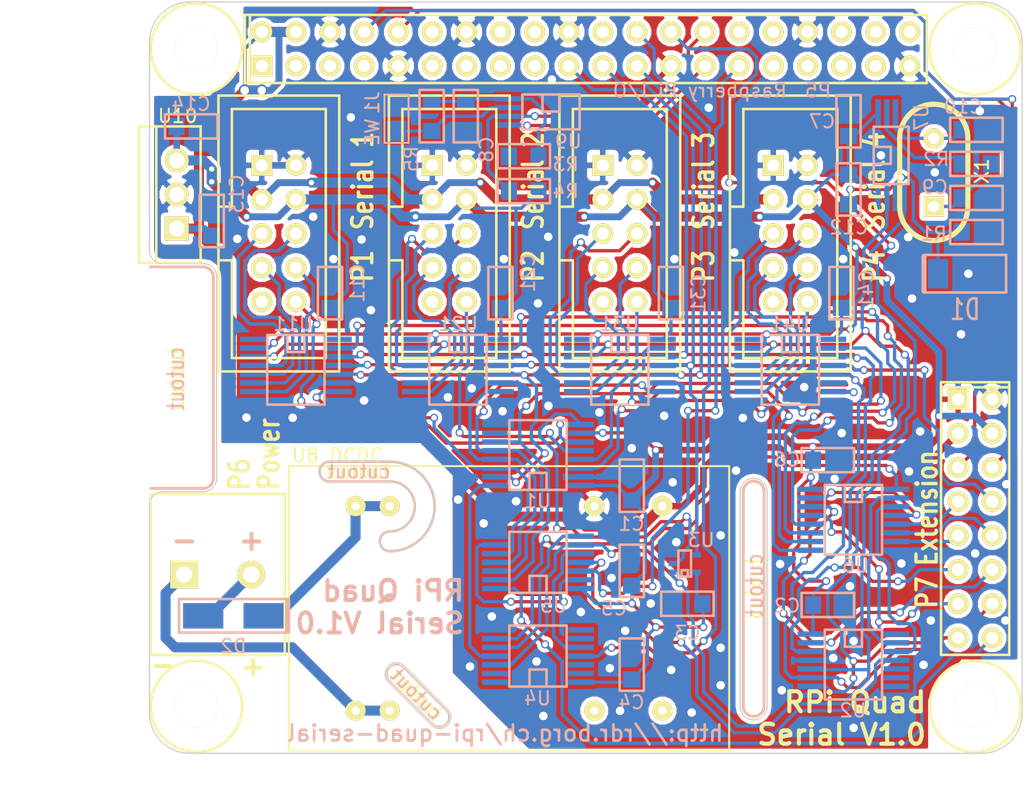
<source format=kicad_pcb>
(kicad_pcb (version 4) (host pcbnew 4.0.2+dfsg1-stable)

  (general
    (links 285)
    (no_connects 0)
    (area 43.000901 52.63745 121.530897 116.700901)
    (thickness 1.6)
    (drawings 94)
    (tracks 1279)
    (zones 0)
    (modules 123)
    (nets 68)
  )

  (page A4)
  (title_block
    (title "Raspberry Pi Quad Serial HAT")
    (date 2016-10-25)
    (rev 1.0)
    (company "Borg Empire")
    (comment 1 c1)
    (comment 2 c2)
    (comment 3 c3)
    (comment 4 c4)
  )

  (layers
    (0 F.Cu signal)
    (31 B.Cu signal)
    (32 B.Adhes user)
    (33 F.Adhes user)
    (34 B.Paste user)
    (35 F.Paste user)
    (36 B.SilkS user)
    (37 F.SilkS user)
    (38 B.Mask user)
    (39 F.Mask user)
    (40 Dwgs.User user)
    (41 Cmts.User user)
    (42 Eco1.User user)
    (43 Eco2.User user)
    (44 Edge.Cuts user)
    (45 Margin user)
    (46 B.CrtYd user)
    (47 F.CrtYd user)
    (48 B.Fab user)
    (49 F.Fab user)
  )

  (setup
    (last_trace_width 0.25)
    (user_trace_width 0.25)
    (user_trace_width 0.5)
    (trace_clearance 0.2)
    (zone_clearance 0.3)
    (zone_45_only no)
    (trace_min 0.2)
    (segment_width 0.1)
    (edge_width 0.1)
    (via_size 0.6)
    (via_drill 0.4)
    (via_min_size 0.4)
    (via_min_drill 0.3)
    (uvia_size 0.3)
    (uvia_drill 0.1)
    (uvias_allowed no)
    (uvia_min_size 0.2)
    (uvia_min_drill 0.1)
    (pcb_text_width 0.3)
    (pcb_text_size 1.5 1.5)
    (mod_edge_width 0.15)
    (mod_text_size 1 1)
    (mod_text_width 0.15)
    (pad_size 3.19786 3.19786)
    (pad_drill 3.19786)
    (pad_to_mask_clearance 0)
    (aux_axis_origin 0 0)
    (grid_origin 54.5009 54.5009)
    (visible_elements FFFFFF7F)
    (pcbplotparams
      (layerselection 0x010fc_80000001)
      (usegerberextensions false)
      (excludeedgelayer true)
      (linewidth 0.100000)
      (plotframeref false)
      (viasonmask false)
      (mode 1)
      (useauxorigin false)
      (hpglpennumber 1)
      (hpglpenspeed 20)
      (hpglpendiameter 15)
      (hpglpenoverlay 2)
      (psnegative false)
      (psa4output false)
      (plotreference true)
      (plotvalue true)
      (plotinvisibletext false)
      (padsonsilk false)
      (subtractmaskfromsilk false)
      (outputformat 1)
      (mirror false)
      (drillshape 0)
      (scaleselection 1)
      (outputdirectory production))
  )

  (net 0 "")
  (net 1 +3.3V)
  (net 2 GND)
  (net 3 MOSI)
  (net 4 MISO)
  (net 5 SCK)
  (net 6 IRQ)
  (net 7 +5V)
  (net 8 CESER)
  (net 9 CECTL)
  (net 10 /RS485_1)
  (net 11 /RS485_2)
  (net 12 /RS485_3)
  (net 13 /RS485_4)
  (net 14 /IRQ1)
  (net 15 /IRQ2)
  (net 16 /IRQ3)
  (net 17 /IRQ4)
  (net 18 /CS1)
  (net 19 /CS2)
  (net 20 /CS3)
  (net 21 /CS4)
  (net 22 /CTLSO)
  (net 23 "Net-(C10-Pad1)")
  (net 24 "Net-(R2-Pad1)")
  (net 25 /XTAL)
  (net 26 "Net-(C9-Pad1)")
  (net 27 "Net-(C12-Pad2)")
  (net 28 /VINR)
  (net 29 /VIN+)
  (net 30 /VIN-)
  (net 31 /U1PL)
  (net 32 "Net-(U4-Pad5)")
  (net 33 "Net-(U4-Pad10)")
  (net 34 /CTL1)
  (net 35 /CTL2)
  (net 36 /CTL3)
  (net 37 /CTL4)
  (net 38 /CTL0)
  (net 39 /CSEN)
  (net 40 /CS1-4)
  (net 41 "Net-(J1-Pad2)")
  (net 42 ID_SD)
  (net 43 ID_SC)
  (net 44 /CS9-12)
  (net 45 /CS5-8)
  (net 46 /CS13-16)
  (net 47 /RESET)
  (net 48 /RXD1)
  (net 49 /CTS1)
  (net 50 /TXD1)
  (net 51 /RTS1)
  (net 52 /RXD2)
  (net 53 /CTS2)
  (net 54 /TXD2)
  (net 55 /RTS2)
  (net 56 /RXD3)
  (net 57 /CTS3)
  (net 58 /TXD3)
  (net 59 /RTS3)
  (net 60 /RXD4)
  (net 61 /CTS4)
  (net 62 /TXD4)
  (net 63 /RTS4)
  (net 64 TXD0)
  (net 65 RXD0)
  (net 66 "Net-(P7-Pad16)")
  (net 67 "Net-(U5-Pad13)")

  (net_class Default "This is the default net class."
    (clearance 0.2)
    (trace_width 0.25)
    (via_dia 0.6)
    (via_drill 0.4)
    (uvia_dia 0.3)
    (uvia_drill 0.1)
    (add_net /CS1)
    (add_net /CS1-4)
    (add_net /CS13-16)
    (add_net /CS2)
    (add_net /CS3)
    (add_net /CS4)
    (add_net /CS5-8)
    (add_net /CS9-12)
    (add_net /CSEN)
    (add_net /CTL0)
    (add_net /CTL1)
    (add_net /CTL2)
    (add_net /CTL3)
    (add_net /CTL4)
    (add_net /CTLSO)
    (add_net /CTS1)
    (add_net /CTS2)
    (add_net /CTS3)
    (add_net /CTS4)
    (add_net /IRQ1)
    (add_net /IRQ2)
    (add_net /IRQ3)
    (add_net /IRQ4)
    (add_net /RESET)
    (add_net /RS485_1)
    (add_net /RS485_2)
    (add_net /RS485_3)
    (add_net /RS485_4)
    (add_net /RTS1)
    (add_net /RTS2)
    (add_net /RTS3)
    (add_net /RTS4)
    (add_net /RXD1)
    (add_net /RXD2)
    (add_net /RXD3)
    (add_net /RXD4)
    (add_net /TXD1)
    (add_net /TXD2)
    (add_net /TXD3)
    (add_net /TXD4)
    (add_net /U1PL)
    (add_net /XTAL)
    (add_net CECTL)
    (add_net CESER)
    (add_net GND)
    (add_net ID_SC)
    (add_net ID_SD)
    (add_net IRQ)
    (add_net MISO)
    (add_net MOSI)
    (add_net "Net-(C10-Pad1)")
    (add_net "Net-(C12-Pad2)")
    (add_net "Net-(C9-Pad1)")
    (add_net "Net-(J1-Pad2)")
    (add_net "Net-(P7-Pad16)")
    (add_net "Net-(R2-Pad1)")
    (add_net "Net-(U4-Pad10)")
    (add_net "Net-(U4-Pad5)")
    (add_net "Net-(U5-Pad13)")
    (add_net RXD0)
    (add_net SCK)
    (add_net TXD0)
  )

  (net_class Power ""
    (clearance 0.2)
    (trace_width 0.75)
    (via_dia 0.6)
    (via_drill 0.4)
    (uvia_dia 0.3)
    (uvia_drill 0.1)
    (add_net +3.3V)
    (add_net +5V)
    (add_net /VIN+)
    (add_net /VIN-)
    (add_net /VINR)
  )

  (module p_gen_conn:P_2_SCRTERM_5M (layer F.Cu) (tedit 57FCABEB) (tstamp 57CD3394)
    (at 59.5809 97.1729)
    (descr "Module P_2_SCRTERM_5M, screw terminal 2 pins 5M")
    (path /57CD3A3E)
    (fp_text reference P6 (at 1.62 -7.472 90) (layer F.SilkS)
      (effects (font (size 1.5 1.2) (thickness 0.25)))
    )
    (fp_text value Power (at 3.82 -8.972 90) (layer F.SilkS)
      (effects (font (size 1.5 1.2) (thickness 0.25)))
    )
    (fp_line (start -4.99872 5.99948) (end 4.99872 5.99948) (layer F.SilkS) (width 0.1905))
    (fp_line (start 4.99872 5.99948) (end 4.99872 -5.99948) (layer F.SilkS) (width 0.1905))
    (fp_line (start 4.99872 -5.99948) (end -4.99872 -5.99948) (layer F.SilkS) (width 0.1905))
    (fp_line (start -4.99872 -5.99948) (end -4.99872 5.99948) (layer F.SilkS) (width 0.1905))
    (pad 1 thru_hole rect (at -2.49936 0) (size 2.0701 2.0701) (drill 1.2065) (layers *.Cu *.Mask F.SilkS)
      (net 30 /VIN-))
    (pad 2 thru_hole circle (at 2.49936 0) (size 2.0701 2.0701) (drill 1.2065) (layers *.Cu *.Mask F.SilkS)
      (net 29 /VIN+))
  )

  (module c_gen:C_SMT0805 (layer B.Cu) (tedit 57FCA7E3) (tstamp 57CD27A8)
    (at 90.424 90.551 90)
    (descr "Module C_SMT0805, length 3400 pad length 1200 width 1300")
    (path /57CDB051)
    (fp_text reference C1 (at -2.8499 -0.0231 180) (layer B.SilkS)
      (effects (font (size 1 1) (thickness 0.15)) (justify mirror))
    )
    (fp_text value 100n (at 0 2.1717 90) (layer B.SilkS) hide
      (effects (font (size 1 1) (thickness 0.15)) (justify mirror))
    )
    (fp_line (start -1.95326 -0.9017) (end 1.95326 -0.9017) (layer B.SilkS) (width 0.1905))
    (fp_line (start 1.95326 -0.9017) (end 1.95326 0.9017) (layer B.SilkS) (width 0.1905))
    (fp_line (start 1.95326 0.9017) (end -1.95326 0.9017) (layer B.SilkS) (width 0.1905))
    (fp_line (start -1.95326 0.9017) (end -1.95326 -0.9017) (layer B.SilkS) (width 0.1905))
    (pad 1 smd rect (at -1.09982 0 90) (size 1.19888 1.29794) (layers B.Cu B.Paste B.Mask)
      (net 1 +3.3V))
    (pad 2 smd rect (at 1.09982 0 90) (size 1.19888 1.29794) (layers B.Cu B.Paste B.Mask)
      (net 2 GND))
  )

  (module c_gen:C_SMT0805 (layer B.Cu) (tedit 57FCA747) (tstamp 57CD27B2)
    (at 105.029 99.441)
    (descr "Module C_SMT0805, length 3400 pad length 1200 width 1300")
    (path /57CDB097)
    (fp_text reference C2 (at -3.0281 0.0599) (layer B.SilkS)
      (effects (font (size 1 1) (thickness 0.15)) (justify mirror))
    )
    (fp_text value 100n (at 0 2.1717) (layer B.SilkS) hide
      (effects (font (size 1 1) (thickness 0.15)) (justify mirror))
    )
    (fp_line (start -1.95326 -0.9017) (end 1.95326 -0.9017) (layer B.SilkS) (width 0.1905))
    (fp_line (start 1.95326 -0.9017) (end 1.95326 0.9017) (layer B.SilkS) (width 0.1905))
    (fp_line (start 1.95326 0.9017) (end -1.95326 0.9017) (layer B.SilkS) (width 0.1905))
    (fp_line (start -1.95326 0.9017) (end -1.95326 -0.9017) (layer B.SilkS) (width 0.1905))
    (pad 1 smd rect (at -1.09982 0) (size 1.19888 1.29794) (layers B.Cu B.Paste B.Mask)
      (net 1 +3.3V))
    (pad 2 smd rect (at 1.09982 0) (size 1.19888 1.29794) (layers B.Cu B.Paste B.Mask)
      (net 2 GND))
  )

  (module c_gen:C_SMT0805 (layer B.Cu) (tedit 200000) (tstamp 57CD27BC)
    (at 94.569 99.351 180)
    (descr "Module C_SMT0805, length 3400 pad length 1200 width 1300")
    (path /57CDB0DA)
    (fp_text reference C3 (at 0 -2.1717 180) (layer B.SilkS)
      (effects (font (size 1 1) (thickness 0.15)) (justify mirror))
    )
    (fp_text value 100n (at 0 2.1717 180) (layer B.SilkS) hide
      (effects (font (size 1 1) (thickness 0.15)) (justify mirror))
    )
    (fp_line (start -1.95326 -0.9017) (end 1.95326 -0.9017) (layer B.SilkS) (width 0.1905))
    (fp_line (start 1.95326 -0.9017) (end 1.95326 0.9017) (layer B.SilkS) (width 0.1905))
    (fp_line (start 1.95326 0.9017) (end -1.95326 0.9017) (layer B.SilkS) (width 0.1905))
    (fp_line (start -1.95326 0.9017) (end -1.95326 -0.9017) (layer B.SilkS) (width 0.1905))
    (pad 1 smd rect (at -1.09982 0 180) (size 1.19888 1.29794) (layers B.Cu B.Paste B.Mask)
      (net 1 +3.3V))
    (pad 2 smd rect (at 1.09982 0 180) (size 1.19888 1.29794) (layers B.Cu B.Paste B.Mask)
      (net 2 GND))
  )

  (module c_gen:C_SMT0805 (layer B.Cu) (tedit 57FCA7C1) (tstamp 57CD27C6)
    (at 90.424 103.886 90)
    (descr "Module C_SMT0805, length 3400 pad length 1200 width 1300")
    (path /57CDB132)
    (fp_text reference C4 (at -2.8149 -0.0231 180) (layer B.SilkS)
      (effects (font (size 1 1) (thickness 0.15)) (justify mirror))
    )
    (fp_text value 100n (at 0 2.1717 90) (layer B.SilkS) hide
      (effects (font (size 1 1) (thickness 0.15)) (justify mirror))
    )
    (fp_line (start -1.95326 -0.9017) (end 1.95326 -0.9017) (layer B.SilkS) (width 0.1905))
    (fp_line (start 1.95326 -0.9017) (end 1.95326 0.9017) (layer B.SilkS) (width 0.1905))
    (fp_line (start 1.95326 0.9017) (end -1.95326 0.9017) (layer B.SilkS) (width 0.1905))
    (fp_line (start -1.95326 0.9017) (end -1.95326 -0.9017) (layer B.SilkS) (width 0.1905))
    (pad 1 smd rect (at -1.09982 0 90) (size 1.19888 1.29794) (layers B.Cu B.Paste B.Mask)
      (net 1 +3.3V))
    (pad 2 smd rect (at 1.09982 0 90) (size 1.19888 1.29794) (layers B.Cu B.Paste B.Mask)
      (net 2 GND))
  )

  (module c_gen:C_SMT0805 (layer B.Cu) (tedit 57FCA7CF) (tstamp 57CD27D0)
    (at 90.424 96.901 90)
    (descr "Module C_SMT0805, length 3400 pad length 1200 width 1300")
    (path /57CDB138)
    (fp_text reference C5 (at -2.7999 -1.3231 180) (layer B.SilkS)
      (effects (font (size 1 1) (thickness 0.15)) (justify mirror))
    )
    (fp_text value 100n (at 0 2.1717 90) (layer B.SilkS) hide
      (effects (font (size 1 1) (thickness 0.15)) (justify mirror))
    )
    (fp_line (start -1.95326 -0.9017) (end 1.95326 -0.9017) (layer B.SilkS) (width 0.1905))
    (fp_line (start 1.95326 -0.9017) (end 1.95326 0.9017) (layer B.SilkS) (width 0.1905))
    (fp_line (start 1.95326 0.9017) (end -1.95326 0.9017) (layer B.SilkS) (width 0.1905))
    (fp_line (start -1.95326 0.9017) (end -1.95326 -0.9017) (layer B.SilkS) (width 0.1905))
    (pad 1 smd rect (at -1.09982 0 90) (size 1.19888 1.29794) (layers B.Cu B.Paste B.Mask)
      (net 1 +3.3V))
    (pad 2 smd rect (at 1.09982 0 90) (size 1.19888 1.29794) (layers B.Cu B.Paste B.Mask)
      (net 2 GND))
  )

  (module c_gen:C_SMT0805 (layer B.Cu) (tedit 57FCA754) (tstamp 57CD27DA)
    (at 105.029 88.646)
    (descr "Module C_SMT0805, length 3400 pad length 1200 width 1300")
    (path /57CF5E3F)
    (fp_text reference C6 (at -3.0281 -0.0451) (layer B.SilkS)
      (effects (font (size 1 1) (thickness 0.15)) (justify mirror))
    )
    (fp_text value 100n (at 0 2.1717) (layer B.SilkS) hide
      (effects (font (size 1 1) (thickness 0.15)) (justify mirror))
    )
    (fp_line (start -1.95326 -0.9017) (end 1.95326 -0.9017) (layer B.SilkS) (width 0.1905))
    (fp_line (start 1.95326 -0.9017) (end 1.95326 0.9017) (layer B.SilkS) (width 0.1905))
    (fp_line (start 1.95326 0.9017) (end -1.95326 0.9017) (layer B.SilkS) (width 0.1905))
    (fp_line (start -1.95326 0.9017) (end -1.95326 -0.9017) (layer B.SilkS) (width 0.1905))
    (pad 1 smd rect (at -1.09982 0) (size 1.19888 1.29794) (layers B.Cu B.Paste B.Mask)
      (net 1 +3.3V))
    (pad 2 smd rect (at 1.09982 0) (size 1.19888 1.29794) (layers B.Cu B.Paste B.Mask)
      (net 2 GND))
  )

  (module c_gen:C_SMT0805 (layer B.Cu) (tedit 57FCA729) (tstamp 57CD27E4)
    (at 106.5709 63.3909 90)
    (descr "Module C_SMT0805, length 3400 pad length 1200 width 1300")
    (path /57CE1D16)
    (fp_text reference C7 (at -0.01 -1.97 180) (layer B.SilkS)
      (effects (font (size 1 1) (thickness 0.15)) (justify mirror))
    )
    (fp_text value 100n (at 0 2.1717 90) (layer B.SilkS) hide
      (effects (font (size 1 1) (thickness 0.15)) (justify mirror))
    )
    (fp_line (start -1.95326 -0.9017) (end 1.95326 -0.9017) (layer B.SilkS) (width 0.1905))
    (fp_line (start 1.95326 -0.9017) (end 1.95326 0.9017) (layer B.SilkS) (width 0.1905))
    (fp_line (start 1.95326 0.9017) (end -1.95326 0.9017) (layer B.SilkS) (width 0.1905))
    (fp_line (start -1.95326 0.9017) (end -1.95326 -0.9017) (layer B.SilkS) (width 0.1905))
    (pad 1 smd rect (at -1.09982 0 90) (size 1.19888 1.29794) (layers B.Cu B.Paste B.Mask)
      (net 1 +3.3V))
    (pad 2 smd rect (at 1.09982 0 90) (size 1.19888 1.29794) (layers B.Cu B.Paste B.Mask)
      (net 2 GND))
  )

  (module c_gen:C_SMT0805 (layer B.Cu) (tedit 57FCA8F6) (tstamp 57CD27EE)
    (at 78.0594 63.0099 270)
    (descr "Module C_SMT0805, length 3400 pad length 1200 width 1300")
    (path /57CE1D60)
    (fp_text reference C8 (at 2.491 -1.5415 270) (layer B.SilkS)
      (effects (font (size 1 1) (thickness 0.15)) (justify mirror))
    )
    (fp_text value 100n (at 0 2.1717 270) (layer B.SilkS) hide
      (effects (font (size 1 1) (thickness 0.15)) (justify mirror))
    )
    (fp_line (start -1.95326 -0.9017) (end 1.95326 -0.9017) (layer B.SilkS) (width 0.1905))
    (fp_line (start 1.95326 -0.9017) (end 1.95326 0.9017) (layer B.SilkS) (width 0.1905))
    (fp_line (start 1.95326 0.9017) (end -1.95326 0.9017) (layer B.SilkS) (width 0.1905))
    (fp_line (start -1.95326 0.9017) (end -1.95326 -0.9017) (layer B.SilkS) (width 0.1905))
    (pad 1 smd rect (at -1.09982 0 270) (size 1.19888 1.29794) (layers B.Cu B.Paste B.Mask)
      (net 1 +3.3V))
    (pad 2 smd rect (at 1.09982 0 270) (size 1.19888 1.29794) (layers B.Cu B.Paste B.Mask)
      (net 2 GND))
  )

  (module c_gen:C_SMT0805 (layer B.Cu) (tedit 57FCA6BA) (tstamp 57CD27F8)
    (at 116.0959 69.1059)
    (descr "Module C_SMT0805, length 3400 pad length 1200 width 1300")
    (path /57CF3C2D)
    (fp_text reference C9 (at -3.095 -0.805) (layer B.SilkS)
      (effects (font (size 1 1) (thickness 0.15)) (justify mirror))
    )
    (fp_text value 22p (at 0 2.1717) (layer B.SilkS) hide
      (effects (font (size 1 1) (thickness 0.15)) (justify mirror))
    )
    (fp_line (start -1.95326 -0.9017) (end 1.95326 -0.9017) (layer B.SilkS) (width 0.1905))
    (fp_line (start 1.95326 -0.9017) (end 1.95326 0.9017) (layer B.SilkS) (width 0.1905))
    (fp_line (start 1.95326 0.9017) (end -1.95326 0.9017) (layer B.SilkS) (width 0.1905))
    (fp_line (start -1.95326 0.9017) (end -1.95326 -0.9017) (layer B.SilkS) (width 0.1905))
    (pad 1 smd rect (at -1.09982 0) (size 1.19888 1.29794) (layers B.Cu B.Paste B.Mask)
      (net 26 "Net-(C9-Pad1)"))
    (pad 2 smd rect (at 1.09982 0) (size 1.19888 1.29794) (layers B.Cu B.Paste B.Mask)
      (net 2 GND))
  )

  (module c_gen:C_SMT0805 (layer B.Cu) (tedit 57FCA689) (tstamp 57CD2802)
    (at 116.0959 64.0259)
    (descr "Module C_SMT0805, length 3400 pad length 1200 width 1300")
    (path /57CF3B84)
    (fp_text reference C10 (at -0.995 -1.725) (layer B.SilkS)
      (effects (font (size 1 1) (thickness 0.15)) (justify mirror))
    )
    (fp_text value 22p (at 0 2.1717) (layer B.SilkS) hide
      (effects (font (size 1 1) (thickness 0.15)) (justify mirror))
    )
    (fp_line (start -1.95326 -0.9017) (end 1.95326 -0.9017) (layer B.SilkS) (width 0.1905))
    (fp_line (start 1.95326 -0.9017) (end 1.95326 0.9017) (layer B.SilkS) (width 0.1905))
    (fp_line (start 1.95326 0.9017) (end -1.95326 0.9017) (layer B.SilkS) (width 0.1905))
    (fp_line (start -1.95326 0.9017) (end -1.95326 -0.9017) (layer B.SilkS) (width 0.1905))
    (pad 1 smd rect (at -1.09982 0) (size 1.19888 1.29794) (layers B.Cu B.Paste B.Mask)
      (net 23 "Net-(C10-Pad1)"))
    (pad 2 smd rect (at 1.09982 0) (size 1.19888 1.29794) (layers B.Cu B.Paste B.Mask)
      (net 2 GND))
  )

  (module c_gen:C_SMT0805 (layer B.Cu) (tedit 57F6182C) (tstamp 57CD280C)
    (at 67.945 76.2 90)
    (descr "Module C_SMT0805, length 3400 pad length 1200 width 1300")
    (path /57C73C84)
    (fp_text reference C11 (at 0.7441 2.0499 90) (layer B.SilkS)
      (effects (font (size 1 1) (thickness 0.15)) (justify mirror))
    )
    (fp_text value 100n (at 0 2.1717 90) (layer B.SilkS) hide
      (effects (font (size 1 1) (thickness 0.15)) (justify mirror))
    )
    (fp_line (start -1.95326 -0.9017) (end 1.95326 -0.9017) (layer B.SilkS) (width 0.1905))
    (fp_line (start 1.95326 -0.9017) (end 1.95326 0.9017) (layer B.SilkS) (width 0.1905))
    (fp_line (start 1.95326 0.9017) (end -1.95326 0.9017) (layer B.SilkS) (width 0.1905))
    (fp_line (start -1.95326 0.9017) (end -1.95326 -0.9017) (layer B.SilkS) (width 0.1905))
    (pad 1 smd rect (at -1.09982 0 90) (size 1.19888 1.29794) (layers B.Cu B.Paste B.Mask)
      (net 1 +3.3V))
    (pad 2 smd rect (at 1.09982 0 90) (size 1.19888 1.29794) (layers B.Cu B.Paste B.Mask)
      (net 2 GND))
  )

  (module c_gen:C_SMT0805 (layer B.Cu) (tedit 57FCA71F) (tstamp 57CD2816)
    (at 106.5709 68.4709 270)
    (descr "Module C_SMT0805, length 3400 pad length 1200 width 1300")
    (path /57CF3BD5)
    (fp_text reference C12 (at 2.83 -0.03 360) (layer B.SilkS)
      (effects (font (size 1 1) (thickness 0.15)) (justify mirror))
    )
    (fp_text value 100n (at 0 2.1717 270) (layer B.SilkS) hide
      (effects (font (size 1 1) (thickness 0.15)) (justify mirror))
    )
    (fp_line (start -1.95326 -0.9017) (end 1.95326 -0.9017) (layer B.SilkS) (width 0.1905))
    (fp_line (start 1.95326 -0.9017) (end 1.95326 0.9017) (layer B.SilkS) (width 0.1905))
    (fp_line (start 1.95326 0.9017) (end -1.95326 0.9017) (layer B.SilkS) (width 0.1905))
    (fp_line (start -1.95326 0.9017) (end -1.95326 -0.9017) (layer B.SilkS) (width 0.1905))
    (pad 1 smd rect (at -1.09982 0 270) (size 1.19888 1.29794) (layers B.Cu B.Paste B.Mask)
      (net 1 +3.3V))
    (pad 2 smd rect (at 1.09982 0 270) (size 1.19888 1.29794) (layers B.Cu B.Paste B.Mask)
      (net 27 "Net-(C12-Pad2)"))
  )

  (module c_gen:C_SMT0805 (layer B.Cu) (tedit 57F9F6E7) (tstamp 57CD2820)
    (at 80.645 76.2 90)
    (descr "Module C_SMT0805, length 3400 pad length 1200 width 1300")
    (path /57C7C4FA)
    (fp_text reference C21 (at 1.5061 2.0499 90) (layer B.SilkS)
      (effects (font (size 1 1) (thickness 0.15)) (justify mirror))
    )
    (fp_text value 100n (at 0 2.1717 90) (layer B.SilkS) hide
      (effects (font (size 1 1) (thickness 0.15)) (justify mirror))
    )
    (fp_line (start -1.95326 -0.9017) (end 1.95326 -0.9017) (layer B.SilkS) (width 0.1905))
    (fp_line (start 1.95326 -0.9017) (end 1.95326 0.9017) (layer B.SilkS) (width 0.1905))
    (fp_line (start 1.95326 0.9017) (end -1.95326 0.9017) (layer B.SilkS) (width 0.1905))
    (fp_line (start -1.95326 0.9017) (end -1.95326 -0.9017) (layer B.SilkS) (width 0.1905))
    (pad 1 smd rect (at -1.09982 0 90) (size 1.19888 1.29794) (layers B.Cu B.Paste B.Mask)
      (net 1 +3.3V))
    (pad 2 smd rect (at 1.09982 0 90) (size 1.19888 1.29794) (layers B.Cu B.Paste B.Mask)
      (net 2 GND))
  )

  (module c_gen:C_SMT0805 (layer B.Cu) (tedit 57F9F6E0) (tstamp 57CD282A)
    (at 93.345 76.2 90)
    (descr "Module C_SMT0805, length 3400 pad length 1200 width 1300")
    (path /57C7C83F)
    (fp_text reference C31 (at -0.0179 2.0499 90) (layer B.SilkS)
      (effects (font (size 1 1) (thickness 0.15)) (justify mirror))
    )
    (fp_text value 100n (at 0 2.1717 90) (layer B.SilkS) hide
      (effects (font (size 1 1) (thickness 0.15)) (justify mirror))
    )
    (fp_line (start -1.95326 -0.9017) (end 1.95326 -0.9017) (layer B.SilkS) (width 0.1905))
    (fp_line (start 1.95326 -0.9017) (end 1.95326 0.9017) (layer B.SilkS) (width 0.1905))
    (fp_line (start 1.95326 0.9017) (end -1.95326 0.9017) (layer B.SilkS) (width 0.1905))
    (fp_line (start -1.95326 0.9017) (end -1.95326 -0.9017) (layer B.SilkS) (width 0.1905))
    (pad 1 smd rect (at -1.09982 0 90) (size 1.19888 1.29794) (layers B.Cu B.Paste B.Mask)
      (net 1 +3.3V))
    (pad 2 smd rect (at 1.09982 0 90) (size 1.19888 1.29794) (layers B.Cu B.Paste B.Mask)
      (net 2 GND))
  )

  (module c_gen:C_SMT0805 (layer B.Cu) (tedit 57FCA8C2) (tstamp 57CD2834)
    (at 106.045 76.2 90)
    (descr "Module C_SMT0805, length 3400 pad length 1200 width 1300")
    (path /57C7C8E4)
    (fp_text reference C41 (at 0.2991 1.8559 90) (layer B.SilkS)
      (effects (font (size 1 1) (thickness 0.15)) (justify mirror))
    )
    (fp_text value 100n (at 0 2.1717 90) (layer B.SilkS) hide
      (effects (font (size 1 1) (thickness 0.15)) (justify mirror))
    )
    (fp_line (start -1.95326 -0.9017) (end 1.95326 -0.9017) (layer B.SilkS) (width 0.1905))
    (fp_line (start 1.95326 -0.9017) (end 1.95326 0.9017) (layer B.SilkS) (width 0.1905))
    (fp_line (start 1.95326 0.9017) (end -1.95326 0.9017) (layer B.SilkS) (width 0.1905))
    (fp_line (start -1.95326 0.9017) (end -1.95326 -0.9017) (layer B.SilkS) (width 0.1905))
    (pad 1 smd rect (at -1.09982 0 90) (size 1.19888 1.29794) (layers B.Cu B.Paste B.Mask)
      (net 1 +3.3V))
    (pad 2 smd rect (at 1.09982 0 90) (size 1.19888 1.29794) (layers B.Cu B.Paste B.Mask)
      (net 2 GND))
  )

  (module r_gen:R_SMT0805 (layer B.Cu) (tedit 57F9F68B) (tstamp 57CD28D3)
    (at 116.0959 71.6459 180)
    (descr "Module R_SMT0805, length 3400 pad length 1200 width 1300")
    (path /57CF5E39)
    (fp_text reference R1 (at 3.175 -0.127 180) (layer B.SilkS)
      (effects (font (size 1 1) (thickness 0.15)) (justify mirror))
    )
    (fp_text value 100k (at 0 2.1717 180) (layer B.SilkS) hide
      (effects (font (size 1 1) (thickness 0.15)) (justify mirror))
    )
    (fp_line (start -1.95326 -0.9017) (end 1.95326 -0.9017) (layer B.SilkS) (width 0.1905))
    (fp_line (start 1.95326 -0.9017) (end 1.95326 0.9017) (layer B.SilkS) (width 0.1905))
    (fp_line (start 1.95326 0.9017) (end -1.95326 0.9017) (layer B.SilkS) (width 0.1905))
    (fp_line (start -1.95326 0.9017) (end -1.95326 -0.9017) (layer B.SilkS) (width 0.1905))
    (pad 1 smd rect (at -1.09982 0 180) (size 1.19888 1.29794) (layers B.Cu B.Paste B.Mask)
      (net 2 GND))
    (pad 2 smd rect (at 1.09982 0 180) (size 1.19888 1.29794) (layers B.Cu B.Paste B.Mask)
      (net 27 "Net-(C12-Pad2)"))
  )

  (module r_gen:R_SMT0805 (layer B.Cu) (tedit 57FCA6C1) (tstamp 57CD28DD)
    (at 116.0959 66.5659)
    (descr "Module R_SMT0805, length 3400 pad length 1200 width 1300")
    (path /57CF3B0A)
    (fp_text reference R2 (at -2.995 -0.365) (layer B.SilkS)
      (effects (font (size 1 1) (thickness 0.15)) (justify mirror))
    )
    (fp_text value 1k (at 0 2.1717) (layer B.SilkS) hide
      (effects (font (size 1 1) (thickness 0.15)) (justify mirror))
    )
    (fp_line (start -1.95326 -0.9017) (end 1.95326 -0.9017) (layer B.SilkS) (width 0.1905))
    (fp_line (start 1.95326 -0.9017) (end 1.95326 0.9017) (layer B.SilkS) (width 0.1905))
    (fp_line (start 1.95326 0.9017) (end -1.95326 0.9017) (layer B.SilkS) (width 0.1905))
    (fp_line (start -1.95326 0.9017) (end -1.95326 -0.9017) (layer B.SilkS) (width 0.1905))
    (pad 1 smd rect (at -1.09982 0) (size 1.19888 1.29794) (layers B.Cu B.Paste B.Mask)
      (net 24 "Net-(R2-Pad1)"))
    (pad 2 smd rect (at 1.09982 0) (size 1.19888 1.29794) (layers B.Cu B.Paste B.Mask)
      (net 26 "Net-(C9-Pad1)"))
  )

  (module u_gen_smt:U_16_SSOP65 (layer B.Cu) (tedit 57FCA7AA) (tstamp 57CD2902)
    (at 83.439 88.265 90)
    (descr "Module SSOP65, 16 Pins")
    (tags SSOP65)
    (path /57C85730)
    (fp_text reference U1 (at -3.4359 -0.0381 360) (layer B.SilkS)
      (effects (font (size 1 1) (thickness 0.15)) (justify mirror))
    )
    (fp_text value 74165 (at 5.59054 0 90) (layer B.SilkS) hide
      (effects (font (size 1 1) (thickness 0.15)) (justify mirror))
    )
    (fp_line (start -2.59842 2.1336) (end 2.59842 2.1336) (layer B.SilkS) (width 0.1905))
    (fp_line (start 2.59842 2.1336) (end 2.59842 -2.1336) (layer B.SilkS) (width 0.1905))
    (fp_line (start 2.59842 -2.1336) (end -2.59842 -2.1336) (layer B.SilkS) (width 0.1905))
    (fp_line (start -2.59842 -2.1336) (end -2.59842 2.1336) (layer B.SilkS) (width 0.1905))
    (fp_line (start -2.59842 0.635) (end -1.32842 0.635) (layer B.SilkS) (width 0.1905))
    (fp_line (start -1.32842 0.635) (end -1.32842 -0.635) (layer B.SilkS) (width 0.1905))
    (fp_line (start -1.32842 -0.635) (end -2.59842 -0.635) (layer B.SilkS) (width 0.1905))
    (pad 1 smd rect (at -2.2733 -3.21056 90) (size 0.4064 1.905) (layers B.Cu B.Paste B.Mask)
      (net 31 /U1PL))
    (pad 2 smd rect (at -1.62306 -3.21056 90) (size 0.4064 1.905) (layers B.Cu B.Paste B.Mask)
      (net 5 SCK))
    (pad 3 smd rect (at -0.97282 -3.21056 90) (size 0.4064 1.905) (layers B.Cu B.Paste B.Mask)
      (net 14 /IRQ1))
    (pad 4 smd rect (at -0.32258 -3.21056 90) (size 0.4064 1.905) (layers B.Cu B.Paste B.Mask)
      (net 15 /IRQ2))
    (pad 5 smd rect (at 0.32258 -3.21056 90) (size 0.4064 1.905) (layers B.Cu B.Paste B.Mask)
      (net 16 /IRQ3))
    (pad 6 smd rect (at 0.97282 -3.21056 90) (size 0.4064 1.905) (layers B.Cu B.Paste B.Mask)
      (net 17 /IRQ4))
    (pad 7 smd rect (at 1.62306 -3.21056 90) (size 0.4064 1.905) (layers B.Cu B.Paste B.Mask))
    (pad 8 smd rect (at 2.2733 -3.21056 90) (size 0.4064 1.905) (layers B.Cu B.Paste B.Mask)
      (net 2 GND))
    (pad 9 smd rect (at 2.2733 3.21056 90) (size 0.4064 1.905) (layers B.Cu B.Paste B.Mask)
      (net 22 /CTLSO))
    (pad 10 smd rect (at 1.62306 3.21056 90) (size 0.4064 1.905) (layers B.Cu B.Paste B.Mask)
      (net 1 +3.3V))
    (pad 11 smd rect (at 0.97282 3.21056 90) (size 0.4064 1.905) (layers B.Cu B.Paste B.Mask)
      (net 10 /RS485_1))
    (pad 12 smd rect (at 0.32258 3.21056 90) (size 0.4064 1.905) (layers B.Cu B.Paste B.Mask)
      (net 11 /RS485_2))
    (pad 13 smd rect (at -0.32258 3.21056 90) (size 0.4064 1.905) (layers B.Cu B.Paste B.Mask)
      (net 12 /RS485_3))
    (pad 14 smd rect (at -0.97282 3.21056 90) (size 0.4064 1.905) (layers B.Cu B.Paste B.Mask)
      (net 13 /RS485_4))
    (pad 15 smd rect (at -1.62306 3.21056 90) (size 0.4064 1.905) (layers B.Cu B.Paste B.Mask)
      (net 2 GND))
    (pad 16 smd rect (at -2.2733 3.21056 90) (size 0.4064 1.905) (layers B.Cu B.Paste B.Mask)
      (net 1 +3.3V))
  )

  (module u_gen_smt:U_16_SSOP65 (layer B.Cu) (tedit 57FCA73F) (tstamp 57CD291D)
    (at 106.934 103.886 270)
    (descr "Module SSOP65, 16 Pins")
    (tags SSOP65)
    (path /57C84035)
    (fp_text reference U2 (at 3.4149 0.0331 540) (layer B.SilkS)
      (effects (font (size 1 1) (thickness 0.15)) (justify mirror))
    )
    (fp_text value 74595 (at 5.59054 0 270) (layer B.SilkS) hide
      (effects (font (size 1 1) (thickness 0.15)) (justify mirror))
    )
    (fp_line (start -2.59842 2.1336) (end 2.59842 2.1336) (layer B.SilkS) (width 0.1905))
    (fp_line (start 2.59842 2.1336) (end 2.59842 -2.1336) (layer B.SilkS) (width 0.1905))
    (fp_line (start 2.59842 -2.1336) (end -2.59842 -2.1336) (layer B.SilkS) (width 0.1905))
    (fp_line (start -2.59842 -2.1336) (end -2.59842 2.1336) (layer B.SilkS) (width 0.1905))
    (fp_line (start -2.59842 0.635) (end -1.32842 0.635) (layer B.SilkS) (width 0.1905))
    (fp_line (start -1.32842 0.635) (end -1.32842 -0.635) (layer B.SilkS) (width 0.1905))
    (fp_line (start -1.32842 -0.635) (end -2.59842 -0.635) (layer B.SilkS) (width 0.1905))
    (pad 1 smd rect (at -2.2733 -3.21056 270) (size 0.4064 1.905) (layers B.Cu B.Paste B.Mask)
      (net 34 /CTL1))
    (pad 2 smd rect (at -1.62306 -3.21056 270) (size 0.4064 1.905) (layers B.Cu B.Paste B.Mask)
      (net 35 /CTL2))
    (pad 3 smd rect (at -0.97282 -3.21056 270) (size 0.4064 1.905) (layers B.Cu B.Paste B.Mask)
      (net 36 /CTL3))
    (pad 4 smd rect (at -0.32258 -3.21056 270) (size 0.4064 1.905) (layers B.Cu B.Paste B.Mask)
      (net 37 /CTL4))
    (pad 5 smd rect (at 0.32258 -3.21056 270) (size 0.4064 1.905) (layers B.Cu B.Paste B.Mask))
    (pad 6 smd rect (at 0.97282 -3.21056 270) (size 0.4064 1.905) (layers B.Cu B.Paste B.Mask))
    (pad 7 smd rect (at 1.62306 -3.21056 270) (size 0.4064 1.905) (layers B.Cu B.Paste B.Mask))
    (pad 8 smd rect (at 2.2733 -3.21056 270) (size 0.4064 1.905) (layers B.Cu B.Paste B.Mask)
      (net 2 GND))
    (pad 9 smd rect (at 2.2733 3.21056 270) (size 0.4064 1.905) (layers B.Cu B.Paste B.Mask))
    (pad 10 smd rect (at 1.62306 3.21056 270) (size 0.4064 1.905) (layers B.Cu B.Paste B.Mask)
      (net 47 /RESET))
    (pad 11 smd rect (at 0.97282 3.21056 270) (size 0.4064 1.905) (layers B.Cu B.Paste B.Mask)
      (net 5 SCK))
    (pad 12 smd rect (at 0.32258 3.21056 270) (size 0.4064 1.905) (layers B.Cu B.Paste B.Mask)
      (net 9 CECTL))
    (pad 13 smd rect (at -0.32258 3.21056 270) (size 0.4064 1.905) (layers B.Cu B.Paste B.Mask)
      (net 2 GND))
    (pad 14 smd rect (at -0.97282 3.21056 270) (size 0.4064 1.905) (layers B.Cu B.Paste B.Mask)
      (net 3 MOSI))
    (pad 15 smd rect (at -1.62306 3.21056 270) (size 0.4064 1.905) (layers B.Cu B.Paste B.Mask)
      (net 38 /CTL0))
    (pad 16 smd rect (at -2.2733 3.21056 270) (size 0.4064 1.905) (layers B.Cu B.Paste B.Mask)
      (net 1 +3.3V))
  )

  (module u_gen_smt:U_14_SSOP65 (layer B.Cu) (tedit 57FCA7BB) (tstamp 57CD294F)
    (at 83.439 103.251 90)
    (descr "Module SSOP65, 14 Pins")
    (tags SSOP65)
    (path /57C8FF95)
    (fp_text reference U4 (at -3.1499 -0.0381 360) (layer B.SilkS)
      (effects (font (size 1 1) (thickness 0.15)) (justify mirror))
    )
    (fp_text value 7404 (at 5.91566 0 90) (layer B.SilkS) hide
      (effects (font (size 1 1) (thickness 0.15)) (justify mirror))
    )
    (fp_line (start -2.2733 2.1336) (end 2.2733 2.1336) (layer B.SilkS) (width 0.1905))
    (fp_line (start 2.2733 2.1336) (end 2.2733 -2.1336) (layer B.SilkS) (width 0.1905))
    (fp_line (start 2.2733 -2.1336) (end -2.2733 -2.1336) (layer B.SilkS) (width 0.1905))
    (fp_line (start -2.2733 -2.1336) (end -2.2733 2.1336) (layer B.SilkS) (width 0.1905))
    (fp_line (start -2.2733 0.635) (end -1.0033 0.635) (layer B.SilkS) (width 0.1905))
    (fp_line (start -1.0033 0.635) (end -1.0033 -0.635) (layer B.SilkS) (width 0.1905))
    (fp_line (start -1.0033 -0.635) (end -2.2733 -0.635) (layer B.SilkS) (width 0.1905))
    (pad 1 smd rect (at -1.94818 -3.21056 90) (size 0.4064 1.905) (layers B.Cu B.Paste B.Mask))
    (pad 2 smd rect (at -1.29794 -3.21056 90) (size 0.4064 1.905) (layers B.Cu B.Paste B.Mask))
    (pad 3 smd rect (at -0.6477 -3.21056 90) (size 0.4064 1.905) (layers B.Cu B.Paste B.Mask)
      (net 9 CECTL))
    (pad 4 smd rect (at 0 -3.21056 90) (size 0.4064 1.905) (layers B.Cu B.Paste B.Mask)
      (net 31 /U1PL))
    (pad 5 smd rect (at 0.6477 -3.21056 90) (size 0.4064 1.905) (layers B.Cu B.Paste B.Mask)
      (net 32 "Net-(U4-Pad5)"))
    (pad 6 smd rect (at 1.29794 -3.21056 90) (size 0.4064 1.905) (layers B.Cu B.Paste B.Mask)
      (net 39 /CSEN))
    (pad 7 smd rect (at 1.94818 -3.21056 90) (size 0.4064 1.905) (layers B.Cu B.Paste B.Mask)
      (net 2 GND))
    (pad 8 smd rect (at 1.94818 3.21056 90) (size 0.4064 1.905) (layers B.Cu B.Paste B.Mask))
    (pad 9 smd rect (at 1.29794 3.21056 90) (size 0.4064 1.905) (layers B.Cu B.Paste B.Mask))
    (pad 10 smd rect (at 0.6477 3.21056 90) (size 0.4064 1.905) (layers B.Cu B.Paste B.Mask)
      (net 33 "Net-(U4-Pad10)"))
    (pad 11 smd rect (at 0 3.21056 90) (size 0.4064 1.905) (layers B.Cu B.Paste B.Mask)
      (net 8 CESER))
    (pad 12 smd rect (at -0.6477 3.21056 90) (size 0.4064 1.905) (layers B.Cu B.Paste B.Mask))
    (pad 13 smd rect (at -1.29794 3.21056 90) (size 0.4064 1.905) (layers B.Cu B.Paste B.Mask))
    (pad 14 smd rect (at -1.94818 3.21056 90) (size 0.4064 1.905) (layers B.Cu B.Paste B.Mask)
      (net 1 +3.3V))
  )

  (module u_gen_smt:U_14_SSOP65 (layer B.Cu) (tedit 57FCA7B5) (tstamp 57CD2968)
    (at 83.439 96.266 90)
    (descr "Module SSOP65, 14 Pins")
    (tags SSOP65)
    (path /581312C0)
    (fp_text reference U5 (at -3.2349 1.1619 360) (layer B.SilkS)
      (effects (font (size 1 1) (thickness 0.15)) (justify mirror))
    )
    (fp_text value 7411 (at 5.91566 0 90) (layer B.SilkS) hide
      (effects (font (size 1 1) (thickness 0.15)) (justify mirror))
    )
    (fp_line (start -2.2733 2.1336) (end 2.2733 2.1336) (layer B.SilkS) (width 0.1905))
    (fp_line (start 2.2733 2.1336) (end 2.2733 -2.1336) (layer B.SilkS) (width 0.1905))
    (fp_line (start 2.2733 -2.1336) (end -2.2733 -2.1336) (layer B.SilkS) (width 0.1905))
    (fp_line (start -2.2733 -2.1336) (end -2.2733 2.1336) (layer B.SilkS) (width 0.1905))
    (fp_line (start -2.2733 0.635) (end -1.0033 0.635) (layer B.SilkS) (width 0.1905))
    (fp_line (start -1.0033 0.635) (end -1.0033 -0.635) (layer B.SilkS) (width 0.1905))
    (fp_line (start -1.0033 -0.635) (end -2.2733 -0.635) (layer B.SilkS) (width 0.1905))
    (pad 1 smd rect (at -1.94818 -3.21056 90) (size 0.4064 1.905) (layers B.Cu B.Paste B.Mask)
      (net 66 "Net-(P7-Pad16)"))
    (pad 2 smd rect (at -1.29794 -3.21056 90) (size 0.4064 1.905) (layers B.Cu B.Paste B.Mask)
      (net 17 /IRQ4))
    (pad 3 smd rect (at -0.6477 -3.21056 90) (size 0.4064 1.905) (layers B.Cu B.Paste B.Mask)
      (net 16 /IRQ3))
    (pad 4 smd rect (at 0 -3.21056 90) (size 0.4064 1.905) (layers B.Cu B.Paste B.Mask)
      (net 15 /IRQ2))
    (pad 5 smd rect (at 0.6477 -3.21056 90) (size 0.4064 1.905) (layers B.Cu B.Paste B.Mask)
      (net 14 /IRQ1))
    (pad 6 smd rect (at 1.29794 -3.21056 90) (size 0.4064 1.905) (layers B.Cu B.Paste B.Mask)
      (net 67 "Net-(U5-Pad13)"))
    (pad 7 smd rect (at 1.94818 -3.21056 90) (size 0.4064 1.905) (layers B.Cu B.Paste B.Mask)
      (net 2 GND))
    (pad 8 smd rect (at 1.94818 3.21056 90) (size 0.4064 1.905) (layers B.Cu B.Paste B.Mask)
      (net 32 "Net-(U4-Pad5)"))
    (pad 9 smd rect (at 1.29794 3.21056 90) (size 0.4064 1.905) (layers B.Cu B.Paste B.Mask)
      (net 9 CECTL))
    (pad 10 smd rect (at 0.6477 3.21056 90) (size 0.4064 1.905) (layers B.Cu B.Paste B.Mask)
      (net 33 "Net-(U4-Pad10)"))
    (pad 11 smd rect (at 0 3.21056 90) (size 0.4064 1.905) (layers B.Cu B.Paste B.Mask)
      (net 37 /CTL4))
    (pad 12 smd rect (at -0.6477 3.21056 90) (size 0.4064 1.905) (layers B.Cu B.Paste B.Mask)
      (net 6 IRQ))
    (pad 13 smd rect (at -1.29794 3.21056 90) (size 0.4064 1.905) (layers B.Cu B.Paste B.Mask)
      (net 67 "Net-(U5-Pad13)"))
    (pad 14 smd rect (at -1.94818 3.21056 90) (size 0.4064 1.905) (layers B.Cu B.Paste B.Mask)
      (net 1 +3.3V))
  )

  (module u_gen_smt:U_16_SSOP65 (layer B.Cu) (tedit 57FCA74D) (tstamp 57CD2983)
    (at 106.934 93.091 270)
    (descr "Module SSOP65, 16 Pins")
    (tags SSOP65)
    (path /57C899ED)
    (fp_text reference U6 (at 3.4099 -0.1669 540) (layer B.SilkS)
      (effects (font (size 1 1) (thickness 0.15)) (justify mirror))
    )
    (fp_text value 74139 (at 5.59054 0 270) (layer B.SilkS) hide
      (effects (font (size 1 1) (thickness 0.15)) (justify mirror))
    )
    (fp_line (start -2.59842 2.1336) (end 2.59842 2.1336) (layer B.SilkS) (width 0.1905))
    (fp_line (start 2.59842 2.1336) (end 2.59842 -2.1336) (layer B.SilkS) (width 0.1905))
    (fp_line (start 2.59842 -2.1336) (end -2.59842 -2.1336) (layer B.SilkS) (width 0.1905))
    (fp_line (start -2.59842 -2.1336) (end -2.59842 2.1336) (layer B.SilkS) (width 0.1905))
    (fp_line (start -2.59842 0.635) (end -1.32842 0.635) (layer B.SilkS) (width 0.1905))
    (fp_line (start -1.32842 0.635) (end -1.32842 -0.635) (layer B.SilkS) (width 0.1905))
    (fp_line (start -1.32842 -0.635) (end -2.59842 -0.635) (layer B.SilkS) (width 0.1905))
    (pad 1 smd rect (at -2.2733 -3.21056 270) (size 0.4064 1.905) (layers B.Cu B.Paste B.Mask)
      (net 39 /CSEN))
    (pad 2 smd rect (at -1.62306 -3.21056 270) (size 0.4064 1.905) (layers B.Cu B.Paste B.Mask)
      (net 35 /CTL2))
    (pad 3 smd rect (at -0.97282 -3.21056 270) (size 0.4064 1.905) (layers B.Cu B.Paste B.Mask)
      (net 36 /CTL3))
    (pad 4 smd rect (at -0.32258 -3.21056 270) (size 0.4064 1.905) (layers B.Cu B.Paste B.Mask)
      (net 40 /CS1-4))
    (pad 5 smd rect (at 0.32258 -3.21056 270) (size 0.4064 1.905) (layers B.Cu B.Paste B.Mask)
      (net 45 /CS5-8))
    (pad 6 smd rect (at 0.97282 -3.21056 270) (size 0.4064 1.905) (layers B.Cu B.Paste B.Mask)
      (net 44 /CS9-12))
    (pad 7 smd rect (at 1.62306 -3.21056 270) (size 0.4064 1.905) (layers B.Cu B.Paste B.Mask)
      (net 46 /CS13-16))
    (pad 8 smd rect (at 2.2733 -3.21056 270) (size 0.4064 1.905) (layers B.Cu B.Paste B.Mask)
      (net 2 GND))
    (pad 9 smd rect (at 2.2733 3.21056 270) (size 0.4064 1.905) (layers B.Cu B.Paste B.Mask)
      (net 21 /CS4))
    (pad 10 smd rect (at 1.62306 3.21056 270) (size 0.4064 1.905) (layers B.Cu B.Paste B.Mask)
      (net 20 /CS3))
    (pad 11 smd rect (at 0.97282 3.21056 270) (size 0.4064 1.905) (layers B.Cu B.Paste B.Mask)
      (net 19 /CS2))
    (pad 12 smd rect (at 0.32258 3.21056 270) (size 0.4064 1.905) (layers B.Cu B.Paste B.Mask)
      (net 18 /CS1))
    (pad 13 smd rect (at -0.32258 3.21056 270) (size 0.4064 1.905) (layers B.Cu B.Paste B.Mask)
      (net 34 /CTL1))
    (pad 14 smd rect (at -0.97282 3.21056 270) (size 0.4064 1.905) (layers B.Cu B.Paste B.Mask)
      (net 38 /CTL0))
    (pad 15 smd rect (at -1.62306 3.21056 270) (size 0.4064 1.905) (layers B.Cu B.Paste B.Mask)
      (net 40 /CS1-4))
    (pad 16 smd rect (at -2.2733 3.21056 270) (size 0.4064 1.905) (layers B.Cu B.Paste B.Mask)
      (net 1 +3.3V))
  )

  (module u_gen_smt:U_8_SSOP65 (layer B.Cu) (tedit 57FCA702) (tstamp 57CD2996)
    (at 109.7459 65.9309)
    (descr "Module SSOP65, 8 Pins")
    (tags SSOP65)
    (path /57CF2F05)
    (fp_text reference U7 (at 2.255 -2.83 90) (layer B.SilkS)
      (effects (font (size 1 1) (thickness 0.15)) (justify mirror))
    )
    (fp_text value SN74LVC1404 (at 6.31952 0) (layer B.SilkS) hide
      (effects (font (size 1 1) (thickness 0.15)) (justify mirror))
    )
    (fp_line (start -1.29794 2.1336) (end 1.29794 2.1336) (layer B.SilkS) (width 0.1905))
    (fp_line (start 1.29794 2.1336) (end 1.29794 -2.1336) (layer B.SilkS) (width 0.1905))
    (fp_line (start 1.29794 -2.1336) (end -1.29794 -2.1336) (layer B.SilkS) (width 0.1905))
    (fp_line (start -1.29794 -2.1336) (end -1.29794 2.1336) (layer B.SilkS) (width 0.1905))
    (fp_line (start -1.29794 0.635) (end -0.02794 0.635) (layer B.SilkS) (width 0.1905))
    (fp_line (start -0.02794 0.635) (end -0.02794 -0.635) (layer B.SilkS) (width 0.1905))
    (fp_line (start -0.02794 -0.635) (end -1.29794 -0.635) (layer B.SilkS) (width 0.1905))
    (pad 1 smd rect (at -0.97282 -3.21056) (size 0.4064 1.905) (layers B.Cu B.Paste B.Mask)
      (net 1 +3.3V))
    (pad 2 smd rect (at -0.32258 -3.21056) (size 0.4064 1.905) (layers B.Cu B.Paste B.Mask)
      (net 24 "Net-(R2-Pad1)"))
    (pad 3 smd rect (at 0.32258 -3.21056) (size 0.4064 1.905) (layers B.Cu B.Paste B.Mask)
      (net 23 "Net-(C10-Pad1)"))
    (pad 4 smd rect (at 0.97282 -3.21056) (size 0.4064 1.905) (layers B.Cu B.Paste B.Mask)
      (net 2 GND))
    (pad 5 smd rect (at 0.97282 3.21056) (size 0.4064 1.905) (layers B.Cu B.Paste B.Mask)
      (net 47 /RESET))
    (pad 6 smd rect (at 0.32258 3.21056) (size 0.4064 1.905) (layers B.Cu B.Paste B.Mask)
      (net 27 "Net-(C12-Pad2)"))
    (pad 7 smd rect (at -0.32258 3.21056) (size 0.4064 1.905) (layers B.Cu B.Paste B.Mask)
      (net 25 /XTAL))
    (pad 8 smd rect (at -0.97282 3.21056) (size 0.4064 1.905) (layers B.Cu B.Paste B.Mask)
      (net 1 +3.3V))
  )

  (module u_gen_smt:U_16_SSOP65 (layer B.Cu) (tedit 57FCA79E) (tstamp 57CD29B1)
    (at 65.405 81.915 270)
    (descr "Module SSOP65, 16 Pins")
    (tags SSOP65)
    (path /57C7101C)
    (fp_text reference U11 (at -3.4141 0.2041 540) (layer B.SilkS)
      (effects (font (size 1 1) (thickness 0.15)) (justify mirror))
    )
    (fp_text value SC16IS740IPW (at 5.59054 0 270) (layer B.SilkS) hide
      (effects (font (size 1 1) (thickness 0.15)) (justify mirror))
    )
    (fp_line (start -2.59842 2.1336) (end 2.59842 2.1336) (layer B.SilkS) (width 0.1905))
    (fp_line (start 2.59842 2.1336) (end 2.59842 -2.1336) (layer B.SilkS) (width 0.1905))
    (fp_line (start 2.59842 -2.1336) (end -2.59842 -2.1336) (layer B.SilkS) (width 0.1905))
    (fp_line (start -2.59842 -2.1336) (end -2.59842 2.1336) (layer B.SilkS) (width 0.1905))
    (fp_line (start -2.59842 0.635) (end -1.32842 0.635) (layer B.SilkS) (width 0.1905))
    (fp_line (start -1.32842 0.635) (end -1.32842 -0.635) (layer B.SilkS) (width 0.1905))
    (fp_line (start -1.32842 -0.635) (end -2.59842 -0.635) (layer B.SilkS) (width 0.1905))
    (pad 1 smd rect (at -2.2733 -3.21056 270) (size 0.4064 1.905) (layers B.Cu B.Paste B.Mask)
      (net 1 +3.3V))
    (pad 2 smd rect (at -1.62306 -3.21056 270) (size 0.4064 1.905) (layers B.Cu B.Paste B.Mask)
      (net 18 /CS1))
    (pad 3 smd rect (at -0.97282 -3.21056 270) (size 0.4064 1.905) (layers B.Cu B.Paste B.Mask)
      (net 3 MOSI))
    (pad 4 smd rect (at -0.32258 -3.21056 270) (size 0.4064 1.905) (layers B.Cu B.Paste B.Mask)
      (net 4 MISO))
    (pad 5 smd rect (at 0.32258 -3.21056 270) (size 0.4064 1.905) (layers B.Cu B.Paste B.Mask)
      (net 5 SCK))
    (pad 6 smd rect (at 0.97282 -3.21056 270) (size 0.4064 1.905) (layers B.Cu B.Paste B.Mask)
      (net 2 GND))
    (pad 7 smd rect (at 1.62306 -3.21056 270) (size 0.4064 1.905) (layers B.Cu B.Paste B.Mask)
      (net 14 /IRQ1))
    (pad 8 smd rect (at 2.2733 -3.21056 270) (size 0.4064 1.905) (layers B.Cu B.Paste B.Mask)
      (net 2 GND))
    (pad 9 smd rect (at 2.2733 3.21056 270) (size 0.4064 1.905) (layers B.Cu B.Paste B.Mask)
      (net 2 GND))
    (pad 10 smd rect (at 1.62306 3.21056 270) (size 0.4064 1.905) (layers B.Cu B.Paste B.Mask)
      (net 51 /RTS1))
    (pad 11 smd rect (at 0.97282 3.21056 270) (size 0.4064 1.905) (layers B.Cu B.Paste B.Mask)
      (net 49 /CTS1))
    (pad 12 smd rect (at 0.32258 3.21056 270) (size 0.4064 1.905) (layers B.Cu B.Paste B.Mask)
      (net 50 /TXD1))
    (pad 13 smd rect (at -0.32258 3.21056 270) (size 0.4064 1.905) (layers B.Cu B.Paste B.Mask)
      (net 48 /RXD1))
    (pad 14 smd rect (at -0.97282 3.21056 270) (size 0.4064 1.905) (layers B.Cu B.Paste B.Mask)
      (net 47 /RESET))
    (pad 15 smd rect (at -1.62306 3.21056 270) (size 0.4064 1.905) (layers B.Cu B.Paste B.Mask)
      (net 25 /XTAL))
    (pad 16 smd rect (at -2.2733 3.21056 270) (size 0.4064 1.905) (layers B.Cu B.Paste B.Mask))
  )

  (module u_gen_smt:U_16_SSOP65 (layer B.Cu) (tedit 57FCA78B) (tstamp 57CD29CC)
    (at 77.47 81.915 270)
    (descr "Module SSOP65, 16 Pins")
    (tags SSOP65)
    (path /57C7C4A1)
    (fp_text reference U21 (at -3.4141 -0.0309 540) (layer B.SilkS)
      (effects (font (size 1 1) (thickness 0.15)) (justify mirror))
    )
    (fp_text value SC16IS740IPW (at 5.59054 0 270) (layer B.SilkS) hide
      (effects (font (size 1 1) (thickness 0.15)) (justify mirror))
    )
    (fp_line (start -2.59842 2.1336) (end 2.59842 2.1336) (layer B.SilkS) (width 0.1905))
    (fp_line (start 2.59842 2.1336) (end 2.59842 -2.1336) (layer B.SilkS) (width 0.1905))
    (fp_line (start 2.59842 -2.1336) (end -2.59842 -2.1336) (layer B.SilkS) (width 0.1905))
    (fp_line (start -2.59842 -2.1336) (end -2.59842 2.1336) (layer B.SilkS) (width 0.1905))
    (fp_line (start -2.59842 0.635) (end -1.32842 0.635) (layer B.SilkS) (width 0.1905))
    (fp_line (start -1.32842 0.635) (end -1.32842 -0.635) (layer B.SilkS) (width 0.1905))
    (fp_line (start -1.32842 -0.635) (end -2.59842 -0.635) (layer B.SilkS) (width 0.1905))
    (pad 1 smd rect (at -2.2733 -3.21056 270) (size 0.4064 1.905) (layers B.Cu B.Paste B.Mask)
      (net 1 +3.3V))
    (pad 2 smd rect (at -1.62306 -3.21056 270) (size 0.4064 1.905) (layers B.Cu B.Paste B.Mask)
      (net 19 /CS2))
    (pad 3 smd rect (at -0.97282 -3.21056 270) (size 0.4064 1.905) (layers B.Cu B.Paste B.Mask)
      (net 3 MOSI))
    (pad 4 smd rect (at -0.32258 -3.21056 270) (size 0.4064 1.905) (layers B.Cu B.Paste B.Mask)
      (net 4 MISO))
    (pad 5 smd rect (at 0.32258 -3.21056 270) (size 0.4064 1.905) (layers B.Cu B.Paste B.Mask)
      (net 5 SCK))
    (pad 6 smd rect (at 0.97282 -3.21056 270) (size 0.4064 1.905) (layers B.Cu B.Paste B.Mask)
      (net 2 GND))
    (pad 7 smd rect (at 1.62306 -3.21056 270) (size 0.4064 1.905) (layers B.Cu B.Paste B.Mask)
      (net 15 /IRQ2))
    (pad 8 smd rect (at 2.2733 -3.21056 270) (size 0.4064 1.905) (layers B.Cu B.Paste B.Mask)
      (net 2 GND))
    (pad 9 smd rect (at 2.2733 3.21056 270) (size 0.4064 1.905) (layers B.Cu B.Paste B.Mask)
      (net 2 GND))
    (pad 10 smd rect (at 1.62306 3.21056 270) (size 0.4064 1.905) (layers B.Cu B.Paste B.Mask)
      (net 55 /RTS2))
    (pad 11 smd rect (at 0.97282 3.21056 270) (size 0.4064 1.905) (layers B.Cu B.Paste B.Mask)
      (net 53 /CTS2))
    (pad 12 smd rect (at 0.32258 3.21056 270) (size 0.4064 1.905) (layers B.Cu B.Paste B.Mask)
      (net 54 /TXD2))
    (pad 13 smd rect (at -0.32258 3.21056 270) (size 0.4064 1.905) (layers B.Cu B.Paste B.Mask)
      (net 52 /RXD2))
    (pad 14 smd rect (at -0.97282 3.21056 270) (size 0.4064 1.905) (layers B.Cu B.Paste B.Mask)
      (net 47 /RESET))
    (pad 15 smd rect (at -1.62306 3.21056 270) (size 0.4064 1.905) (layers B.Cu B.Paste B.Mask)
      (net 25 /XTAL))
    (pad 16 smd rect (at -2.2733 3.21056 270) (size 0.4064 1.905) (layers B.Cu B.Paste B.Mask))
  )

  (module u_gen_smt:U_16_SSOP65 (layer B.Cu) (tedit 57FCA77B) (tstamp 57CD29E7)
    (at 89.535 81.915 270)
    (descr "Module SSOP65, 16 Pins")
    (tags SSOP65)
    (path /57C7C7E6)
    (fp_text reference U31 (at -3.4141 0.0341 540) (layer B.SilkS)
      (effects (font (size 1 1) (thickness 0.15)) (justify mirror))
    )
    (fp_text value SC16IS740IPW (at 5.59054 0 270) (layer B.SilkS) hide
      (effects (font (size 1 1) (thickness 0.15)) (justify mirror))
    )
    (fp_line (start -2.59842 2.1336) (end 2.59842 2.1336) (layer B.SilkS) (width 0.1905))
    (fp_line (start 2.59842 2.1336) (end 2.59842 -2.1336) (layer B.SilkS) (width 0.1905))
    (fp_line (start 2.59842 -2.1336) (end -2.59842 -2.1336) (layer B.SilkS) (width 0.1905))
    (fp_line (start -2.59842 -2.1336) (end -2.59842 2.1336) (layer B.SilkS) (width 0.1905))
    (fp_line (start -2.59842 0.635) (end -1.32842 0.635) (layer B.SilkS) (width 0.1905))
    (fp_line (start -1.32842 0.635) (end -1.32842 -0.635) (layer B.SilkS) (width 0.1905))
    (fp_line (start -1.32842 -0.635) (end -2.59842 -0.635) (layer B.SilkS) (width 0.1905))
    (pad 1 smd rect (at -2.2733 -3.21056 270) (size 0.4064 1.905) (layers B.Cu B.Paste B.Mask)
      (net 1 +3.3V))
    (pad 2 smd rect (at -1.62306 -3.21056 270) (size 0.4064 1.905) (layers B.Cu B.Paste B.Mask)
      (net 20 /CS3))
    (pad 3 smd rect (at -0.97282 -3.21056 270) (size 0.4064 1.905) (layers B.Cu B.Paste B.Mask)
      (net 3 MOSI))
    (pad 4 smd rect (at -0.32258 -3.21056 270) (size 0.4064 1.905) (layers B.Cu B.Paste B.Mask)
      (net 4 MISO))
    (pad 5 smd rect (at 0.32258 -3.21056 270) (size 0.4064 1.905) (layers B.Cu B.Paste B.Mask)
      (net 5 SCK))
    (pad 6 smd rect (at 0.97282 -3.21056 270) (size 0.4064 1.905) (layers B.Cu B.Paste B.Mask)
      (net 2 GND))
    (pad 7 smd rect (at 1.62306 -3.21056 270) (size 0.4064 1.905) (layers B.Cu B.Paste B.Mask)
      (net 16 /IRQ3))
    (pad 8 smd rect (at 2.2733 -3.21056 270) (size 0.4064 1.905) (layers B.Cu B.Paste B.Mask)
      (net 2 GND))
    (pad 9 smd rect (at 2.2733 3.21056 270) (size 0.4064 1.905) (layers B.Cu B.Paste B.Mask)
      (net 2 GND))
    (pad 10 smd rect (at 1.62306 3.21056 270) (size 0.4064 1.905) (layers B.Cu B.Paste B.Mask)
      (net 59 /RTS3))
    (pad 11 smd rect (at 0.97282 3.21056 270) (size 0.4064 1.905) (layers B.Cu B.Paste B.Mask)
      (net 57 /CTS3))
    (pad 12 smd rect (at 0.32258 3.21056 270) (size 0.4064 1.905) (layers B.Cu B.Paste B.Mask)
      (net 58 /TXD3))
    (pad 13 smd rect (at -0.32258 3.21056 270) (size 0.4064 1.905) (layers B.Cu B.Paste B.Mask)
      (net 56 /RXD3))
    (pad 14 smd rect (at -0.97282 3.21056 270) (size 0.4064 1.905) (layers B.Cu B.Paste B.Mask)
      (net 47 /RESET))
    (pad 15 smd rect (at -1.62306 3.21056 270) (size 0.4064 1.905) (layers B.Cu B.Paste B.Mask)
      (net 25 /XTAL))
    (pad 16 smd rect (at -2.2733 3.21056 270) (size 0.4064 1.905) (layers B.Cu B.Paste B.Mask))
  )

  (module u_gen_smt:U_16_SSOP65 (layer B.Cu) (tedit 57FCA770) (tstamp 57CD2A02)
    (at 102.235 81.915 270)
    (descr "Module SSOP65, 16 Pins")
    (tags SSOP65)
    (path /57C7C88B)
    (fp_text reference U41 (at -3.4141 0.0341 540) (layer B.SilkS)
      (effects (font (size 1 1) (thickness 0.15)) (justify mirror))
    )
    (fp_text value SC16IS740IPW (at 5.59054 0 270) (layer B.SilkS) hide
      (effects (font (size 1 1) (thickness 0.15)) (justify mirror))
    )
    (fp_line (start -2.59842 2.1336) (end 2.59842 2.1336) (layer B.SilkS) (width 0.1905))
    (fp_line (start 2.59842 2.1336) (end 2.59842 -2.1336) (layer B.SilkS) (width 0.1905))
    (fp_line (start 2.59842 -2.1336) (end -2.59842 -2.1336) (layer B.SilkS) (width 0.1905))
    (fp_line (start -2.59842 -2.1336) (end -2.59842 2.1336) (layer B.SilkS) (width 0.1905))
    (fp_line (start -2.59842 0.635) (end -1.32842 0.635) (layer B.SilkS) (width 0.1905))
    (fp_line (start -1.32842 0.635) (end -1.32842 -0.635) (layer B.SilkS) (width 0.1905))
    (fp_line (start -1.32842 -0.635) (end -2.59842 -0.635) (layer B.SilkS) (width 0.1905))
    (pad 1 smd rect (at -2.2733 -3.21056 270) (size 0.4064 1.905) (layers B.Cu B.Paste B.Mask)
      (net 1 +3.3V))
    (pad 2 smd rect (at -1.62306 -3.21056 270) (size 0.4064 1.905) (layers B.Cu B.Paste B.Mask)
      (net 21 /CS4))
    (pad 3 smd rect (at -0.97282 -3.21056 270) (size 0.4064 1.905) (layers B.Cu B.Paste B.Mask)
      (net 3 MOSI))
    (pad 4 smd rect (at -0.32258 -3.21056 270) (size 0.4064 1.905) (layers B.Cu B.Paste B.Mask)
      (net 4 MISO))
    (pad 5 smd rect (at 0.32258 -3.21056 270) (size 0.4064 1.905) (layers B.Cu B.Paste B.Mask)
      (net 5 SCK))
    (pad 6 smd rect (at 0.97282 -3.21056 270) (size 0.4064 1.905) (layers B.Cu B.Paste B.Mask)
      (net 2 GND))
    (pad 7 smd rect (at 1.62306 -3.21056 270) (size 0.4064 1.905) (layers B.Cu B.Paste B.Mask)
      (net 17 /IRQ4))
    (pad 8 smd rect (at 2.2733 -3.21056 270) (size 0.4064 1.905) (layers B.Cu B.Paste B.Mask)
      (net 2 GND))
    (pad 9 smd rect (at 2.2733 3.21056 270) (size 0.4064 1.905) (layers B.Cu B.Paste B.Mask)
      (net 2 GND))
    (pad 10 smd rect (at 1.62306 3.21056 270) (size 0.4064 1.905) (layers B.Cu B.Paste B.Mask)
      (net 63 /RTS4))
    (pad 11 smd rect (at 0.97282 3.21056 270) (size 0.4064 1.905) (layers B.Cu B.Paste B.Mask)
      (net 61 /CTS4))
    (pad 12 smd rect (at 0.32258 3.21056 270) (size 0.4064 1.905) (layers B.Cu B.Paste B.Mask)
      (net 62 /TXD4))
    (pad 13 smd rect (at -0.32258 3.21056 270) (size 0.4064 1.905) (layers B.Cu B.Paste B.Mask)
      (net 60 /RXD4))
    (pad 14 smd rect (at -0.97282 3.21056 270) (size 0.4064 1.905) (layers B.Cu B.Paste B.Mask)
      (net 47 /RESET))
    (pad 15 smd rect (at -1.62306 3.21056 270) (size 0.4064 1.905) (layers B.Cu B.Paste B.Mask)
      (net 25 /XTAL))
    (pad 16 smd rect (at -2.2733 3.21056 270) (size 0.4064 1.905) (layers B.Cu B.Paste B.Mask))
  )

  (module misc:VIA25MIL (layer F.Cu) (tedit 566AE81A) (tstamp 57CD2A07)
    (at 61.722 85.471)
    (path /57CCFDAB)
    (fp_text reference V1 (at 0.127 -1.27) (layer F.SilkS) hide
      (effects (font (size 1 1) (thickness 0.15)))
    )
    (fp_text value VIA (at 0 1.397) (layer F.SilkS) hide
      (effects (font (size 1 1) (thickness 0.15)))
    )
    (pad 0 thru_hole circle (at 0 0) (size 0.889 0.889) (drill 0.635) (layers *.Cu)
      (net 2 GND) (zone_connect 2))
  )

  (module misc:VIA25MIL (layer F.Cu) (tedit 566AE81A) (tstamp 57CD2A0C)
    (at 66.6929 70.5029)
    (path /57CCFD65)
    (fp_text reference V2 (at 0.127 -1.27) (layer F.SilkS) hide
      (effects (font (size 1 1) (thickness 0.15)))
    )
    (fp_text value VIA (at 0 1.397) (layer F.SilkS) hide
      (effects (font (size 1 1) (thickness 0.15)))
    )
    (pad 0 thru_hole circle (at 0 0) (size 0.889 0.889) (drill 0.635) (layers *.Cu)
      (net 2 GND) (zone_connect 2))
  )

  (module misc:VIA25MIL (layer F.Cu) (tedit 566AE81A) (tstamp 57CD2A11)
    (at 105.4279 103.3959)
    (path /57CCFBBE)
    (fp_text reference V3 (at 0.127 -1.27) (layer F.SilkS) hide
      (effects (font (size 1 1) (thickness 0.15)))
    )
    (fp_text value VIA (at 0 1.397) (layer F.SilkS) hide
      (effects (font (size 1 1) (thickness 0.15)))
    )
    (pad 0 thru_hole circle (at 0 0) (size 0.889 0.889) (drill 0.635) (layers *.Cu)
      (net 2 GND) (zone_connect 2))
  )

  (module misc:VIA25MIL (layer F.Cu) (tedit 566AE81A) (tstamp 57CD2A16)
    (at 89.9339 101.3639)
    (path /57CCE88E)
    (fp_text reference V4 (at 0.127 -1.27) (layer F.SilkS) hide
      (effects (font (size 1 1) (thickness 0.15)))
    )
    (fp_text value VIA (at 0 1.397) (layer F.SilkS) hide
      (effects (font (size 1 1) (thickness 0.15)))
    )
    (pad 0 thru_hole circle (at 0 0) (size 0.889 0.889) (drill 0.635) (layers *.Cu)
      (net 2 GND) (zone_connect 2))
  )

  (module misc:VIA25MIL (layer F.Cu) (tedit 566AE81A) (tstamp 57CD2A1B)
    (at 91.8389 99.3319)
    (path /57CCFDB1)
    (fp_text reference V5 (at 0.127 -1.27) (layer F.SilkS) hide
      (effects (font (size 1 1) (thickness 0.15)))
    )
    (fp_text value VIA (at 0 1.397) (layer F.SilkS) hide
      (effects (font (size 1 1) (thickness 0.15)))
    )
    (pad 0 thru_hole circle (at 0 0) (size 0.889 0.889) (drill 0.635) (layers *.Cu)
      (net 2 GND) (zone_connect 2))
  )

  (module misc:VIA25MIL (layer F.Cu) (tedit 566AE81A) (tstamp 57CD2A20)
    (at 92.837 85.344)
    (path /57CCFD6B)
    (fp_text reference V6 (at 0.127 -1.27) (layer F.SilkS) hide
      (effects (font (size 1 1) (thickness 0.15)))
    )
    (fp_text value VIA (at 0 1.397) (layer F.SilkS) hide
      (effects (font (size 1 1) (thickness 0.15)))
    )
    (pad 0 thru_hole circle (at 0 0) (size 0.889 0.889) (drill 0.635) (layers *.Cu)
      (net 2 GND) (zone_connect 2))
  )

  (module misc:VIA25MIL (layer F.Cu) (tedit 566AE81A) (tstamp 57CD2A25)
    (at 98.7009 85.5009)
    (path /57CCFBC4)
    (fp_text reference V7 (at 0.127 -1.27) (layer F.SilkS) hide
      (effects (font (size 1 1) (thickness 0.15)))
    )
    (fp_text value VIA (at 0 1.397) (layer F.SilkS) hide
      (effects (font (size 1 1) (thickness 0.15)))
    )
    (pad 0 thru_hole circle (at 0 0) (size 0.889 0.889) (drill 0.635) (layers *.Cu)
      (net 2 GND) (zone_connect 2))
  )

  (module misc:VIA25MIL (layer F.Cu) (tedit 566AE81A) (tstamp 57CD2A2A)
    (at 76.7259 83.9649)
    (path /57CCE894)
    (fp_text reference V8 (at 0.127 -1.27) (layer F.SilkS) hide
      (effects (font (size 1 1) (thickness 0.15)))
    )
    (fp_text value VIA (at 0 1.397) (layer F.SilkS) hide
      (effects (font (size 1 1) (thickness 0.15)))
    )
    (pad 0 thru_hole circle (at 0 0) (size 0.889 0.889) (drill 0.635) (layers *.Cu)
      (net 2 GND) (zone_connect 2))
  )

  (module misc:VIA25MIL (layer F.Cu) (tedit 566AE81A) (tstamp 57CD2A2F)
    (at 90.424 87.757)
    (path /57CCFD93)
    (fp_text reference V9 (at 0.127 -1.27) (layer F.SilkS) hide
      (effects (font (size 1 1) (thickness 0.15)))
    )
    (fp_text value VIA (at 0 1.397) (layer F.SilkS) hide
      (effects (font (size 1 1) (thickness 0.15)))
    )
    (pad 0 thru_hole circle (at 0 0) (size 0.889 0.889) (drill 0.635) (layers *.Cu)
      (net 2 GND) (zone_connect 2))
  )

  (module misc:VIA25MIL (layer F.Cu) (tedit 566AE81A) (tstamp 57CD2A34)
    (at 81.8059 91.7119)
    (path /57CCFD4D)
    (fp_text reference V10 (at 0.127 -1.27) (layer F.SilkS) hide
      (effects (font (size 1 1) (thickness 0.15)))
    )
    (fp_text value VIA (at 0 1.397) (layer F.SilkS) hide
      (effects (font (size 1 1) (thickness 0.15)))
    )
    (pad 0 thru_hole circle (at 0 0) (size 0.889 0.889) (drill 0.635) (layers *.Cu)
      (net 2 GND) (zone_connect 2))
  )

  (module misc:VIA25MIL (layer F.Cu) (tedit 566AE81A) (tstamp 57CD2A39)
    (at 70.485 84.201)
    (path /57CCFBA6)
    (fp_text reference V11 (at 0.127 -1.27) (layer F.SilkS) hide
      (effects (font (size 1 1) (thickness 0.15)))
    )
    (fp_text value VIA (at 0 1.397) (layer F.SilkS) hide
      (effects (font (size 1 1) (thickness 0.15)))
    )
    (pad 0 thru_hole circle (at 0 0) (size 0.889 0.889) (drill 0.635) (layers *.Cu)
      (net 2 GND) (zone_connect 2))
  )

  (module misc:VIA25MIL (layer F.Cu) (tedit 566AE81A) (tstamp 57CD2A3E)
    (at 84.2189 84.5999)
    (path /57CCE780)
    (fp_text reference V12 (at 0.127 -1.27) (layer F.SilkS) hide
      (effects (font (size 1 1) (thickness 0.15)))
    )
    (fp_text value VIA (at 0 1.397) (layer F.SilkS) hide
      (effects (font (size 1 1) (thickness 0.15)))
    )
    (pad 0 thru_hole circle (at 0 0) (size 0.889 0.889) (drill 0.635) (layers *.Cu)
      (net 2 GND) (zone_connect 2))
  )

  (module misc:VIA25MIL (layer F.Cu) (tedit 566AE81A) (tstamp 57CD2A43)
    (at 106.0629 86.6319)
    (path /57CCFD99)
    (fp_text reference V13 (at 0.127 -1.27) (layer F.SilkS) hide
      (effects (font (size 1 1) (thickness 0.15)))
    )
    (fp_text value VIA (at 0 1.397) (layer F.SilkS) hide
      (effects (font (size 1 1) (thickness 0.15)))
    )
    (pad 0 thru_hole circle (at 0 0) (size 0.889 0.889) (drill 0.635) (layers *.Cu)
      (net 2 GND) (zone_connect 2))
  )

  (module misc:VIA25MIL (layer F.Cu) (tedit 566AE81A) (tstamp 57CD2A48)
    (at 105.537 90.043)
    (path /57CCFD53)
    (fp_text reference V14 (at 0.127 -1.27) (layer F.SilkS) hide
      (effects (font (size 1 1) (thickness 0.15)))
    )
    (fp_text value VIA (at 0 1.397) (layer F.SilkS) hide
      (effects (font (size 1 1) (thickness 0.15)))
    )
    (pad 0 thru_hole circle (at 0 0) (size 0.889 0.889) (drill 0.635) (layers *.Cu)
      (net 2 GND) (zone_connect 2))
  )

  (module misc:VIA25MIL (layer F.Cu) (tedit 566AE81A) (tstamp 57CD2A4D)
    (at 110.5079 96.3474)
    (path /57CCFBAC)
    (fp_text reference V15 (at 0.127 -1.27) (layer F.SilkS) hide
      (effects (font (size 1 1) (thickness 0.15)))
    )
    (fp_text value VIA (at 0 1.397) (layer F.SilkS) hide
      (effects (font (size 1 1) (thickness 0.15)))
    )
    (pad 0 thru_hole circle (at 0 0) (size 0.889 0.889) (drill 0.635) (layers *.Cu)
      (net 2 GND) (zone_connect 2))
  )

  (module misc:VIA25MIL (layer F.Cu) (tedit 566AE81A) (tstamp 57CD2A52)
    (at 113.0009 67.2009)
    (path /57CCE786)
    (fp_text reference V16 (at 0.127 -1.27) (layer F.SilkS) hide
      (effects (font (size 1 1) (thickness 0.15)))
    )
    (fp_text value VIA (at 0 1.397) (layer F.SilkS) hide
      (effects (font (size 1 1) (thickness 0.15)))
    )
    (pad 0 thru_hole circle (at 0 0) (size 0.889 0.889) (drill 0.635) (layers *.Cu)
      (net 2 GND) (zone_connect 2))
  )

  (module misc:VIA25MIL (layer F.Cu) (tedit 566AE81A) (tstamp 57CD2A57)
    (at 115.5009 74.7509)
    (path /57CCFD9F)
    (fp_text reference V17 (at 0.127 -1.27) (layer F.SilkS) hide
      (effects (font (size 1 1) (thickness 0.15)))
    )
    (fp_text value VIA (at 0 1.397) (layer F.SilkS) hide
      (effects (font (size 1 1) (thickness 0.15)))
    )
    (pad 0 thru_hole circle (at 0 0) (size 0.889 0.889) (drill 0.635) (layers *.Cu)
      (net 2 GND) (zone_connect 2))
  )

  (module misc:VIA25MIL (layer F.Cu) (tedit 566AE81A) (tstamp 57CD2A5C)
    (at 97.0459 105.4279)
    (path /57CCFD59)
    (fp_text reference V18 (at 0.127 -1.27) (layer F.SilkS) hide
      (effects (font (size 1 1) (thickness 0.15)))
    )
    (fp_text value VIA (at 0 1.397) (layer F.SilkS) hide
      (effects (font (size 1 1) (thickness 0.15)))
    )
    (pad 0 thru_hole circle (at 0 0) (size 0.889 0.889) (drill 0.635) (layers *.Cu)
      (net 2 GND) (zone_connect 2))
  )

  (module misc:VIA25MIL (layer F.Cu) (tedit 566AE81A) (tstamp 57CD2A61)
    (at 68.199 73.66)
    (path /57CCFBB2)
    (fp_text reference V19 (at 0.127 -1.27) (layer F.SilkS) hide
      (effects (font (size 1 1) (thickness 0.15)))
    )
    (fp_text value VIA (at 0 1.397) (layer F.SilkS) hide
      (effects (font (size 1 1) (thickness 0.15)))
    )
    (pad 0 thru_hole circle (at 0 0) (size 0.889 0.889) (drill 0.635) (layers *.Cu)
      (net 2 GND) (zone_connect 2))
  )

  (module misc:VIA25MIL (layer F.Cu) (tedit 566AE81A) (tstamp 57CD2A66)
    (at 116.3499 62.6289)
    (path /57CCE78C)
    (fp_text reference V20 (at 0.127 -1.27) (layer F.SilkS) hide
      (effects (font (size 1 1) (thickness 0.15)))
    )
    (fp_text value VIA (at 0 1.397) (layer F.SilkS) hide
      (effects (font (size 1 1) (thickness 0.15)))
    )
    (pad 0 thru_hole circle (at 0 0) (size 0.889 0.889) (drill 0.635) (layers *.Cu)
      (net 2 GND) (zone_connect 2))
  )

  (module misc:VIA25MIL (layer F.Cu) (tedit 566AE81A) (tstamp 57CD2A6B)
    (at 93.599 73.66)
    (path /57CCFDA5)
    (fp_text reference V21 (at 0.127 -1.27) (layer F.SilkS) hide
      (effects (font (size 1 1) (thickness 0.15)))
    )
    (fp_text value VIA (at 0 1.397) (layer F.SilkS) hide
      (effects (font (size 1 1) (thickness 0.15)))
    )
    (pad 0 thru_hole circle (at 0 0) (size 0.889 0.889) (drill 0.635) (layers *.Cu)
      (net 2 GND) (zone_connect 2))
  )

  (module misc:VIA25MIL (layer F.Cu) (tedit 566AE81A) (tstamp 57CD2A70)
    (at 106.172 73.66)
    (path /57CCFD5F)
    (fp_text reference V22 (at 0.127 -1.27) (layer F.SilkS) hide
      (effects (font (size 1 1) (thickness 0.15)))
    )
    (fp_text value VIA (at 0 1.397) (layer F.SilkS) hide
      (effects (font (size 1 1) (thickness 0.15)))
    )
    (pad 0 thru_hole circle (at 0 0) (size 0.889 0.889) (drill 0.635) (layers *.Cu)
      (net 2 GND) (zone_connect 2))
  )

  (module misc:VIA25MIL (layer F.Cu) (tedit 566AE81A) (tstamp 57CD2A75)
    (at 83.439 76.962)
    (path /57CCFBB8)
    (fp_text reference V23 (at 0.127 -1.27) (layer F.SilkS) hide
      (effects (font (size 1 1) (thickness 0.15)))
    )
    (fp_text value VIA (at 0 1.397) (layer F.SilkS) hide
      (effects (font (size 1 1) (thickness 0.15)))
    )
    (pad 0 thru_hole circle (at 0 0) (size 0.889 0.889) (drill 0.635) (layers *.Cu)
      (net 2 GND) (zone_connect 2))
  )

  (module misc:VIA25MIL (layer F.Cu) (tedit 566AE81A) (tstamp 57CD2A7A)
    (at 70.993 77.47)
    (path /57CCE792)
    (fp_text reference V24 (at 0.127 -1.27) (layer F.SilkS) hide
      (effects (font (size 1 1) (thickness 0.15)))
    )
    (fp_text value VIA (at 0 1.397) (layer F.SilkS) hide
      (effects (font (size 1 1) (thickness 0.15)))
    )
    (pad 0 thru_hole circle (at 0 0) (size 0.889 0.889) (drill 0.635) (layers *.Cu)
      (net 2 GND) (zone_connect 2))
  )

  (module misc:VIA25MIL (layer F.Cu) (tedit 566AE81A) (tstamp 57CD2A7F)
    (at 80.8009 85.0009)
    (path /57CCFD7B)
    (fp_text reference V25 (at 0.127 -1.27) (layer F.SilkS) hide
      (effects (font (size 1 1) (thickness 0.15)))
    )
    (fp_text value VIA (at 0 1.397) (layer F.SilkS) hide
      (effects (font (size 1 1) (thickness 0.15)))
    )
    (pad 0 thru_hole circle (at 0 0) (size 0.889 0.889) (drill 0.635) (layers *.Cu)
      (net 2 GND) (zone_connect 2))
  )

  (module misc:VIA25MIL (layer F.Cu) (tedit 566AE81A) (tstamp 57CD2A84)
    (at 93.472 90.297)
    (path /57CCFD35)
    (fp_text reference V26 (at 0.127 -1.27) (layer F.SilkS) hide
      (effects (font (size 1 1) (thickness 0.15)))
    )
    (fp_text value VIA (at 0 1.397) (layer F.SilkS) hide
      (effects (font (size 1 1) (thickness 0.15)))
    )
    (pad 0 thru_hole circle (at 0 0) (size 0.889 0.889) (drill 0.635) (layers *.Cu)
      (net 2 GND) (zone_connect 2))
  )

  (module misc:VIA25MIL (layer F.Cu) (tedit 566AE81A) (tstamp 57CD2A89)
    (at 88.011 85.09)
    (path /57CCFB8E)
    (fp_text reference V27 (at 0.127 -1.27) (layer F.SilkS) hide
      (effects (font (size 1 1) (thickness 0.15)))
    )
    (fp_text value VIA (at 0 1.397) (layer F.SilkS) hide
      (effects (font (size 1 1) (thickness 0.15)))
    )
    (pad 0 thru_hole circle (at 0 0) (size 0.889 0.889) (drill 0.635) (layers *.Cu)
      (net 2 GND) (zone_connect 2))
  )

  (module misc:VIA25MIL (layer F.Cu) (tedit 566AE81A) (tstamp 57CD2A8E)
    (at 101.6009 105.8009)
    (path /57CCE517)
    (fp_text reference V28 (at 0.127 -1.27) (layer F.SilkS) hide
      (effects (font (size 1 1) (thickness 0.15)))
    )
    (fp_text value VIA (at 0 1.397) (layer F.SilkS) hide
      (effects (font (size 1 1) (thickness 0.15)))
    )
    (pad 0 thru_hole circle (at 0 0) (size 0.889 0.889) (drill 0.635) (layers *.Cu)
      (net 2 GND) (zone_connect 2))
  )

  (module misc:VIA25MIL (layer F.Cu) (tedit 566AE81A) (tstamp 57CD2A93)
    (at 108.9839 65.9309)
    (path /57CCFD81)
    (fp_text reference V29 (at 0.127 -1.27) (layer F.SilkS) hide
      (effects (font (size 1 1) (thickness 0.15)))
    )
    (fp_text value VIA (at 0 1.397) (layer F.SilkS) hide
      (effects (font (size 1 1) (thickness 0.15)))
    )
    (pad 0 thru_hole circle (at 0 0) (size 0.889 0.889) (drill 0.635) (layers *.Cu)
      (net 2 GND) (zone_connect 2))
  )

  (module misc:VIA25MIL (layer F.Cu) (tedit 566AE81A) (tstamp 57CD2A98)
    (at 112.1589 103.9039)
    (path /57CCFD3B)
    (fp_text reference V30 (at 0.127 -1.27) (layer F.SilkS) hide
      (effects (font (size 1 1) (thickness 0.15)))
    )
    (fp_text value VIA (at 0 1.397) (layer F.SilkS) hide
      (effects (font (size 1 1) (thickness 0.15)))
    )
    (pad 0 thru_hole circle (at 0 0) (size 0.889 0.889) (drill 0.635) (layers *.Cu)
      (net 2 GND) (zone_connect 2))
  )

  (module misc:VIA25MIL (layer F.Cu) (tedit 566AE81A) (tstamp 57CD2A9D)
    (at 98.0619 73.1699)
    (path /57CCFB94)
    (fp_text reference V31 (at 0.127 -1.27) (layer F.SilkS) hide
      (effects (font (size 1 1) (thickness 0.15)))
    )
    (fp_text value VIA (at 0 1.397) (layer F.SilkS) hide
      (effects (font (size 1 1) (thickness 0.15)))
    )
    (pad 0 thru_hole circle (at 0 0) (size 0.889 0.889) (drill 0.635) (layers *.Cu)
      (net 2 GND) (zone_connect 2))
  )

  (module misc:VIA25MIL (layer F.Cu) (tedit 566AE81A) (tstamp 57CD2AA2)
    (at 111.0159 72.0269)
    (path /57CCE69A)
    (fp_text reference V32 (at 0.127 -1.27) (layer F.SilkS) hide
      (effects (font (size 1 1) (thickness 0.15)))
    )
    (fp_text value VIA (at 0 1.397) (layer F.SilkS) hide
      (effects (font (size 1 1) (thickness 0.15)))
    )
    (pad 0 thru_hole circle (at 0 0) (size 0.889 0.889) (drill 0.635) (layers *.Cu)
      (net 2 GND) (zone_connect 2))
  )

  (module misc:VIA25MIL (layer F.Cu) (tedit 566AE81A) (tstamp 57CD2AA7)
    (at 80.899 73.66)
    (path /57CCFD87)
    (fp_text reference V33 (at 0.127 -1.27) (layer F.SilkS) hide
      (effects (font (size 1 1) (thickness 0.15)))
    )
    (fp_text value VIA (at 0 1.397) (layer F.SilkS) hide
      (effects (font (size 1 1) (thickness 0.15)))
    )
    (pad 0 thru_hole circle (at 0 0) (size 0.889 0.889) (drill 0.635) (layers *.Cu)
      (net 2 GND) (zone_connect 2))
  )

  (module misc:VIA25MIL (layer F.Cu) (tedit 566AE81A) (tstamp 57CD2AAC)
    (at 111.9049 86.5049)
    (path /57CCFD41)
    (fp_text reference V34 (at 0.127 -1.27) (layer F.SilkS) hide
      (effects (font (size 1 1) (thickness 0.15)))
    )
    (fp_text value VIA (at 0 1.397) (layer F.SilkS) hide
      (effects (font (size 1 1) (thickness 0.15)))
    )
    (pad 0 thru_hole circle (at 0 0) (size 0.889 0.889) (drill 0.635) (layers *.Cu)
      (net 2 GND) (zone_connect 2))
  )

  (module misc:VIA25MIL (layer F.Cu) (tedit 566AE81A) (tstamp 57CD2AB1)
    (at 97.0459 94.2519)
    (path /57CCFB9A)
    (fp_text reference V35 (at 0.127 -1.27) (layer F.SilkS) hide
      (effects (font (size 1 1) (thickness 0.15)))
    )
    (fp_text value VIA (at 0 1.397) (layer F.SilkS) hide
      (effects (font (size 1 1) (thickness 0.15)))
    )
    (pad 0 thru_hole circle (at 0 0) (size 0.889 0.889) (drill 0.635) (layers *.Cu)
      (net 2 GND) (zone_connect 2))
  )

  (module misc:VIA25MIL (layer F.Cu) (tedit 566AE81A) (tstamp 57CD2AB6)
    (at 93.3629 104.2849)
    (path /57CCE6E7)
    (fp_text reference V36 (at 0.127 -1.27) (layer F.SilkS) hide
      (effects (font (size 1 1) (thickness 0.15)))
    )
    (fp_text value VIA (at 0 1.397) (layer F.SilkS) hide
      (effects (font (size 1 1) (thickness 0.15)))
    )
    (pad 0 thru_hole circle (at 0 0) (size 0.889 0.889) (drill 0.635) (layers *.Cu)
      (net 2 GND) (zone_connect 2))
  )

  (module misc:VIA25MIL (layer F.Cu) (tedit 566AE81A) (tstamp 57CD2ABB)
    (at 80.0009 100.3009)
    (path /57CCFD8D)
    (fp_text reference V37 (at 0.127 -1.27) (layer F.SilkS) hide
      (effects (font (size 1 1) (thickness 0.15)))
    )
    (fp_text value VIA (at 0 1.397) (layer F.SilkS) hide
      (effects (font (size 1 1) (thickness 0.15)))
    )
    (pad 0 thru_hole circle (at 0 0) (size 0.889 0.889) (drill 0.635) (layers *.Cu)
      (net 2 GND) (zone_connect 2))
  )

  (module misc:VIA25MIL (layer F.Cu) (tedit 566AE81A) (tstamp 57CD2AC0)
    (at 111.0794 89.4894)
    (path /57CCFD47)
    (fp_text reference V38 (at 0.127 -1.27) (layer F.SilkS) hide
      (effects (font (size 1 1) (thickness 0.15)))
    )
    (fp_text value VIA (at 0 1.397) (layer F.SilkS) hide
      (effects (font (size 1 1) (thickness 0.15)))
    )
    (pad 0 thru_hole circle (at 0 0) (size 0.889 0.889) (drill 0.635) (layers *.Cu)
      (net 2 GND) (zone_connect 2))
  )

  (module misc:VIA25MIL (layer F.Cu) (tedit 566AE81A) (tstamp 57CD2AC5)
    (at 93.7439 94.7599)
    (path /57CCFBA0)
    (fp_text reference V39 (at 0.127 -1.27) (layer F.SilkS) hide
      (effects (font (size 1 1) (thickness 0.15)))
    )
    (fp_text value VIA (at 0 1.397) (layer F.SilkS) hide
      (effects (font (size 1 1) (thickness 0.15)))
    )
    (pad 0 thru_hole circle (at 0 0) (size 0.889 0.889) (drill 0.635) (layers *.Cu)
      (net 2 GND) (zone_connect 2))
  )

  (module misc:VIA25MIL (layer F.Cu) (tedit 566AE81A) (tstamp 57CD2ACA)
    (at 106.68 98.044)
    (path /57CCE6ED)
    (fp_text reference V40 (at 0.127 -1.27) (layer F.SilkS) hide
      (effects (font (size 1 1) (thickness 0.15)))
    )
    (fp_text value VIA (at 0 1.397) (layer F.SilkS) hide
      (effects (font (size 1 1) (thickness 0.15)))
    )
    (pad 0 thru_hole circle (at 0 0) (size 0.889 0.889) (drill 0.635) (layers *.Cu)
      (net 2 GND) (zone_connect 2))
  )

  (module misc:X_2_L200 (layer F.Cu) (tedit 57FCAAC9) (tstamp 57CD2AD6)
    (at 112.9209 67.2009 90)
    (path /57CF391A)
    (fp_text reference X1 (at 0.1 3.58 90) (layer F.SilkS)
      (effects (font (size 1 1) (thickness 0.15)))
    )
    (fp_text value 7.3728MHz (at 0 3.81 90) (layer F.SilkS) hide
      (effects (font (thickness 0.3048)))
    )
    (fp_arc (start -2.54 0) (end -5.08 0) (angle 90) (layer F.SilkS) (width 0.381))
    (fp_arc (start -2.54 0) (end -2.54 2.54) (angle 90) (layer F.SilkS) (width 0.381))
    (fp_arc (start 2.54 0) (end 5.08 0) (angle 90) (layer F.SilkS) (width 0.381))
    (fp_arc (start 2.54 0) (end 2.54 -2.54) (angle 90) (layer F.SilkS) (width 0.381))
    (fp_line (start 2.54 2.54) (end -2.54 2.54) (layer F.SilkS) (width 0.381))
    (fp_line (start -2.54 -2.54) (end 2.54 -2.54) (layer F.SilkS) (width 0.381))
    (pad 1 thru_hole rect (at -2.54 0 90) (size 1.524 1.524) (drill 0.8128) (layers *.Cu *.Mask F.SilkS)
      (net 26 "Net-(C9-Pad1)"))
    (pad 2 thru_hole circle (at 2.54 0 90) (size 1.524 1.524) (drill 0.8128) (layers *.Cu *.Mask F.SilkS)
      (net 23 "Net-(C10-Pad1)"))
  )

  (module misc:U_4_DCDC_32x20mm (layer F.Cu) (tedit 57FCABD9) (tstamp 57CDCA9A)
    (at 81.28 99.695)
    (path /57CE132E)
    (fp_text reference U8 (at -15.1791 -11.3941) (layer F.SilkS)
      (effects (font (size 1 1) (thickness 0.15)))
    )
    (fp_text value DCDC (at -11.3791 -11.3941) (layer F.SilkS)
      (effects (font (size 1 1) (thickness 0.15)))
    )
    (fp_text user "no pin" (at 6.35 5.715) (layer F.SilkS) hide
      (effects (font (size 1 1) (thickness 0.15)))
    )
    (fp_text user NC (at 11.43 5.715) (layer F.SilkS) hide
      (effects (font (size 1 1) (thickness 0.15)))
    )
    (fp_text user Vout+ (at 12.065 -5.715) (layer F.SilkS) hide
      (effects (font (size 1 1) (thickness 0.15)))
    )
    (fp_text user Vout- (at 6.35 -5.715) (layer F.SilkS) hide
      (effects (font (size 1 1) (thickness 0.15)))
    )
    (fp_text user Vin+ (at -10.16 -5.715) (layer F.SilkS) hide
      (effects (font (size 1 1) (thickness 0.15)))
    )
    (fp_text user Vin- (at -10.16 5.715) (layer F.SilkS) hide
      (effects (font (size 1 1) (thickness 0.15)))
    )
    (fp_line (start -16.4 -10.6) (end 16.4 -10.6) (layer F.SilkS) (width 0.15))
    (fp_line (start 16.4 -10.6) (end 16.4 10.6) (layer F.SilkS) (width 0.15))
    (fp_line (start 16.4 10.6) (end -16.4 10.6) (layer F.SilkS) (width 0.15))
    (fp_line (start -16.4 10.6) (end -16.4 -10.6) (layer F.SilkS) (width 0.15))
    (pad 2 thru_hole circle (at -11.43 7.62) (size 1.5 1.5) (drill 0.6) (layers *.Cu *.Mask F.SilkS)
      (net 30 /VIN-))
    (pad 2 thru_hole circle (at -8.89 7.62) (size 1.5 1.5) (drill 0.6) (layers *.Cu *.Mask F.SilkS)
      (net 30 /VIN-))
    (pad "" thru_hole circle (at 6.35 7.62) (size 1.5 1.5) (drill 0.6) (layers *.Cu *.Mask F.SilkS))
    (pad "" thru_hole circle (at 11.43 7.62) (size 1.5 1.5) (drill 0.6) (layers *.Cu *.Mask F.SilkS))
    (pad 3 thru_hole circle (at 11.43 -7.62) (size 1.5 1.5) (drill 0.6) (layers *.Cu *.Mask F.SilkS)
      (net 7 +5V))
    (pad 4 thru_hole circle (at 6.35 -7.62) (size 1.5 1.5) (drill 0.6) (layers *.Cu *.Mask F.SilkS)
      (net 2 GND))
    (pad 1 thru_hole circle (at -8.89 -7.62) (size 1.5 1.5) (drill 0.6) (layers *.Cu *.Mask F.SilkS)
      (net 28 /VINR))
    (pad 1 thru_hole circle (at -11.43 -7.62) (size 1.5 1.5) (drill 0.6) (layers *.Cu *.Mask F.SilkS)
      (net 28 /VINR))
  )

  (module u_gen_smt:U_5_SOT353 (layer B.Cu) (tedit 57FCA7F6) (tstamp 57D00571)
    (at 94.369 96.351 90)
    (descr "Module SOT353, 5 Pins")
    (tags SOT353)
    (path /57CFB351)
    (fp_text reference U3 (at 1.7501 1.2319 360) (layer B.SilkS)
      (effects (font (size 1 1) (thickness 0.15)) (justify mirror))
    )
    (fp_text value 74125_1G (at 6.64464 0 90) (layer B.SilkS) hide
      (effects (font (size 1 1) (thickness 0.15)) (justify mirror))
    )
    (fp_line (start -0.97282 0.47244) (end 0.97282 0.47244) (layer B.SilkS) (width 0.1905))
    (fp_line (start 0.97282 0.47244) (end 0.97282 -0.47244) (layer B.SilkS) (width 0.1905))
    (fp_line (start 0.97282 -0.47244) (end -0.97282 -0.47244) (layer B.SilkS) (width 0.1905))
    (fp_line (start -0.97282 -0.47244) (end -0.97282 0.47244) (layer B.SilkS) (width 0.1905))
    (fp_line (start -0.97282 0.23622) (end -0.50038 0.23622) (layer B.SilkS) (width 0.1905))
    (fp_line (start -0.50038 0.23622) (end -0.50038 -0.23622) (layer B.SilkS) (width 0.1905))
    (fp_line (start -0.50038 -0.23622) (end -0.97282 -0.23622) (layer B.SilkS) (width 0.1905))
    (pad 1 smd rect (at -0.6477 -0.89916 90) (size 0.39878 0.59944) (layers B.Cu B.Paste B.Mask)
      (net 9 CECTL))
    (pad 2 smd rect (at 0 -0.89916 90) (size 0.39878 0.59944) (layers B.Cu B.Paste B.Mask)
      (net 22 /CTLSO))
    (pad 3 smd rect (at 0.6477 -0.89916 90) (size 0.39878 0.59944) (layers B.Cu B.Paste B.Mask)
      (net 2 GND))
    (pad 4 smd rect (at 0.6477 0.89916 90) (size 0.39878 0.59944) (layers B.Cu B.Paste B.Mask)
      (net 4 MISO))
    (pad 5 smd rect (at -0.6477 0.89916 90) (size 0.39878 0.59944) (layers B.Cu B.Paste B.Mask)
      (net 1 +3.3V))
  )

  (module misc:VIA25MIL (layer F.Cu) (tedit 566AE81A) (tstamp 57D13881)
    (at 103.2689 83.2029)
    (path /57D14FFE)
    (fp_text reference V41 (at 0.127 -1.27) (layer F.SilkS) hide
      (effects (font (size 1 1) (thickness 0.15)))
    )
    (fp_text value VIA (at 0 1.397) (layer F.SilkS) hide
      (effects (font (size 1 1) (thickness 0.15)))
    )
    (pad 0 thru_hole circle (at 0 0) (size 0.889 0.889) (drill 0.635) (layers *.Cu)
      (net 2 GND) (zone_connect 2))
  )

  (module misc:VIA25MIL (layer F.Cu) (tedit 566AE81A) (tstamp 57D13886)
    (at 79.3929 93.3629)
    (path /57D15004)
    (fp_text reference V42 (at 0.127 -1.27) (layer F.SilkS) hide
      (effects (font (size 1 1) (thickness 0.15)))
    )
    (fp_text value VIA (at 0 1.397) (layer F.SilkS) hide
      (effects (font (size 1 1) (thickness 0.15)))
    )
    (pad 0 thru_hole circle (at 0 0) (size 0.889 0.889) (drill 0.635) (layers *.Cu)
      (net 2 GND) (zone_connect 2))
  )

  (module misc:VIA25MIL (layer F.Cu) (tedit 566AE81A) (tstamp 57D1388B)
    (at 112.7009 100.6009)
    (path /57D14FE6)
    (fp_text reference V43 (at 0.127 -1.27) (layer F.SilkS) hide
      (effects (font (size 1 1) (thickness 0.15)))
    )
    (fp_text value VIA (at 0 1.397) (layer F.SilkS) hide
      (effects (font (size 1 1) (thickness 0.15)))
    )
    (pad 0 thru_hole circle (at 0 0) (size 0.889 0.889) (drill 0.635) (layers *.Cu)
      (net 2 GND) (zone_connect 2))
  )

  (module misc:VIA25MIL (layer F.Cu) (tedit 566AE81A) (tstamp 57D13890)
    (at 96.1569 62.3749)
    (path /57D14FEC)
    (fp_text reference V44 (at 0.127 -1.27) (layer F.SilkS) hide
      (effects (font (size 1 1) (thickness 0.15)))
    )
    (fp_text value VIA (at 0 1.397) (layer F.SilkS) hide
      (effects (font (size 1 1) (thickness 0.15)))
    )
    (pad 0 thru_hole circle (at 0 0) (size 0.889 0.889) (drill 0.635) (layers *.Cu)
      (net 2 GND) (zone_connect 2))
  )

  (module misc:VIA25MIL (layer F.Cu) (tedit 566AE81A) (tstamp 57D13895)
    (at 70.3009 72.2009)
    (path /57D14FF2)
    (fp_text reference V45 (at 0.127 -1.27) (layer F.SilkS) hide
      (effects (font (size 1 1) (thickness 0.15)))
    )
    (fp_text value VIA (at 0 1.397) (layer F.SilkS) hide
      (effects (font (size 1 1) (thickness 0.15)))
    )
    (pad 0 thru_hole circle (at 0 0) (size 0.889 0.889) (drill 0.635) (layers *.Cu)
      (net 2 GND) (zone_connect 2))
  )

  (module misc:VIA25MIL (layer F.Cu) (tedit 566AE81A) (tstamp 57D1389A)
    (at 78.3769 104.0309)
    (path /57D14FF8)
    (fp_text reference V46 (at 0.127 -1.27) (layer F.SilkS) hide
      (effects (font (size 1 1) (thickness 0.15)))
    )
    (fp_text value VIA (at 0 1.397) (layer F.SilkS) hide
      (effects (font (size 1 1) (thickness 0.15)))
    )
    (pad 0 thru_hole circle (at 0 0) (size 0.889 0.889) (drill 0.635) (layers *.Cu)
      (net 2 GND) (zone_connect 2))
  )

  (module misc:VIA25MIL (layer F.Cu) (tedit 566AE81A) (tstamp 57D1389F)
    (at 101.473 96.393)
    (path /57D14FCE)
    (fp_text reference V47 (at 0.127 -1.27) (layer F.SilkS) hide
      (effects (font (size 1 1) (thickness 0.15)))
    )
    (fp_text value VIA (at 0 1.397) (layer F.SilkS) hide
      (effects (font (size 1 1) (thickness 0.15)))
    )
    (pad 0 thru_hole circle (at 0 0) (size 0.889 0.889) (drill 0.635) (layers *.Cu)
      (net 2 GND) (zone_connect 2))
  )

  (module misc:VIA25MIL (layer F.Cu) (tedit 566AE81A) (tstamp 57D138A4)
    (at 83.8379 107.7139)
    (path /57D14FD4)
    (fp_text reference V48 (at 0.127 -1.27) (layer F.SilkS) hide
      (effects (font (size 1 1) (thickness 0.15)))
    )
    (fp_text value VIA (at 0 1.397) (layer F.SilkS) hide
      (effects (font (size 1 1) (thickness 0.15)))
    )
    (pad 0 thru_hole circle (at 0 0) (size 0.889 0.889) (drill 0.635) (layers *.Cu)
      (net 2 GND) (zone_connect 2))
  )

  (module misc:VIA25MIL (layer F.Cu) (tedit 566AE81A) (tstamp 57D138A9)
    (at 84.4729 60.2794)
    (path /57D14FDA)
    (fp_text reference V49 (at 0.127 -1.27) (layer F.SilkS) hide
      (effects (font (size 1 1) (thickness 0.15)))
    )
    (fp_text value VIA (at 0 1.397) (layer F.SilkS) hide
      (effects (font (size 1 1) (thickness 0.15)))
    )
    (pad 0 thru_hole circle (at 0 0) (size 0.889 0.889) (drill 0.635) (layers *.Cu)
      (net 2 GND) (zone_connect 2))
  )

  (module misc:VIA25MIL (layer F.Cu) (tedit 566AE81A) (tstamp 57D138AE)
    (at 86.6319 99.9669)
    (path /57D14FE0)
    (fp_text reference V50 (at 0.127 -1.27) (layer F.SilkS) hide
      (effects (font (size 1 1) (thickness 0.15)))
    )
    (fp_text value VIA (at 0 1.397) (layer F.SilkS) hide
      (effects (font (size 1 1) (thickness 0.15)))
    )
    (pad 0 thru_hole circle (at 0 0) (size 0.889 0.889) (drill 0.635) (layers *.Cu)
      (net 2 GND) (zone_connect 2))
  )

  (module r_gen:R_SMT0805 (layer B.Cu) (tedit 57FCA8E4) (tstamp 57D147DC)
    (at 82.3774 65.9944)
    (descr "Module R_SMT0805, length 3400 pad length 1200 width 1300")
    (path /57D194F6)
    (fp_text reference R3 (at 3.1235 0.6065) (layer B.SilkS)
      (effects (font (size 1 1) (thickness 0.15)) (justify mirror))
    )
    (fp_text value 3k9 (at 0 2.1717) (layer B.SilkS) hide
      (effects (font (size 1 1) (thickness 0.15)) (justify mirror))
    )
    (fp_line (start -1.95326 -0.9017) (end 1.95326 -0.9017) (layer B.SilkS) (width 0.1905))
    (fp_line (start 1.95326 -0.9017) (end 1.95326 0.9017) (layer B.SilkS) (width 0.1905))
    (fp_line (start 1.95326 0.9017) (end -1.95326 0.9017) (layer B.SilkS) (width 0.1905))
    (fp_line (start -1.95326 0.9017) (end -1.95326 -0.9017) (layer B.SilkS) (width 0.1905))
    (pad 1 smd rect (at -1.09982 0) (size 1.19888 1.29794) (layers B.Cu B.Paste B.Mask)
      (net 42 ID_SD))
    (pad 2 smd rect (at 1.09982 0) (size 1.19888 1.29794) (layers B.Cu B.Paste B.Mask)
      (net 1 +3.3V))
  )

  (module r_gen:R_SMT0805 (layer B.Cu) (tedit 57FCA8EB) (tstamp 57D147E6)
    (at 82.3774 68.5979)
    (descr "Module R_SMT0805, length 3400 pad length 1200 width 1300")
    (path /57D19A7F)
    (fp_text reference R4 (at 3.1235 0.003) (layer B.SilkS)
      (effects (font (size 1 1) (thickness 0.15)) (justify mirror))
    )
    (fp_text value 3k9 (at 0 2.1717) (layer B.SilkS) hide
      (effects (font (size 1 1) (thickness 0.15)) (justify mirror))
    )
    (fp_line (start -1.95326 -0.9017) (end 1.95326 -0.9017) (layer B.SilkS) (width 0.1905))
    (fp_line (start 1.95326 -0.9017) (end 1.95326 0.9017) (layer B.SilkS) (width 0.1905))
    (fp_line (start 1.95326 0.9017) (end -1.95326 0.9017) (layer B.SilkS) (width 0.1905))
    (fp_line (start -1.95326 0.9017) (end -1.95326 -0.9017) (layer B.SilkS) (width 0.1905))
    (pad 1 smd rect (at -1.09982 0) (size 1.19888 1.29794) (layers B.Cu B.Paste B.Mask)
      (net 43 ID_SC))
    (pad 2 smd rect (at 1.09982 0) (size 1.19888 1.29794) (layers B.Cu B.Paste B.Mask)
      (net 1 +3.3V))
  )

  (module r_gen:R_SMT0805 (layer B.Cu) (tedit 57FDD299) (tstamp 57D147F0)
    (at 75.5194 63.0099 90)
    (descr "Module R_SMT0805, length 3400 pad length 1200 width 1300")
    (path /57D19AF8)
    (fp_text reference R5 (at -3.191 -1.5185 90) (layer B.SilkS)
      (effects (font (size 1 1) (thickness 0.15)) (justify mirror))
    )
    (fp_text value 1k (at 0 2.1717 90) (layer B.SilkS) hide
      (effects (font (size 1 1) (thickness 0.15)) (justify mirror))
    )
    (fp_line (start -1.95326 -0.9017) (end 1.95326 -0.9017) (layer B.SilkS) (width 0.1905))
    (fp_line (start 1.95326 -0.9017) (end 1.95326 0.9017) (layer B.SilkS) (width 0.1905))
    (fp_line (start 1.95326 0.9017) (end -1.95326 0.9017) (layer B.SilkS) (width 0.1905))
    (fp_line (start -1.95326 0.9017) (end -1.95326 -0.9017) (layer B.SilkS) (width 0.1905))
    (pad 1 smd rect (at -1.09982 0 90) (size 1.19888 1.29794) (layers B.Cu B.Paste B.Mask)
      (net 41 "Net-(J1-Pad2)"))
    (pad 2 smd rect (at 1.09982 0 90) (size 1.19888 1.29794) (layers B.Cu B.Paste B.Mask)
      (net 1 +3.3V))
  )

  (module u_gen_smt:U_8_SSOP65 (layer B.Cu) (tedit 57FCA8DF) (tstamp 57D14803)
    (at 84.4094 62.6924 270)
    (descr "Module SSOP65, 8 Pins")
    (tags SSOP65)
    (path /57D16B6A)
    (fp_text reference U9 (at 2.2085 -1.2915 540) (layer B.SilkS)
      (effects (font (size 1 1) (thickness 0.15)) (justify mirror))
    )
    (fp_text value CAT24C32 (at 6.31952 0 270) (layer B.SilkS) hide
      (effects (font (size 1 1) (thickness 0.15)) (justify mirror))
    )
    (fp_line (start -1.29794 2.1336) (end 1.29794 2.1336) (layer B.SilkS) (width 0.1905))
    (fp_line (start 1.29794 2.1336) (end 1.29794 -2.1336) (layer B.SilkS) (width 0.1905))
    (fp_line (start 1.29794 -2.1336) (end -1.29794 -2.1336) (layer B.SilkS) (width 0.1905))
    (fp_line (start -1.29794 -2.1336) (end -1.29794 2.1336) (layer B.SilkS) (width 0.1905))
    (fp_line (start -1.29794 0.635) (end -0.02794 0.635) (layer B.SilkS) (width 0.1905))
    (fp_line (start -0.02794 0.635) (end -0.02794 -0.635) (layer B.SilkS) (width 0.1905))
    (fp_line (start -0.02794 -0.635) (end -1.29794 -0.635) (layer B.SilkS) (width 0.1905))
    (pad 1 smd rect (at -0.97282 -3.21056 270) (size 0.4064 1.905) (layers B.Cu B.Paste B.Mask)
      (net 2 GND))
    (pad 2 smd rect (at -0.32258 -3.21056 270) (size 0.4064 1.905) (layers B.Cu B.Paste B.Mask)
      (net 2 GND))
    (pad 3 smd rect (at 0.32258 -3.21056 270) (size 0.4064 1.905) (layers B.Cu B.Paste B.Mask)
      (net 2 GND))
    (pad 4 smd rect (at 0.97282 -3.21056 270) (size 0.4064 1.905) (layers B.Cu B.Paste B.Mask)
      (net 2 GND))
    (pad 5 smd rect (at 0.97282 3.21056 270) (size 0.4064 1.905) (layers B.Cu B.Paste B.Mask)
      (net 42 ID_SD))
    (pad 6 smd rect (at 0.32258 3.21056 270) (size 0.4064 1.905) (layers B.Cu B.Paste B.Mask)
      (net 43 ID_SC))
    (pad 7 smd rect (at -0.32258 3.21056 270) (size 0.4064 1.905) (layers B.Cu B.Paste B.Mask)
      (net 41 "Net-(J1-Pad2)"))
    (pad 8 smd rect (at -0.97282 3.21056 270) (size 0.4064 1.905) (layers B.Cu B.Paste B.Mask)
      (net 1 +3.3V))
  )

  (module misc:VIA25MIL (layer F.Cu) (tedit 566AE81A) (tstamp 57D14A97)
    (at 62.865 61.087)
    (path /57D20A69)
    (fp_text reference V90 (at 0.127 -1.27) (layer F.SilkS) hide
      (effects (font (size 1 1) (thickness 0.15)))
    )
    (fp_text value VIA (at 0 1.397) (layer F.SilkS) hide
      (effects (font (size 1 1) (thickness 0.15)))
    )
    (pad 0 thru_hole circle (at 0 0) (size 0.889 0.889) (drill 0.635) (layers *.Cu)
      (net 7 +5V) (zone_connect 2))
  )

  (module misc:VIA25MIL (layer F.Cu) (tedit 566AE81A) (tstamp 57D14A9C)
    (at 61.595 61.087)
    (path /57D20E99)
    (fp_text reference V91 (at 0.127 -1.27) (layer F.SilkS) hide
      (effects (font (size 1 1) (thickness 0.15)))
    )
    (fp_text value VIA (at 0 1.397) (layer F.SilkS) hide
      (effects (font (size 1 1) (thickness 0.15)))
    )
    (pad 0 thru_hole circle (at 0 0) (size 0.889 0.889) (drill 0.635) (layers *.Cu)
      (net 7 +5V) (zone_connect 2))
  )

  (module misc:VIA25MIL (layer F.Cu) (tedit 566AE81A) (tstamp 57F66622)
    (at 69.5009 63.1009)
    (path /57FBCC72)
    (fp_text reference V51 (at 0.127 -1.27) (layer F.SilkS) hide
      (effects (font (size 1 1) (thickness 0.15)))
    )
    (fp_text value VIA (at 0 1.397) (layer F.SilkS) hide
      (effects (font (size 1 1) (thickness 0.15)))
    )
    (pad 0 thru_hole circle (at 0 0) (size 0.889 0.889) (drill 0.635) (layers *.Cu)
      (net 2 GND) (zone_connect 2))
  )

  (module misc:VIA25MIL (layer F.Cu) (tedit 566AE81A) (tstamp 57F66627)
    (at 118.3184 90.4419)
    (path /57FBCC6B)
    (fp_text reference V52 (at 0.127 -1.27) (layer F.SilkS) hide
      (effects (font (size 1 1) (thickness 0.15)))
    )
    (fp_text value VIA (at 0 1.397) (layer F.SilkS) hide
      (effects (font (size 1 1) (thickness 0.15)))
    )
    (pad 0 thru_hole circle (at 0 0) (size 0.889 0.889) (drill 0.635) (layers *.Cu)
      (net 2 GND) (zone_connect 2))
  )

  (module misc:VIA25MIL (layer F.Cu) (tedit 566AE81A) (tstamp 57F6662C)
    (at 61.0414 72.1539)
    (path /57FBCC64)
    (fp_text reference V53 (at 0.127 -1.27) (layer F.SilkS) hide
      (effects (font (size 1 1) (thickness 0.15)))
    )
    (fp_text value VIA (at 0 1.397) (layer F.SilkS) hide
      (effects (font (size 1 1) (thickness 0.15)))
    )
    (pad 0 thru_hole circle (at 0 0) (size 0.889 0.889) (drill 0.635) (layers *.Cu)
      (net 2 GND) (zone_connect 2))
  )

  (module misc:VIA25MIL (layer F.Cu) (tedit 566AE81A) (tstamp 57F66631)
    (at 77.4879 91.5849)
    (path /57FBCC5D)
    (fp_text reference V54 (at 0.127 -1.27) (layer F.SilkS) hide
      (effects (font (size 1 1) (thickness 0.15)))
    )
    (fp_text value VIA (at 0 1.397) (layer F.SilkS) hide
      (effects (font (size 1 1) (thickness 0.15)))
    )
    (pad 0 thru_hole circle (at 0 0) (size 0.889 0.889) (drill 0.635) (layers *.Cu)
      (net 2 GND) (zone_connect 2))
  )

  (module misc:VIA25MIL (layer F.Cu) (tedit 566AE81A) (tstamp 57F66636)
    (at 118.2549 100.6019)
    (path /57FBCC79)
    (fp_text reference V55 (at 0.127 -1.27) (layer F.SilkS) hide
      (effects (font (size 1 1) (thickness 0.15)))
    )
    (fp_text value VIA (at 0 1.397) (layer F.SilkS) hide
      (effects (font (size 1 1) (thickness 0.15)))
    )
    (pad 0 thru_hole circle (at 0 0) (size 0.889 0.889) (drill 0.635) (layers *.Cu)
      (net 2 GND) (zone_connect 2))
  )

  (module p_gen_conn:P_10_IDC (layer F.Cu) (tedit 57FE4D1E) (tstamp 57F67804)
    (at 64.135 71.755 270)
    (descr "Module P_10_IDC, IDC connector, 10 pins")
    (path /57CE9BD2)
    (fp_text reference P1 (at 2.4309 -6.2409 270) (layer F.SilkS)
      (effects (font (size 1.5 1.2) (thickness 0.25)))
    )
    (fp_text value "Serial 1" (at -3.9191 -6.2409 270) (layer F.SilkS)
      (effects (font (size 1.5 1.2) (thickness 0.25)))
    )
    (fp_line (start -10.27938 4.49834) (end 10.27938 4.49834) (layer F.SilkS) (width 0.1905))
    (fp_line (start 10.27938 4.49834) (end 10.27938 -4.49834) (layer F.SilkS) (width 0.1905))
    (fp_line (start 10.27938 -4.49834) (end -10.27938 -4.49834) (layer F.SilkS) (width 0.1905))
    (fp_line (start -10.27938 -4.49834) (end -10.27938 4.49834) (layer F.SilkS) (width 0.1905))
    (fp_line (start 1.99898 4.49834) (end 1.99898 3.49758) (layer F.SilkS) (width 0.1905))
    (fp_line (start 1.99898 3.49758) (end 9.27862 3.49758) (layer F.SilkS) (width 0.1905))
    (fp_line (start 9.27862 3.49758) (end 9.27862 -3.49758) (layer F.SilkS) (width 0.1905))
    (fp_line (start 9.27862 -3.49758) (end -9.27862 -3.49758) (layer F.SilkS) (width 0.1905))
    (fp_line (start -9.27862 -3.49758) (end -9.27862 3.49758) (layer F.SilkS) (width 0.1905))
    (fp_line (start -9.27862 3.49758) (end -1.99898 3.49758) (layer F.SilkS) (width 0.1905))
    (fp_line (start -1.99898 3.49758) (end -1.99898 4.49834) (layer F.SilkS) (width 0.1905))
    (pad 1 thru_hole rect (at -5.08 1.27 270) (size 1.54686 1.54686) (drill 0.89916) (layers *.Cu *.Mask F.SilkS)
      (net 2 GND))
    (pad 3 thru_hole circle (at -2.54 1.27 270) (size 1.54686 1.54686) (drill 0.89916) (layers *.Cu *.Mask F.SilkS)
      (net 7 +5V))
    (pad 5 thru_hole circle (at 0 1.27 270) (size 1.54686 1.54686) (drill 0.89916) (layers *.Cu *.Mask F.SilkS)
      (net 48 /RXD1))
    (pad 7 thru_hole circle (at 2.54 1.27 270) (size 1.54686 1.54686) (drill 0.89916) (layers *.Cu *.Mask F.SilkS)
      (net 49 /CTS1))
    (pad 9 thru_hole circle (at 5.08 1.27 270) (size 1.54686 1.54686) (drill 0.89916) (layers *.Cu *.Mask F.SilkS))
    (pad 2 thru_hole circle (at -5.08 -1.27 270) (size 1.54686 1.54686) (drill 0.89916) (layers *.Cu *.Mask F.SilkS)
      (net 2 GND))
    (pad 4 thru_hole circle (at -2.54 -1.27 270) (size 1.54686 1.54686) (drill 0.89916) (layers *.Cu *.Mask F.SilkS)
      (net 1 +3.3V))
    (pad 6 thru_hole circle (at 0 -1.27 270) (size 1.54686 1.54686) (drill 0.89916) (layers *.Cu *.Mask F.SilkS)
      (net 50 /TXD1))
    (pad 8 thru_hole circle (at 2.54 -1.27 270) (size 1.54686 1.54686) (drill 0.89916) (layers *.Cu *.Mask F.SilkS)
      (net 51 /RTS1))
    (pad 10 thru_hole circle (at 5.08 -1.27 270) (size 1.54686 1.54686) (drill 0.89916) (layers *.Cu *.Mask F.SilkS)
      (net 10 /RS485_1))
  )

  (module p_gen_conn:P_10_IDC (layer F.Cu) (tedit 57FCAAE9) (tstamp 57F6781C)
    (at 76.835 71.755 270)
    (descr "Module P_10_IDC, IDC connector, 10 pins")
    (path /57CEC9EC)
    (fp_text reference P2 (at 2.4309 -6.2409 270) (layer F.SilkS)
      (effects (font (size 1.5 1.2) (thickness 0.25)))
    )
    (fp_text value "Serial 2" (at -3.9191 -6.2409 270) (layer F.SilkS)
      (effects (font (size 1.5 1.2) (thickness 0.25)))
    )
    (fp_line (start -10.27938 4.49834) (end 10.27938 4.49834) (layer F.SilkS) (width 0.1905))
    (fp_line (start 10.27938 4.49834) (end 10.27938 -4.49834) (layer F.SilkS) (width 0.1905))
    (fp_line (start 10.27938 -4.49834) (end -10.27938 -4.49834) (layer F.SilkS) (width 0.1905))
    (fp_line (start -10.27938 -4.49834) (end -10.27938 4.49834) (layer F.SilkS) (width 0.1905))
    (fp_line (start 1.99898 4.49834) (end 1.99898 3.49758) (layer F.SilkS) (width 0.1905))
    (fp_line (start 1.99898 3.49758) (end 9.27862 3.49758) (layer F.SilkS) (width 0.1905))
    (fp_line (start 9.27862 3.49758) (end 9.27862 -3.49758) (layer F.SilkS) (width 0.1905))
    (fp_line (start 9.27862 -3.49758) (end -9.27862 -3.49758) (layer F.SilkS) (width 0.1905))
    (fp_line (start -9.27862 -3.49758) (end -9.27862 3.49758) (layer F.SilkS) (width 0.1905))
    (fp_line (start -9.27862 3.49758) (end -1.99898 3.49758) (layer F.SilkS) (width 0.1905))
    (fp_line (start -1.99898 3.49758) (end -1.99898 4.49834) (layer F.SilkS) (width 0.1905))
    (pad 1 thru_hole rect (at -5.08 1.27 270) (size 1.54686 1.54686) (drill 0.89916) (layers *.Cu *.Mask F.SilkS)
      (net 2 GND))
    (pad 3 thru_hole circle (at -2.54 1.27 270) (size 1.54686 1.54686) (drill 0.89916) (layers *.Cu *.Mask F.SilkS)
      (net 7 +5V))
    (pad 5 thru_hole circle (at 0 1.27 270) (size 1.54686 1.54686) (drill 0.89916) (layers *.Cu *.Mask F.SilkS)
      (net 52 /RXD2))
    (pad 7 thru_hole circle (at 2.54 1.27 270) (size 1.54686 1.54686) (drill 0.89916) (layers *.Cu *.Mask F.SilkS)
      (net 53 /CTS2))
    (pad 9 thru_hole circle (at 5.08 1.27 270) (size 1.54686 1.54686) (drill 0.89916) (layers *.Cu *.Mask F.SilkS))
    (pad 2 thru_hole circle (at -5.08 -1.27 270) (size 1.54686 1.54686) (drill 0.89916) (layers *.Cu *.Mask F.SilkS)
      (net 2 GND))
    (pad 4 thru_hole circle (at -2.54 -1.27 270) (size 1.54686 1.54686) (drill 0.89916) (layers *.Cu *.Mask F.SilkS)
      (net 1 +3.3V))
    (pad 6 thru_hole circle (at 0 -1.27 270) (size 1.54686 1.54686) (drill 0.89916) (layers *.Cu *.Mask F.SilkS)
      (net 54 /TXD2))
    (pad 8 thru_hole circle (at 2.54 -1.27 270) (size 1.54686 1.54686) (drill 0.89916) (layers *.Cu *.Mask F.SilkS)
      (net 55 /RTS2))
    (pad 10 thru_hole circle (at 5.08 -1.27 270) (size 1.54686 1.54686) (drill 0.89916) (layers *.Cu *.Mask F.SilkS)
      (net 11 /RS485_2))
  )

  (module p_gen_conn:P_10_IDC (layer F.Cu) (tedit 57FCAB01) (tstamp 57F67834)
    (at 89.535 71.755 270)
    (descr "Module P_10_IDC, IDC connector, 10 pins")
    (path /57CECBB8)
    (fp_text reference P3 (at 2.4309 -6.2409 270) (layer F.SilkS)
      (effects (font (size 1.5 1.2) (thickness 0.25)))
    )
    (fp_text value "Serial 3" (at -3.9191 -6.2409 270) (layer F.SilkS)
      (effects (font (size 1.5 1.2) (thickness 0.25)))
    )
    (fp_line (start -10.27938 4.49834) (end 10.27938 4.49834) (layer F.SilkS) (width 0.1905))
    (fp_line (start 10.27938 4.49834) (end 10.27938 -4.49834) (layer F.SilkS) (width 0.1905))
    (fp_line (start 10.27938 -4.49834) (end -10.27938 -4.49834) (layer F.SilkS) (width 0.1905))
    (fp_line (start -10.27938 -4.49834) (end -10.27938 4.49834) (layer F.SilkS) (width 0.1905))
    (fp_line (start 1.99898 4.49834) (end 1.99898 3.49758) (layer F.SilkS) (width 0.1905))
    (fp_line (start 1.99898 3.49758) (end 9.27862 3.49758) (layer F.SilkS) (width 0.1905))
    (fp_line (start 9.27862 3.49758) (end 9.27862 -3.49758) (layer F.SilkS) (width 0.1905))
    (fp_line (start 9.27862 -3.49758) (end -9.27862 -3.49758) (layer F.SilkS) (width 0.1905))
    (fp_line (start -9.27862 -3.49758) (end -9.27862 3.49758) (layer F.SilkS) (width 0.1905))
    (fp_line (start -9.27862 3.49758) (end -1.99898 3.49758) (layer F.SilkS) (width 0.1905))
    (fp_line (start -1.99898 3.49758) (end -1.99898 4.49834) (layer F.SilkS) (width 0.1905))
    (pad 1 thru_hole rect (at -5.08 1.27 270) (size 1.54686 1.54686) (drill 0.89916) (layers *.Cu *.Mask F.SilkS)
      (net 2 GND))
    (pad 3 thru_hole circle (at -2.54 1.27 270) (size 1.54686 1.54686) (drill 0.89916) (layers *.Cu *.Mask F.SilkS)
      (net 7 +5V))
    (pad 5 thru_hole circle (at 0 1.27 270) (size 1.54686 1.54686) (drill 0.89916) (layers *.Cu *.Mask F.SilkS)
      (net 56 /RXD3))
    (pad 7 thru_hole circle (at 2.54 1.27 270) (size 1.54686 1.54686) (drill 0.89916) (layers *.Cu *.Mask F.SilkS)
      (net 57 /CTS3))
    (pad 9 thru_hole circle (at 5.08 1.27 270) (size 1.54686 1.54686) (drill 0.89916) (layers *.Cu *.Mask F.SilkS))
    (pad 2 thru_hole circle (at -5.08 -1.27 270) (size 1.54686 1.54686) (drill 0.89916) (layers *.Cu *.Mask F.SilkS)
      (net 2 GND))
    (pad 4 thru_hole circle (at -2.54 -1.27 270) (size 1.54686 1.54686) (drill 0.89916) (layers *.Cu *.Mask F.SilkS)
      (net 1 +3.3V))
    (pad 6 thru_hole circle (at 0 -1.27 270) (size 1.54686 1.54686) (drill 0.89916) (layers *.Cu *.Mask F.SilkS)
      (net 58 /TXD3))
    (pad 8 thru_hole circle (at 2.54 -1.27 270) (size 1.54686 1.54686) (drill 0.89916) (layers *.Cu *.Mask F.SilkS)
      (net 59 /RTS3))
    (pad 10 thru_hole circle (at 5.08 -1.27 270) (size 1.54686 1.54686) (drill 0.89916) (layers *.Cu *.Mask F.SilkS)
      (net 12 /RS485_3))
  )

  (module p_gen_conn:P_10_IDC (layer F.Cu) (tedit 57FCAB0F) (tstamp 57F6784C)
    (at 102.235 71.755 270)
    (descr "Module P_10_IDC, IDC connector, 10 pins")
    (path /57CECC00)
    (fp_text reference P4 (at 2.4309 -6.2409 270) (layer F.SilkS)
      (effects (font (size 1.5 1.2) (thickness 0.25)))
    )
    (fp_text value "Serial 4" (at -3.9191 -6.2409 270) (layer F.SilkS)
      (effects (font (size 1.5 1.2) (thickness 0.25)))
    )
    (fp_line (start -10.27938 4.49834) (end 10.27938 4.49834) (layer F.SilkS) (width 0.1905))
    (fp_line (start 10.27938 4.49834) (end 10.27938 -4.49834) (layer F.SilkS) (width 0.1905))
    (fp_line (start 10.27938 -4.49834) (end -10.27938 -4.49834) (layer F.SilkS) (width 0.1905))
    (fp_line (start -10.27938 -4.49834) (end -10.27938 4.49834) (layer F.SilkS) (width 0.1905))
    (fp_line (start 1.99898 4.49834) (end 1.99898 3.49758) (layer F.SilkS) (width 0.1905))
    (fp_line (start 1.99898 3.49758) (end 9.27862 3.49758) (layer F.SilkS) (width 0.1905))
    (fp_line (start 9.27862 3.49758) (end 9.27862 -3.49758) (layer F.SilkS) (width 0.1905))
    (fp_line (start 9.27862 -3.49758) (end -9.27862 -3.49758) (layer F.SilkS) (width 0.1905))
    (fp_line (start -9.27862 -3.49758) (end -9.27862 3.49758) (layer F.SilkS) (width 0.1905))
    (fp_line (start -9.27862 3.49758) (end -1.99898 3.49758) (layer F.SilkS) (width 0.1905))
    (fp_line (start -1.99898 3.49758) (end -1.99898 4.49834) (layer F.SilkS) (width 0.1905))
    (pad 1 thru_hole rect (at -5.08 1.27 270) (size 1.54686 1.54686) (drill 0.89916) (layers *.Cu *.Mask F.SilkS)
      (net 2 GND))
    (pad 3 thru_hole circle (at -2.54 1.27 270) (size 1.54686 1.54686) (drill 0.89916) (layers *.Cu *.Mask F.SilkS)
      (net 7 +5V))
    (pad 5 thru_hole circle (at 0 1.27 270) (size 1.54686 1.54686) (drill 0.89916) (layers *.Cu *.Mask F.SilkS)
      (net 60 /RXD4))
    (pad 7 thru_hole circle (at 2.54 1.27 270) (size 1.54686 1.54686) (drill 0.89916) (layers *.Cu *.Mask F.SilkS)
      (net 61 /CTS4))
    (pad 9 thru_hole circle (at 5.08 1.27 270) (size 1.54686 1.54686) (drill 0.89916) (layers *.Cu *.Mask F.SilkS))
    (pad 2 thru_hole circle (at -5.08 -1.27 270) (size 1.54686 1.54686) (drill 0.89916) (layers *.Cu *.Mask F.SilkS)
      (net 2 GND))
    (pad 4 thru_hole circle (at -2.54 -1.27 270) (size 1.54686 1.54686) (drill 0.89916) (layers *.Cu *.Mask F.SilkS)
      (net 1 +3.3V))
    (pad 6 thru_hole circle (at 0 -1.27 270) (size 1.54686 1.54686) (drill 0.89916) (layers *.Cu *.Mask F.SilkS)
      (net 62 /TXD4))
    (pad 8 thru_hole circle (at 2.54 -1.27 270) (size 1.54686 1.54686) (drill 0.89916) (layers *.Cu *.Mask F.SilkS)
      (net 63 /RTS4))
    (pad 10 thru_hole circle (at 5.08 -1.27 270) (size 1.54686 1.54686) (drill 0.89916) (layers *.Cu *.Mask F.SilkS)
      (net 13 /RS485_4))
  )

  (module p_gen_conn:P_40_PIN2_100 (layer F.Cu) (tedit 57FE5E02) (tstamp 57F67864)
    (at 87 58)
    (descr "Module P_40_PIN2_100, 40 pins two rows 100")
    (path /57CCAB3D)
    (fp_text reference P5 (at 17.3009 3.1009) (layer B.SilkS)
      (effects (font (size 1 1) (thickness 0.15)) (justify mirror))
    )
    (fp_text value "Raspberry Pi I/O" (at 8.5009 3.1009) (layer B.SilkS)
      (effects (font (size 1 1) (thickness 0.15)) (justify mirror))
    )
    (fp_line (start -25.4 2.54) (end 25.4 2.54) (layer F.SilkS) (width 0.1905))
    (fp_line (start 25.4 2.54) (end 25.4 -2.54) (layer F.SilkS) (width 0.1905))
    (fp_line (start 25.4 -2.54) (end -25.4 -2.54) (layer F.SilkS) (width 0.1905))
    (fp_line (start -25.4 -2.54) (end -25.4 2.54) (layer F.SilkS) (width 0.1905))
    (fp_line (start -25.019 2.54) (end -25.019 -2.54) (layer F.SilkS) (width 0.1905))
    (pad 1 thru_hole rect (at -24.13 1.27) (size 1.54686 1.54686) (drill 0.89916) (layers *.Cu *.Mask F.SilkS))
    (pad 3 thru_hole circle (at -21.59 1.27) (size 1.54686 1.54686) (drill 0.89916) (layers *.Cu *.Mask F.SilkS))
    (pad 5 thru_hole circle (at -19.05 1.27) (size 1.54686 1.54686) (drill 0.89916) (layers *.Cu *.Mask F.SilkS))
    (pad 7 thru_hole circle (at -16.51 1.27) (size 1.54686 1.54686) (drill 0.89916) (layers *.Cu *.Mask F.SilkS))
    (pad 9 thru_hole circle (at -13.97 1.27) (size 1.54686 1.54686) (drill 0.89916) (layers *.Cu *.Mask F.SilkS)
      (net 2 GND))
    (pad 11 thru_hole circle (at -11.43 1.27) (size 1.54686 1.54686) (drill 0.89916) (layers *.Cu *.Mask F.SilkS))
    (pad 13 thru_hole circle (at -8.89 1.27) (size 1.54686 1.54686) (drill 0.89916) (layers *.Cu *.Mask F.SilkS))
    (pad 15 thru_hole circle (at -6.35 1.27) (size 1.54686 1.54686) (drill 0.89916) (layers *.Cu *.Mask F.SilkS))
    (pad 17 thru_hole circle (at -3.81 1.27) (size 1.54686 1.54686) (drill 0.89916) (layers *.Cu *.Mask F.SilkS))
    (pad 19 thru_hole circle (at -1.27 1.27) (size 1.54686 1.54686) (drill 0.89916) (layers *.Cu *.Mask F.SilkS)
      (net 3 MOSI))
    (pad 21 thru_hole circle (at 1.27 1.27) (size 1.54686 1.54686) (drill 0.89916) (layers *.Cu *.Mask F.SilkS)
      (net 4 MISO))
    (pad 23 thru_hole circle (at 3.81 1.27) (size 1.54686 1.54686) (drill 0.89916) (layers *.Cu *.Mask F.SilkS)
      (net 5 SCK))
    (pad 25 thru_hole circle (at 6.35 1.27) (size 1.54686 1.54686) (drill 0.89916) (layers *.Cu *.Mask F.SilkS)
      (net 2 GND))
    (pad 27 thru_hole circle (at 8.89 1.27) (size 1.54686 1.54686) (drill 0.89916) (layers *.Cu *.Mask F.SilkS)
      (net 42 ID_SD))
    (pad 29 thru_hole circle (at 11.43 1.27) (size 1.54686 1.54686) (drill 0.89916) (layers *.Cu *.Mask F.SilkS)
      (net 6 IRQ))
    (pad 31 thru_hole circle (at 13.97 1.27) (size 1.54686 1.54686) (drill 0.89916) (layers *.Cu *.Mask F.SilkS))
    (pad 33 thru_hole circle (at 16.51 1.27) (size 1.54686 1.54686) (drill 0.89916) (layers *.Cu *.Mask F.SilkS))
    (pad 35 thru_hole circle (at 19.05 1.27) (size 1.54686 1.54686) (drill 0.89916) (layers *.Cu *.Mask F.SilkS))
    (pad 37 thru_hole circle (at 21.59 1.27) (size 1.54686 1.54686) (drill 0.89916) (layers *.Cu *.Mask F.SilkS))
    (pad 39 thru_hole circle (at 24.13 1.27) (size 1.54686 1.54686) (drill 0.89916) (layers *.Cu *.Mask F.SilkS)
      (net 2 GND))
    (pad 2 thru_hole circle (at -24.13 -1.27) (size 1.54686 1.54686) (drill 0.89916) (layers *.Cu *.Mask F.SilkS)
      (net 7 +5V))
    (pad 4 thru_hole circle (at -21.59 -1.27) (size 1.54686 1.54686) (drill 0.89916) (layers *.Cu *.Mask F.SilkS)
      (net 7 +5V))
    (pad 6 thru_hole circle (at -19.05 -1.27) (size 1.54686 1.54686) (drill 0.89916) (layers *.Cu *.Mask F.SilkS)
      (net 2 GND))
    (pad 8 thru_hole circle (at -16.51 -1.27) (size 1.54686 1.54686) (drill 0.89916) (layers *.Cu *.Mask F.SilkS)
      (net 64 TXD0))
    (pad 10 thru_hole circle (at -13.97 -1.27) (size 1.54686 1.54686) (drill 0.89916) (layers *.Cu *.Mask F.SilkS)
      (net 65 RXD0))
    (pad 12 thru_hole circle (at -11.43 -1.27) (size 1.54686 1.54686) (drill 0.89916) (layers *.Cu *.Mask F.SilkS))
    (pad 14 thru_hole circle (at -8.89 -1.27) (size 1.54686 1.54686) (drill 0.89916) (layers *.Cu *.Mask F.SilkS)
      (net 2 GND))
    (pad 16 thru_hole circle (at -6.35 -1.27) (size 1.54686 1.54686) (drill 0.89916) (layers *.Cu *.Mask F.SilkS))
    (pad 18 thru_hole circle (at -3.81 -1.27) (size 1.54686 1.54686) (drill 0.89916) (layers *.Cu *.Mask F.SilkS))
    (pad 20 thru_hole circle (at -1.27 -1.27) (size 1.54686 1.54686) (drill 0.89916) (layers *.Cu *.Mask F.SilkS)
      (net 2 GND))
    (pad 22 thru_hole circle (at 1.27 -1.27) (size 1.54686 1.54686) (drill 0.89916) (layers *.Cu *.Mask F.SilkS))
    (pad 24 thru_hole circle (at 3.81 -1.27) (size 1.54686 1.54686) (drill 0.89916) (layers *.Cu *.Mask F.SilkS)
      (net 8 CESER))
    (pad 26 thru_hole circle (at 6.35 -1.27) (size 1.54686 1.54686) (drill 0.89916) (layers *.Cu *.Mask F.SilkS)
      (net 9 CECTL))
    (pad 28 thru_hole circle (at 8.89 -1.27) (size 1.54686 1.54686) (drill 0.89916) (layers *.Cu *.Mask F.SilkS)
      (net 43 ID_SC))
    (pad 30 thru_hole circle (at 11.43 -1.27) (size 1.54686 1.54686) (drill 0.89916) (layers *.Cu *.Mask F.SilkS))
    (pad 32 thru_hole circle (at 13.97 -1.27) (size 1.54686 1.54686) (drill 0.89916) (layers *.Cu *.Mask F.SilkS))
    (pad 34 thru_hole circle (at 16.51 -1.27) (size 1.54686 1.54686) (drill 0.89916) (layers *.Cu *.Mask F.SilkS)
      (net 2 GND))
    (pad 36 thru_hole circle (at 19.05 -1.27) (size 1.54686 1.54686) (drill 0.89916) (layers *.Cu *.Mask F.SilkS))
    (pad 38 thru_hole circle (at 21.59 -1.27) (size 1.54686 1.54686) (drill 0.89916) (layers *.Cu *.Mask F.SilkS))
    (pad 40 thru_hole circle (at 24.13 -1.27) (size 1.54686 1.54686) (drill 0.89916) (layers *.Cu *.Mask F.SilkS))
  )

  (module p_gen_conn:P_16_PIN2_100 (layer F.Cu) (tedit 57FCAB24) (tstamp 57F9F05E)
    (at 116.0009 93.0009 270)
    (descr "Module P_16_PIN2_100, 16 pins two rows 100")
    (path /57FB9BE8)
    (fp_text reference P7 (at 5.5055 3.588 270) (layer F.SilkS)
      (effects (font (size 1.5 1.2) (thickness 0.25)))
    )
    (fp_text value Extension (at -0.781 3.588 270) (layer F.SilkS)
      (effects (font (size 1.5 1.2) (thickness 0.25)))
    )
    (fp_line (start -10.16 2.54) (end 10.16 2.54) (layer F.SilkS) (width 0.1905))
    (fp_line (start 10.16 2.54) (end 10.16 -2.54) (layer F.SilkS) (width 0.1905))
    (fp_line (start 10.16 -2.54) (end -10.16 -2.54) (layer F.SilkS) (width 0.1905))
    (fp_line (start -10.16 -2.54) (end -10.16 2.54) (layer F.SilkS) (width 0.1905))
    (fp_line (start -9.779 2.54) (end -9.779 -2.54) (layer F.SilkS) (width 0.1905))
    (pad 1 thru_hole rect (at -8.89 1.27 270) (size 1.54686 1.54686) (drill 0.89916) (layers *.Cu *.Mask F.SilkS)
      (net 2 GND))
    (pad 3 thru_hole circle (at -6.35 1.27 270) (size 1.54686 1.54686) (drill 0.89916) (layers *.Cu *.Mask F.SilkS)
      (net 7 +5V))
    (pad 5 thru_hole circle (at -3.81 1.27 270) (size 1.54686 1.54686) (drill 0.89916) (layers *.Cu *.Mask F.SilkS)
      (net 65 RXD0))
    (pad 7 thru_hole circle (at -1.27 1.27 270) (size 1.54686 1.54686) (drill 0.89916) (layers *.Cu *.Mask F.SilkS)
      (net 45 /CS5-8))
    (pad 9 thru_hole circle (at 1.27 1.27 270) (size 1.54686 1.54686) (drill 0.89916) (layers *.Cu *.Mask F.SilkS)
      (net 46 /CS13-16))
    (pad 11 thru_hole circle (at 3.81 1.27 270) (size 1.54686 1.54686) (drill 0.89916) (layers *.Cu *.Mask F.SilkS)
      (net 3 MOSI))
    (pad 13 thru_hole circle (at 6.35 1.27 270) (size 1.54686 1.54686) (drill 0.89916) (layers *.Cu *.Mask F.SilkS)
      (net 34 /CTL1))
    (pad 15 thru_hole circle (at 8.89 1.27 270) (size 1.54686 1.54686) (drill 0.89916) (layers *.Cu *.Mask F.SilkS)
      (net 5 SCK))
    (pad 2 thru_hole circle (at -8.89 -1.27 270) (size 1.54686 1.54686) (drill 0.89916) (layers *.Cu *.Mask F.SilkS)
      (net 2 GND))
    (pad 4 thru_hole circle (at -6.35 -1.27 270) (size 1.54686 1.54686) (drill 0.89916) (layers *.Cu *.Mask F.SilkS)
      (net 1 +3.3V))
    (pad 6 thru_hole circle (at -3.81 -1.27 270) (size 1.54686 1.54686) (drill 0.89916) (layers *.Cu *.Mask F.SilkS)
      (net 64 TXD0))
    (pad 8 thru_hole circle (at -1.27 -1.27 270) (size 1.54686 1.54686) (drill 0.89916) (layers *.Cu *.Mask F.SilkS)
      (net 4 MISO))
    (pad 10 thru_hole circle (at 1.27 -1.27 270) (size 1.54686 1.54686) (drill 0.89916) (layers *.Cu *.Mask F.SilkS)
      (net 44 /CS9-12))
    (pad 12 thru_hole circle (at 3.81 -1.27 270) (size 1.54686 1.54686) (drill 0.89916) (layers *.Cu *.Mask F.SilkS)
      (net 38 /CTL0))
    (pad 14 thru_hole circle (at 6.35 -1.27 270) (size 1.54686 1.54686) (drill 0.89916) (layers *.Cu *.Mask F.SilkS)
      (net 47 /RESET))
    (pad 16 thru_hole circle (at 8.89 -1.27 270) (size 1.54686 1.54686) (drill 0.89916) (layers *.Cu *.Mask F.SilkS)
      (net 66 "Net-(P7-Pad16)"))
  )

  (module u_gen_reg:U_3_TO220_IGO_V (layer F.Cu) (tedit 57FCA962) (tstamp 57FB7531)
    (at 56.5329 68.8519 90)
    (descr "Module U_3_TO220_IGO_V")
    (path /57FC33E5)
    (fp_text reference U10 (at 5.851 0.068 180) (layer F.SilkS)
      (effects (font (size 1 1) (thickness 0.15)))
    )
    (fp_text value "3.3V Regulator" (at 0 -4.064 90) (layer F.SilkS) hide
      (effects (font (size 1 1) (thickness 0.15)))
    )
    (fp_line (start 5.08 -2.794) (end -5.08 -2.794) (layer F.SilkS) (width 0.1905))
    (fp_line (start -5.08 -2.794) (end -5.08 1.778) (layer F.SilkS) (width 0.1905))
    (fp_line (start -5.08 1.778) (end 5.08 1.778) (layer F.SilkS) (width 0.1905))
    (fp_line (start 5.08 1.778) (end 5.08 -2.794) (layer F.SilkS) (width 0.1905))
    (fp_line (start 5.08 -1.524) (end -5.08 -1.524) (layer F.SilkS) (width 0.1905))
    (pad I thru_hole rect (at -2.54 0 90) (size 1.778 1.778) (drill 1.143) (layers *.Cu *.Mask F.SilkS)
      (net 7 +5V))
    (pad G thru_hole circle (at 0 0 90) (size 1.778 1.778) (drill 1.143) (layers *.Cu *.Mask F.SilkS)
      (net 2 GND))
    (pad O thru_hole circle (at 2.54 0 90) (size 1.778 1.778) (drill 1.143) (layers *.Cu *.Mask F.SilkS)
      (net 1 +3.3V))
  )

  (module c_gen:C_SMT0805 (layer B.Cu) (tedit 57FE50CF) (tstamp 57FC960E)
    (at 59.1364 70.8204 90)
    (descr "Module C_SMT0805, length 3400 pad length 1200 width 1300")
    (path /57FCA3B8)
    (fp_text reference C13 (at 2.0195 1.8645 90) (layer B.SilkS)
      (effects (font (size 1 1) (thickness 0.15)) (justify mirror))
    )
    (fp_text value 100n (at 0 2.1717 90) (layer B.SilkS) hide
      (effects (font (size 1 1) (thickness 0.15)) (justify mirror))
    )
    (fp_line (start -1.95326 -0.9017) (end 1.95326 -0.9017) (layer B.SilkS) (width 0.1905))
    (fp_line (start 1.95326 -0.9017) (end 1.95326 0.9017) (layer B.SilkS) (width 0.1905))
    (fp_line (start 1.95326 0.9017) (end -1.95326 0.9017) (layer B.SilkS) (width 0.1905))
    (fp_line (start -1.95326 0.9017) (end -1.95326 -0.9017) (layer B.SilkS) (width 0.1905))
    (pad 1 smd rect (at -1.09982 0 90) (size 1.19888 1.29794) (layers B.Cu B.Paste B.Mask)
      (net 7 +5V))
    (pad 2 smd rect (at 1.09982 0 90) (size 1.19888 1.29794) (layers B.Cu B.Paste B.Mask)
      (net 2 GND))
  )

  (module c_gen:C_SMT0805 (layer B.Cu) (tedit 57FCA95D) (tstamp 57FC9618)
    (at 57.6124 63.7719)
    (descr "Module C_SMT0805, length 3400 pad length 1200 width 1300")
    (path /57FCA20C)
    (fp_text reference C14 (at -0.0115 -1.671) (layer B.SilkS)
      (effects (font (size 1 1) (thickness 0.15)) (justify mirror))
    )
    (fp_text value 100n (at 0 2.1717) (layer B.SilkS) hide
      (effects (font (size 1 1) (thickness 0.15)) (justify mirror))
    )
    (fp_line (start -1.95326 -0.9017) (end 1.95326 -0.9017) (layer B.SilkS) (width 0.1905))
    (fp_line (start 1.95326 -0.9017) (end 1.95326 0.9017) (layer B.SilkS) (width 0.1905))
    (fp_line (start 1.95326 0.9017) (end -1.95326 0.9017) (layer B.SilkS) (width 0.1905))
    (fp_line (start -1.95326 0.9017) (end -1.95326 -0.9017) (layer B.SilkS) (width 0.1905))
    (pad 1 smd rect (at -1.09982 0) (size 1.19888 1.29794) (layers B.Cu B.Paste B.Mask)
      (net 1 +3.3V))
    (pad 2 smd rect (at 1.09982 0) (size 1.19888 1.29794) (layers B.Cu B.Paste B.Mask)
      (net 2 GND))
  )

  (module misc:VIA25MIL (layer F.Cu) (tedit 566AE81A) (tstamp 57FCAEE0)
    (at 98.1889 89.4259)
    (path /57FCE7E3)
    (fp_text reference V56 (at 0.127 -1.27) (layer F.SilkS) hide
      (effects (font (size 1 1) (thickness 0.15)))
    )
    (fp_text value VIA (at 0 1.397) (layer F.SilkS) hide
      (effects (font (size 1 1) (thickness 0.15)))
    )
    (pad 0 thru_hole circle (at 0 0) (size 0.889 0.889) (drill 0.635) (layers *.Cu)
      (net 2 GND) (zone_connect 2))
  )

  (module misc:VIA25MIL (layer F.Cu) (tedit 566AE81A) (tstamp 57FCAEE5)
    (at 88.9179 97.4269)
    (path /57FCE91D)
    (fp_text reference V57 (at 0.127 -1.27) (layer F.SilkS) hide
      (effects (font (size 1 1) (thickness 0.15)))
    )
    (fp_text value VIA (at 0 1.397) (layer F.SilkS) hide
      (effects (font (size 1 1) (thickness 0.15)))
    )
    (pad 0 thru_hole circle (at 0 0) (size 0.889 0.889) (drill 0.635) (layers *.Cu)
      (net 2 GND) (zone_connect 2))
  )

  (module misc:VIA25MIL (layer F.Cu) (tedit 566AE81A) (tstamp 57FCAEEA)
    (at 78.5009 83.3009)
    (path /57FCE9B6)
    (fp_text reference V58 (at 0.127 -1.27) (layer F.SilkS) hide
      (effects (font (size 1 1) (thickness 0.15)))
    )
    (fp_text value VIA (at 0 1.397) (layer F.SilkS) hide
      (effects (font (size 1 1) (thickness 0.15)))
    )
    (pad 0 thru_hole circle (at 0 0) (size 0.889 0.889) (drill 0.635) (layers *.Cu)
      (net 2 GND) (zone_connect 2))
  )

  (module misc:VIA25MIL (layer F.Cu) (tedit 566AE81A) (tstamp 57FCAEEF)
    (at 116.0009 95.6009)
    (path /57FCE9BC)
    (fp_text reference V59 (at 0.127 -1.27) (layer F.SilkS) hide
      (effects (font (size 1 1) (thickness 0.15)))
    )
    (fp_text value VIA (at 0 1.397) (layer F.SilkS) hide
      (effects (font (size 1 1) (thickness 0.15)))
    )
    (pad 0 thru_hole circle (at 0 0) (size 0.889 0.889) (drill 0.635) (layers *.Cu)
      (net 2 GND) (zone_connect 2))
  )

  (module misc:VIA25MIL (layer F.Cu) (tedit 566AE81A) (tstamp 57FCAEF4)
    (at 88.7909 104.1579)
    (path /57FCEA43)
    (fp_text reference V60 (at 0.127 -1.27) (layer F.SilkS) hide
      (effects (font (size 1 1) (thickness 0.15)))
    )
    (fp_text value VIA (at 0 1.397) (layer F.SilkS) hide
      (effects (font (size 1 1) (thickness 0.15)))
    )
    (pad 0 thru_hole circle (at 0 0) (size 0.889 0.889) (drill 0.635) (layers *.Cu)
      (net 2 GND) (zone_connect 2))
  )

  (module misc:VIA25MIL (layer F.Cu) (tedit 566AE81A) (tstamp 57FD1D9E)
    (at 84.2009 72.0009)
    (path /57FD5200)
    (fp_text reference V61 (at 0.127 -1.27) (layer F.SilkS) hide
      (effects (font (size 1 1) (thickness 0.15)))
    )
    (fp_text value VIA (at 0 1.397) (layer F.SilkS) hide
      (effects (font (size 1 1) (thickness 0.15)))
    )
    (pad 0 thru_hole circle (at 0 0) (size 0.889 0.889) (drill 0.635) (layers *.Cu)
      (net 2 GND) (zone_connect 2))
  )

  (module misc:VIA25MIL (layer F.Cu) (tedit 566AE81A) (tstamp 57FD1DA3)
    (at 111.3009 76.6009)
    (path /57FD5385)
    (fp_text reference V62 (at 0.127 -1.27) (layer F.SilkS) hide
      (effects (font (size 1 1) (thickness 0.15)))
    )
    (fp_text value VIA (at 0 1.397) (layer F.SilkS) hide
      (effects (font (size 1 1) (thickness 0.15)))
    )
    (pad 0 thru_hole circle (at 0 0) (size 0.889 0.889) (drill 0.635) (layers *.Cu)
      (net 2 GND) (zone_connect 2))
  )

  (module misc:VIA25MIL (layer F.Cu) (tedit 566AE81A) (tstamp 57FD1DA8)
    (at 106.9519 102.1259)
    (path /57FD550B)
    (fp_text reference V63 (at 0.127 -1.27) (layer F.SilkS) hide
      (effects (font (size 1 1) (thickness 0.15)))
    )
    (fp_text value VIA (at 0 1.397) (layer F.SilkS) hide
      (effects (font (size 1 1) (thickness 0.15)))
    )
    (pad 0 thru_hole circle (at 0 0) (size 0.889 0.889) (drill 0.635) (layers *.Cu)
      (net 2 GND) (zone_connect 2))
  )

  (module misc:VIA25MIL (layer F.Cu) (tedit 566AE81A) (tstamp 57FD1DAD)
    (at 106.9519 108.6029)
    (path /57FD5637)
    (fp_text reference V64 (at 0.127 -1.27) (layer F.SilkS) hide
      (effects (font (size 1 1) (thickness 0.15)))
    )
    (fp_text value VIA (at 0 1.397) (layer F.SilkS) hide
      (effects (font (size 1 1) (thickness 0.15)))
    )
    (pad 0 thru_hole circle (at 0 0) (size 0.889 0.889) (drill 0.635) (layers *.Cu)
      (net 2 GND) (zone_connect 2))
  )

  (module misc:VIA25MIL (layer F.Cu) (tedit 566AE81A) (tstamp 57FD1DB2)
    (at 89.5529 107.3329)
    (path /57FD563D)
    (fp_text reference V65 (at 0.127 -1.27) (layer F.SilkS) hide
      (effects (font (size 1 1) (thickness 0.15)))
    )
    (fp_text value VIA (at 0 1.397) (layer F.SilkS) hide
      (effects (font (size 1 1) (thickness 0.15)))
    )
    (pad 0 thru_hole circle (at 0 0) (size 0.889 0.889) (drill 0.635) (layers *.Cu)
      (net 2 GND) (zone_connect 2))
  )

  (module misc:J_2_SOLDER_SQUARE (layer B.Cu) (tedit 57FDD33F) (tstamp 57FE343C)
    (at 72.9009 63.2009 270)
    (path /57D1D616)
    (fp_text reference J1 (at -1.2 1.8 270) (layer B.SilkS)
      (effects (font (size 1 1) (thickness 0.15)) (justify mirror))
    )
    (fp_text value WE (at 1 1.8 270) (layer B.SilkS)
      (effects (font (size 1 1) (thickness 0.15)) (justify mirror))
    )
    (fp_line (start -1.8 0.9) (end 1.8 0.9) (layer B.SilkS) (width 0.15))
    (fp_line (start 1.8 0.9) (end 1.8 -0.9) (layer B.SilkS) (width 0.15))
    (fp_line (start 1.8 -0.9) (end -1.8 -0.9) (layer B.SilkS) (width 0.15))
    (fp_line (start -1.8 -0.9) (end -1.8 0.9) (layer B.SilkS) (width 0.15))
    (pad 2 smd rect (at 0.9 0 270) (size 1.5 1.5) (layers B.Cu B.Paste B.Mask)
      (net 41 "Net-(J1-Pad2)"))
    (pad 1 smd rect (at -0.9 0 270) (size 1.5 1.5) (layers B.Cu B.Paste B.Mask)
      (net 2 GND))
  )

  (module d_gen:D_SMA_W (layer B.Cu) (tedit 5810ABDB) (tstamp 5810AF2B)
    (at 60.7509 100.2509)
    (descr "Module D_SMA_W")
    (path /57CE71AE)
    (fp_text reference D2 (at 0 2.25) (layer B.SilkS)
      (effects (font (size 1 1) (thickness 0.15)) (justify mirror))
    )
    (fp_text value 1N4007 (at 0 2.51968) (layer B.SilkS) hide
      (effects (font (size 1.524 1.143) (thickness 0.1905)) (justify mirror))
    )
    (fp_line (start 4.04876 -1.24968) (end -4.04876 -1.24968) (layer B.SilkS) (width 0.1905))
    (fp_line (start 4.04876 1.24968) (end -4.04876 1.24968) (layer B.SilkS) (width 0.1905))
    (fp_line (start -4.04876 -1.24968) (end -4.04876 1.24968) (layer B.SilkS) (width 0.1905))
    (fp_line (start 4.04876 -1.14808) (end 4.04876 1.14808) (layer B.SilkS) (width 0.381))
    (pad 1 smd rect (at 2.2479 0) (size 2.99974 1.89992) (layers B.Cu B.Paste B.Mask)
      (net 28 /VINR))
    (pad 2 smd rect (at -2.2479 0) (size 2.99974 1.89992) (layers B.Cu B.Paste B.Mask)
      (net 29 /VIN+))
  )

  (module d_gen:D_SMB (layer B.Cu) (tedit 200000) (tstamp 5810B019)
    (at 115.2509 74.7509 180)
    (descr "Module D_SMB")
    (path /57CD902B)
    (fp_text reference D1 (at 0 -2.66954 180) (layer B.SilkS)
      (effects (font (size 1.524 1.143) (thickness 0.1905)) (justify mirror))
    )
    (fp_text value SHOTTKY (at 0 2.66954 180) (layer B.SilkS) hide
      (effects (font (size 1.524 1.143) (thickness 0.1905)) (justify mirror))
    )
    (fp_line (start 3.05816 -1.39954) (end -3.05816 -1.39954) (layer B.SilkS) (width 0.1905))
    (fp_line (start 3.05816 1.39954) (end -3.05816 1.39954) (layer B.SilkS) (width 0.1905))
    (fp_line (start -3.05816 -1.39954) (end -3.05816 1.39954) (layer B.SilkS) (width 0.1905))
    (fp_line (start 3.05816 -1.29794) (end 3.05816 1.29794) (layer B.SilkS) (width 0.381))
    (pad 1 smd rect (at 2.00914 0 180) (size 1.4986 2.19964) (layers B.Cu B.Paste B.Mask)
      (net 27 "Net-(C12-Pad2)"))
    (pad 2 smd rect (at -2.00914 0 180) (size 1.4986 2.19964) (layers B.Cu B.Paste B.Mask)
      (net 2 GND))
  )

  (module misc:VIA25MIL (layer F.Cu) (tedit 566AE81A) (tstamp 5813525A)
    (at 83.3299 103.6499)
    (path /5814E533)
    (fp_text reference V66 (at 0.127 -1.27) (layer F.SilkS) hide
      (effects (font (size 1 1) (thickness 0.15)))
    )
    (fp_text value VIA (at 0 1.397) (layer F.SilkS) hide
      (effects (font (size 1 1) (thickness 0.15)))
    )
    (pad 0 thru_hole circle (at 0 0) (size 0.889 0.889) (drill 0.635) (layers *.Cu)
      (net 2 GND) (zone_connect 2))
  )

  (module misc:VIA25MIL (layer F.Cu) (tedit 566AE81A) (tstamp 5813525F)
    (at 94.8869 107.4599)
    (path /5814E539)
    (fp_text reference V67 (at 0.127 -1.27) (layer F.SilkS) hide
      (effects (font (size 1 1) (thickness 0.15)))
    )
    (fp_text value VIA (at 0 1.397) (layer F.SilkS) hide
      (effects (font (size 1 1) (thickness 0.15)))
    )
    (pad 0 thru_hole circle (at 0 0) (size 0.889 0.889) (drill 0.635) (layers *.Cu)
      (net 2 GND) (zone_connect 2))
  )

  (module misc:VIA25MIL (layer F.Cu) (tedit 566AE81A) (tstamp 58135264)
    (at 65.1689 85.4889)
    (path /5814E53F)
    (fp_text reference V68 (at 0.127 -1.27) (layer F.SilkS) hide
      (effects (font (size 1 1) (thickness 0.15)))
    )
    (fp_text value VIA (at 0 1.397) (layer F.SilkS) hide
      (effects (font (size 1 1) (thickness 0.15)))
    )
    (pad 0 thru_hole circle (at 0 0) (size 0.889 0.889) (drill 0.635) (layers *.Cu)
      (net 2 GND) (zone_connect 2))
  )

  (module misc:VIA25MIL (layer F.Cu) (tedit 566AE81A) (tstamp 58135269)
    (at 97.0459 102.6339)
    (path /5814E545)
    (fp_text reference V69 (at 0.127 -1.27) (layer F.SilkS) hide
      (effects (font (size 1 1) (thickness 0.15)))
    )
    (fp_text value VIA (at 0 1.397) (layer F.SilkS) hide
      (effects (font (size 1 1) (thickness 0.15)))
    )
    (pad 0 thru_hole circle (at 0 0) (size 0.889 0.889) (drill 0.635) (layers *.Cu)
      (net 2 GND) (zone_connect 2))
  )

  (module misc:VIA25MIL (layer F.Cu) (tedit 566AE81A) (tstamp 5813526E)
    (at 114.9529 79.2659)
    (path /5814E54B)
    (fp_text reference V70 (at 0.127 -1.27) (layer F.SilkS) hide
      (effects (font (size 1 1) (thickness 0.15)))
    )
    (fp_text value VIA (at 0 1.397) (layer F.SilkS) hide
      (effects (font (size 1 1) (thickness 0.15)))
    )
    (pad 0 thru_hole circle (at 0 0) (size 0.889 0.889) (drill 0.635) (layers *.Cu)
      (net 2 GND) (zone_connect 2))
  )

  (module mech_gen:HOLE_3_2MM_6_8 (layer F.Cu) (tedit 581353B4) (tstamp 581353D4)
    (at 58 58)
    (descr "Module HOLE_3_2MM_6_8, hole 3.200000MM, space 6.800000")
    (path /57CE4064)
    (fp_text reference M5 (at 0 3.81) (layer F.SilkS) hide
      (effects (font (size 1.524 1.143) (thickness 0.1905)))
    )
    (fp_text value HOLE (at 0 -3.81) (layer F.SilkS) hide
      (effects (font (size 1.524 1.143) (thickness 0.1905)))
    )
    (fp_circle (center 0 0) (end 3.39852 0) (layer F.SilkS) (width 0.1905))
    (pad "" np_thru_hole circle (at 0 0) (size 3.19786 3.19786) (drill 3.19786) (layers *.Cu *.SilkS *.Mask)
      (clearance 1.8))
  )

  (module mech_gen:HOLE_3_2MM_6_8 (layer F.Cu) (tedit 581353A5) (tstamp 581353D9)
    (at 116 58)
    (descr "Module HOLE_3_2MM_6_8, hole 3.200000MM, space 6.800000")
    (path /57CE419E)
    (fp_text reference M6 (at 0 3.81) (layer F.SilkS) hide
      (effects (font (size 1.524 1.143) (thickness 0.1905)))
    )
    (fp_text value HOLE (at 0 -3.81) (layer F.SilkS) hide
      (effects (font (size 1.524 1.143) (thickness 0.1905)))
    )
    (fp_circle (center 0 0) (end 3.39852 0) (layer F.SilkS) (width 0.1905))
    (pad "" np_thru_hole circle (at 0 0) (size 3.19786 3.19786) (drill 3.19786) (layers *.Cu *.SilkS *.Mask)
      (clearance 1.8))
  )

  (module mech_gen:HOLE_3_2MM_6_8 (layer F.Cu) (tedit 581353BD) (tstamp 581353DE)
    (at 58 107)
    (descr "Module HOLE_3_2MM_6_8, hole 3.200000MM, space 6.800000")
    (path /57CE41FD)
    (fp_text reference M7 (at 0 3.81) (layer F.SilkS) hide
      (effects (font (size 1.524 1.143) (thickness 0.1905)))
    )
    (fp_text value HOLE (at 0 -3.81) (layer F.SilkS) hide
      (effects (font (size 1.524 1.143) (thickness 0.1905)))
    )
    (fp_circle (center 0 0) (end 3.39852 0) (layer F.SilkS) (width 0.1905))
    (pad "" np_thru_hole circle (at 0 0) (size 3.19786 3.19786) (drill 3.19786) (layers *.Cu *.SilkS *.Mask)
      (clearance 1.8))
  )

  (module mech_gen:HOLE_3_2MM_6_8 (layer F.Cu) (tedit 58135399) (tstamp 581353E3)
    (at 116 107)
    (descr "Module HOLE_3_2MM_6_8, hole 3.200000MM, space 6.800000")
    (path /57CE4203)
    (fp_text reference M8 (at 0 3.81) (layer F.SilkS) hide
      (effects (font (size 1.524 1.143) (thickness 0.1905)))
    )
    (fp_text value HOLE (at 0 -3.81) (layer F.SilkS) hide
      (effects (font (size 1.524 1.143) (thickness 0.1905)))
    )
    (fp_circle (center 0 0) (end 3.39852 0) (layer F.SilkS) (width 0.1905))
    (pad "" np_thru_hole circle (at 0 0) (size 3.19786 3.19786) (drill 3.19786) (layers *.Cu *.SilkS *.Mask)
      (clearance 1.8))
  )

  (gr_arc (start 67.9 89.5) (end 67.9 90.2) (angle 180) (layer B.SilkS) (width 0.1) (tstamp 57FE3E0B))
  (gr_arc (start 72.4 94.7) (end 72.4 95.4) (angle 180) (layer B.SilkS) (width 0.1) (tstamp 57FE3E0A))
  (gr_arc (start 72.4 92.1) (end 72.4 88.8) (angle 180) (layer B.SilkS) (width 0.1) (tstamp 57FE3E09))
  (gr_line (start 72.4 88.8) (end 67.9 88.8) (angle 90) (layer B.SilkS) (width 0.1) (tstamp 57FE3E08))
  (gr_line (start 72.4 90.2) (end 67.9 90.2) (angle 90) (layer B.SilkS) (width 0.1) (tstamp 57FE3E07))
  (gr_arc (start 72.4 92.1) (end 72.4 90.2) (angle 180) (layer B.SilkS) (width 0.1) (tstamp 57FE3E06))
  (gr_arc (start 72.9 104.6) (end 72.4 105.1) (angle 180) (layer B.SilkS) (width 0.1) (tstamp 57FE3E05))
  (gr_line (start 76.6 107.3) (end 73.4 104.1) (angle 90) (layer B.SilkS) (width 0.1) (tstamp 57FE3E04))
  (gr_line (start 75.6 108.3) (end 72.4 105.1) (angle 90) (layer B.SilkS) (width 0.1) (tstamp 57FE3E03))
  (gr_arc (start 76.1 107.8) (end 76.6 107.3) (angle 180) (layer B.SilkS) (width 0.1) (tstamp 57FE3E02))
  (gr_text cutout (at 70.1009 89.5) (layer B.SilkS) (tstamp 57FE3E01)
    (effects (font (size 1 1) (thickness 0.15)) (justify mirror))
  )
  (gr_text cutout (at 74.4009 106.1009 315) (layer B.SilkS) (tstamp 57FE3E00)
    (effects (font (size 1 1) (thickness 0.15)) (justify mirror))
  )
  (gr_arc (start 67.9 89.5) (end 67.9 90.3) (angle 180) (layer Edge.Cuts) (width 0.1) (tstamp 57FE3BDE))
  (gr_arc (start 72.4 94.7) (end 72.4 95.5) (angle 180) (layer Edge.Cuts) (width 0.1) (tstamp 57FE3BDD))
  (gr_arc (start 72.4 92.1) (end 72.4 88.7) (angle 180) (layer Edge.Cuts) (width 0.1) (tstamp 57FE3BDC))
  (gr_line (start 72.4 88.7) (end 67.9 88.7) (angle 90) (layer Edge.Cuts) (width 0.1) (tstamp 57FE3BDB))
  (gr_line (start 72.4 90.3) (end 67.9 90.3) (angle 90) (layer Edge.Cuts) (width 0.1) (tstamp 57FE3BDA))
  (gr_arc (start 72.4 92.1) (end 72.4 90.3) (angle 180) (layer Edge.Cuts) (width 0.1) (tstamp 57FE3BD9))
  (gr_arc (start 72.9 104.6) (end 72.3 105.2) (angle 180) (layer Edge.Cuts) (width 0.1) (tstamp 57FE3BD8))
  (gr_line (start 76.7 107.2) (end 73.5 104) (angle 90) (layer Edge.Cuts) (width 0.1) (tstamp 57FE3BD7))
  (gr_line (start 75.5 108.4) (end 72.3 105.2) (angle 90) (layer Edge.Cuts) (width 0.1) (tstamp 57FE3BD6))
  (gr_arc (start 76.1 107.8) (end 76.7 107.2) (angle 180) (layer Edge.Cuts) (width 0.1) (tstamp 57FE3BD5))
  (gr_text cutout (at 74.4009 106.1009 315) (layer F.SilkS) (tstamp 57FE3BD4)
    (effects (font (size 1 1) (thickness 0.15)))
  )
  (gr_text cutout (at 70.1009 89.5) (layer F.SilkS)
    (effects (font (size 1 1) (thickness 0.15)))
  )
  (gr_arc (start 76.1 107.8) (end 76.6 107.3) (angle 180) (layer F.SilkS) (width 0.1) (tstamp 57FE3837))
  (gr_line (start 75.6 108.3) (end 72.4 105.1) (angle 90) (layer F.SilkS) (width 0.1) (tstamp 57FE3836))
  (gr_line (start 76.6 107.3) (end 73.4 104.1) (angle 90) (layer F.SilkS) (width 0.1) (tstamp 57FE3835))
  (gr_arc (start 72.9 104.6) (end 72.4 105.1) (angle 180) (layer F.SilkS) (width 0.1) (tstamp 57FE3834))
  (gr_arc (start 72.4 92.1) (end 72.4 90.2) (angle 180) (layer F.SilkS) (width 0.1) (tstamp 57FE3832))
  (gr_line (start 72.4 90.2) (end 67.9 90.2) (angle 90) (layer F.SilkS) (width 0.1) (tstamp 57FE3831))
  (gr_line (start 72.4 88.8) (end 67.9 88.8) (angle 90) (layer F.SilkS) (width 0.1) (tstamp 57FE3830))
  (gr_arc (start 72.4 92.1) (end 72.4 88.8) (angle 180) (layer F.SilkS) (width 0.1) (tstamp 57FE382F))
  (gr_arc (start 72.4 94.7) (end 72.4 95.4) (angle 180) (layer F.SilkS) (width 0.1) (tstamp 57FE382E))
  (gr_arc (start 67.9 89.5) (end 67.9 90.2) (angle 180) (layer F.SilkS) (width 0.1) (tstamp 57FE382D))
  (gr_text http://rdr.borg.ch/rpi-quad-serial (at 81.0009 109.0009) (layer B.SilkS)
    (effects (font (size 1.2 1.2) (thickness 0.2)) (justify mirror))
  )
  (dimension 56 (width 0.3) (layer Cmts.User)
    (gr_text "56.000 mm" (at 49.6509 82.5009 270) (layer Cmts.User)
      (effects (font (size 1.5 1.5) (thickness 0.3)))
    )
    (feature1 (pts (xy 58.0009 110.5009) (xy 48.3009 110.5009)))
    (feature2 (pts (xy 58.0009 54.5009) (xy 48.3009 54.5009)))
    (crossbar (pts (xy 51.0009 54.5009) (xy 51.0009 110.5009)))
    (arrow1a (pts (xy 51.0009 110.5009) (xy 50.414479 109.374396)))
    (arrow1b (pts (xy 51.0009 110.5009) (xy 51.587321 109.374396)))
    (arrow2a (pts (xy 51.0009 54.5009) (xy 50.414479 55.627404)))
    (arrow2b (pts (xy 51.0009 54.5009) (xy 51.587321 55.627404)))
  )
  (dimension 65 (width 0.3) (layer Cmts.User)
    (gr_text "65.000 mm" (at 87.0009 115.3509) (layer Cmts.User)
      (effects (font (size 1.5 1.5) (thickness 0.3)))
    )
    (feature1 (pts (xy 119.5009 107.0009) (xy 119.5009 116.7009)))
    (feature2 (pts (xy 54.5009 107.0009) (xy 54.5009 116.7009)))
    (crossbar (pts (xy 54.5009 114.0009) (xy 119.5009 114.0009)))
    (arrow1a (pts (xy 119.5009 114.0009) (xy 118.374396 114.587321)))
    (arrow1b (pts (xy 119.5009 114.0009) (xy 118.374396 113.414479)))
    (arrow2a (pts (xy 54.5009 114.0009) (xy 55.627404 114.587321)))
    (arrow2b (pts (xy 54.5009 114.0009) (xy 55.627404 113.414479)))
  )
  (gr_arc (start 58.4962 75.0062) (end 58.4962 74.2442) (angle 90) (layer B.SilkS) (width 0.2) (tstamp 57D22CB3))
  (gr_arc (start 58.4962 89.9922) (end 59.2582 89.9922) (angle 90) (layer B.SilkS) (width 0.2) (tstamp 57D22CB2))
  (gr_line (start 59.2582 75.0316) (end 59.2582 89.9668) (angle 90) (layer B.SilkS) (width 0.2) (tstamp 57D22CB1))
  (gr_line (start 58.4962 74.2442) (end 54.5338 74.2442) (angle 90) (layer B.SilkS) (width 0.2) (tstamp 57D22CB0))
  (gr_line (start 58.547 90.7542) (end 54.5846 90.7542) (angle 90) (layer B.SilkS) (width 0.2) (tstamp 57D22CAE))
  (gr_text cutout (at 56.4642 82.5754 90) (layer B.SilkS) (tstamp 57D22CAD)
    (effects (font (size 1.2 1) (thickness 0.15)) (justify mirror))
  )
  (gr_text cutout (at 99.568 97.9678 90) (layer B.SilkS)
    (effects (font (size 1.2 1) (thickness 0.15)) (justify mirror))
  )
  (gr_arc (start 99.4918 90.9828) (end 98.7298 90.9828) (angle 90) (layer B.SilkS) (width 0.2) (tstamp 57D22C5E))
  (gr_arc (start 99.4918 106.9848) (end 99.4918 107.7468) (angle 90) (layer B.SilkS) (width 0.2) (tstamp 57D22C5D))
  (gr_line (start 100.2792 106.9848) (end 100.2792 91.0082) (angle 90) (layer B.SilkS) (width 0.2) (tstamp 57D22C5C))
  (gr_line (start 98.7298 90.9828) (end 98.7298 106.9848) (angle 90) (layer B.SilkS) (width 0.2) (tstamp 57D22C5B))
  (gr_arc (start 99.5172 90.9828) (end 99.5172 90.2208) (angle 90) (layer B.SilkS) (width 0.2) (tstamp 57D22C5A))
  (gr_arc (start 99.5172 106.9848) (end 100.2792 106.9848) (angle 90) (layer B.SilkS) (width 0.2) (tstamp 57D22C59))
  (gr_arc (start 99.5172 106.9848) (end 100.2792 106.9848) (angle 90) (layer F.SilkS) (width 0.2) (tstamp 57D22C33))
  (gr_arc (start 99.5172 90.9828) (end 99.5172 90.2208) (angle 90) (layer F.SilkS) (width 0.2) (tstamp 57D22C2B))
  (gr_text cutout (at 56.4642 82.5754 90) (layer F.SilkS)
    (effects (font (size 1.2 1) (thickness 0.15)))
  )
  (gr_line (start 58.547 90.7542) (end 54.5846 90.7542) (angle 90) (layer F.SilkS) (width 0.2) (tstamp 57D182DD))
  (gr_line (start 58.5 74) (end 55.5 74) (angle 90) (layer Edge.Cuts) (width 0.1))
  (gr_line (start 58.4962 74.2442) (end 54.5338 74.2442) (angle 90) (layer F.SilkS) (width 0.2))
  (gr_line (start 59.2582 75.0316) (end 59.2582 89.9668) (angle 90) (layer F.SilkS) (width 0.2))
  (gr_line (start 98.7298 90.9828) (end 98.7298 106.9848) (angle 90) (layer F.SilkS) (width 0.2))
  (gr_line (start 100.2792 106.9848) (end 100.2792 91.0082) (angle 90) (layer F.SilkS) (width 0.2))
  (gr_arc (start 58.4962 89.9922) (end 59.2582 89.9922) (angle 90) (layer F.SilkS) (width 0.2))
  (gr_arc (start 99.4918 106.9848) (end 99.4918 107.7468) (angle 90) (layer F.SilkS) (width 0.2))
  (gr_arc (start 58.4962 75.0062) (end 58.4962 74.2442) (angle 90) (layer F.SilkS) (width 0.2))
  (gr_arc (start 99.4918 90.9828) (end 98.7298 90.9828) (angle 90) (layer F.SilkS) (width 0.2))
  (gr_text cutout (at 99.568 98.171 90) (layer F.SilkS)
    (effects (font (size 1.2 1) (thickness 0.15)))
  )
  (gr_text "RPi Quad\nSerial V1.0" (at 112.5009 107.9009) (layer F.SilkS)
    (effects (font (size 1.5 1.5) (thickness 0.3)) (justify right))
  )
  (gr_text "RPi Quad\nSerial V1.0" (at 78.1009 99.6009) (layer B.SilkS)
    (effects (font (size 1.5 1.5) (thickness 0.3)) (justify left mirror))
  )
  (gr_text - (at 57.1009 94.6009) (layer B.SilkS)
    (effects (font (size 1.5 1.5) (thickness 0.3)) (justify mirror))
  )
  (gr_text + (at 62.1009 94.6009) (layer B.SilkS)
    (effects (font (size 1.5 1.5) (thickness 0.3)) (justify mirror))
  )
  (gr_text - (at 55.499 103.886) (layer F.SilkS)
    (effects (font (size 1.5 1.5) (thickness 0.3)))
  )
  (gr_text + (at 62.23 104.013) (layer F.SilkS)
    (effects (font (size 1.5 1.5) (thickness 0.3)))
  )
  (gr_line (start 77.089 89.789) (end 77.089 110.363) (angle 90) (layer B.Mask) (width 0.2))
  (gr_line (start 74.676 87.376) (end 77.089 89.789) (angle 90) (layer B.Mask) (width 0.2))
  (gr_line (start 59.563 87.376) (end 74.676 87.376) (angle 90) (layer B.Mask) (width 0.2))
  (gr_line (start 98.5 91) (end 98.5 107) (angle 90) (layer Edge.Cuts) (width 0.1))
  (gr_line (start 100.5 107) (end 100.5 91) (angle 90) (layer Edge.Cuts) (width 0.1))
  (gr_arc (start 99.5 91) (end 99.5 90) (angle 90) (layer Edge.Cuts) (width 0.1))
  (gr_arc (start 99.5 91) (end 98.5 91) (angle 90) (layer Edge.Cuts) (width 0.1))
  (gr_arc (start 99.5 107) (end 100.5 107) (angle 90) (layer Edge.Cuts) (width 0.1))
  (gr_arc (start 99.5 107) (end 99.5 108) (angle 90) (layer Edge.Cuts) (width 0.1))
  (gr_line (start 59.5 90) (end 59.5 75) (angle 90) (layer Edge.Cuts) (width 0.1))
  (gr_line (start 55.5 91) (end 58.5 91) (angle 90) (layer Edge.Cuts) (width 0.1))
  (gr_arc (start 55.5 73) (end 55.5 74) (angle 90) (layer Edge.Cuts) (width 0.1))
  (gr_arc (start 58.5 90) (end 59.5 90) (angle 90) (layer Edge.Cuts) (width 0.1))
  (gr_arc (start 58.5 75) (end 58.5 74) (angle 90) (layer Edge.Cuts) (width 0.1))
  (gr_arc (start 55.5 92) (end 54.5 92) (angle 90) (layer Edge.Cuts) (width 0.1))
  (gr_line (start 116.5 110.5) (end 57.5 110.5) (angle 90) (layer Edge.Cuts) (width 0.1))
  (gr_line (start 119.5 57.5) (end 119.5 107.5) (angle 90) (layer Edge.Cuts) (width 0.1))
  (gr_line (start 57.5 54.5) (end 116.5 54.5) (angle 90) (layer Edge.Cuts) (width 0.1))
  (gr_line (start 54.5 73) (end 54.5 57.5) (angle 90) (layer Edge.Cuts) (width 0.1))
  (gr_line (start 54.5 107.5) (end 54.5 92) (angle 90) (layer Edge.Cuts) (width 0.1))
  (gr_arc (start 57.5 57.5) (end 54.5 57.5) (angle 90) (layer Edge.Cuts) (width 0.1))
  (gr_arc (start 116.5 57.5) (end 116.5 54.5) (angle 90) (layer Edge.Cuts) (width 0.1))
  (gr_arc (start 116.5 107.5) (end 119.5 107.5) (angle 90) (layer Edge.Cuts) (width 0.1))
  (gr_arc (start 57.5 107.5) (end 57.5 110.5) (angle 90) (layer Edge.Cuts) (width 0.1))

  (via (at 92.2199 101.092) (size 0.6) (drill 0.4) (layers F.Cu B.Cu) (net 1))
  (segment (start 90.424 104.98582) (end 91.5849 103.82492) (width 0.25) (layer B.Cu) (net 1) (tstamp 58136536))
  (segment (start 91.5849 101.727) (end 91.5849 103.82492) (width 0.25) (layer B.Cu) (net 1) (tstamp 58136533))
  (segment (start 91.5849 101.727) (end 92.2199 101.092) (width 0.25) (layer B.Cu) (net 1) (tstamp 58136532))
  (segment (start 95.758 101.092) (end 92.2199 101.092) (width 0.25) (layer F.Cu) (net 1))
  (via (at 95.758 101.092) (size 0.6) (drill 0.4) (layers F.Cu B.Cu) (net 1))
  (segment (start 95.758 99.44018) (end 95.758 101.092) (width 0.25) (layer B.Cu) (net 1) (tstamp 57D12449))
  (segment (start 92.2199 101.092) (end 92.202 101.092) (width 0.25) (layer F.Cu) (net 1) (tstamp 5813652F))
  (segment (start 92.202 101.092) (end 90.4419 99.3319) (width 0.25) (layer F.Cu) (net 1) (tstamp 58136528))
  (via (at 90.4419 99.3319) (size 0.6) (drill 0.4) (layers F.Cu B.Cu) (net 1))
  (segment (start 95.26816 96.9987) (end 95.26816 98.95034) (width 0.25) (layer B.Cu) (net 1))
  (segment (start 95.26816 98.95034) (end 95.66882 99.351) (width 0.25) (layer B.Cu) (net 1) (tstamp 581363B8))
  (segment (start 90.4419 99.3319) (end 87.76728 99.3319) (width 0.25) (layer B.Cu) (net 1))
  (segment (start 87.76728 99.3319) (end 86.64956 98.21418) (width 0.25) (layer B.Cu) (net 1) (tstamp 5813498D))
  (segment (start 90.4419 99.3319) (end 90.4419 98.01872) (width 0.25) (layer B.Cu) (net 1) (tstamp 58134986))
  (segment (start 90.4419 98.01872) (end 90.424 98.00082) (width 0.25) (layer B.Cu) (net 1) (tstamp 58134987))
  (segment (start 86.64956 98.21418) (end 86.09862 98.21418) (width 0.25) (layer B.Cu) (net 1))
  (segment (start 86.64956 98.21418) (end 85.97162 98.21418) (width 0.25) (layer B.Cu) (net 1))
  (segment (start 68.2169 69.215) (end 72.015 69.215) (width 0.75) (layer B.Cu) (net 1))
  (segment (start 73.3029 70.5029) (end 74.3129 70.5029) (width 0.75) (layer B.Cu) (net 1) (tstamp 57FE3503))
  (segment (start 72.015 69.215) (end 73.3029 70.5029) (width 0.75) (layer B.Cu) (net 1) (tstamp 57FE3502))
  (segment (start 86.64956 98.21418) (end 87.21418 98.21418) (width 0.25) (layer B.Cu) (net 1))
  (segment (start 92.2199 87.9019) (end 95.9999 87.9019) (width 0.5) (layer F.Cu) (net 1))
  (segment (start 102.5479 87.6479) (end 103.9039 87.6479) (width 0.5) (layer F.Cu) (net 1) (tstamp 57FCDC64))
  (segment (start 101.8009 86.9009) (end 102.5479 87.6479) (width 0.5) (layer F.Cu) (net 1) (tstamp 57FCDC5D))
  (segment (start 97.0009 86.9009) (end 101.8009 86.9009) (width 0.5) (layer F.Cu) (net 1) (tstamp 57FCDC5C))
  (segment (start 95.9999 87.9019) (end 97.0009 86.9009) (width 0.5) (layer F.Cu) (net 1) (tstamp 57FCDC57))
  (segment (start 107.2059 76.13892) (end 107.2059 72.9159) (width 0.25) (layer B.Cu) (net 1))
  (segment (start 107.2059 72.9159) (end 107.0789 72.7889) (width 0.25) (layer B.Cu) (net 1) (tstamp 57FC9838))
  (segment (start 103.505 69.215) (end 107.0789 72.7889) (width 0.5) (layer B.Cu) (net 1))
  (via (at 107.0789 72.7889) (size 0.6) (drill 0.4) (layers F.Cu B.Cu) (net 1))
  (segment (start 107.0789 72.7889) (end 109.4284 75.1384) (width 0.5) (layer F.Cu) (net 1) (tstamp 57FC9810))
  (via (at 109.4284 75.1384) (size 0.6) (drill 0.4) (layers F.Cu B.Cu) (net 1))
  (segment (start 109.4284 75.1384) (end 109.4284 76.7259) (width 0.5) (layer B.Cu) (net 1) (tstamp 57FC9820))
  (segment (start 113.3019 85.3619) (end 113.3019 80.5994) (width 0.5) (layer B.Cu) (net 1))
  (segment (start 113.3019 80.5994) (end 109.4284 76.7259) (width 0.5) (layer B.Cu) (net 1) (tstamp 57FC972F))
  (segment (start 56.5329 66.3119) (end 56.5329 63.79222) (width 0.5) (layer B.Cu) (net 1))
  (segment (start 56.5329 63.79222) (end 56.51258 63.7719) (width 0.5) (layer B.Cu) (net 1) (tstamp 57FC9646))
  (segment (start 59.1364 66.9469) (end 59.1364 67.896902) (width 0.75) (layer B.Cu) (net 1))
  (segment (start 59.1364 67.896902) (end 59.133902 67.8994) (width 0.75) (layer B.Cu) (net 1) (tstamp 57FC9453))
  (segment (start 61.7399 70.5029) (end 64.1171 70.5029) (width 0.5) (layer F.Cu) (net 1))
  (segment (start 64.1171 70.5029) (end 65.405 69.215) (width 0.5) (layer F.Cu) (net 1) (tstamp 57FC9449))
  (segment (start 61.7399 70.5029) (end 64.1171 70.5029) (width 0.5) (layer B.Cu) (net 1))
  (segment (start 64.1171 70.5029) (end 65.405 69.215) (width 0.5) (layer B.Cu) (net 1) (tstamp 57FC943D))
  (segment (start 59.133902 67.8994) (end 61.737402 70.5029) (width 0.75) (layer F.Cu) (net 1))
  (segment (start 61.737402 70.5029) (end 61.7399 70.5029) (width 0.75) (layer F.Cu) (net 1) (tstamp 57FC9423))
  (via (at 61.7399 70.5029) (size 0.6) (drill 0.4) (layers F.Cu B.Cu) (net 1))
  (segment (start 56.5329 66.3119) (end 58.5014 66.3119) (width 0.75) (layer B.Cu) (net 1))
  (segment (start 58.5014 66.3119) (end 59.1364 66.9469) (width 0.75) (layer B.Cu) (net 1) (tstamp 57FC93D5))
  (via (at 59.1364 66.9469) (size 0.6) (drill 0.4) (layers F.Cu B.Cu) (net 1))
  (segment (start 59.1364 66.9469) (end 59.1364 67.896902) (width 0.75) (layer F.Cu) (net 1) (tstamp 57FC93E0))
  (segment (start 59.1364 67.896902) (end 59.133902 67.8994) (width 0.75) (layer F.Cu) (net 1) (tstamp 57FC93E1))
  (via (at 59.133902 67.8994) (size 0.6) (drill 0.4) (layers F.Cu B.Cu) (net 1))
  (segment (start 68.199 71.501) (end 68.199 69.215) (width 0.25) (layer B.Cu) (net 1))
  (segment (start 68.199 69.215) (end 68.2169 69.2329) (width 0.25) (layer B.Cu) (net 1) (tstamp 57FC92F8))
  (segment (start 68.2169 69.2329) (end 68.2169 69.3599) (width 0.25) (layer B.Cu) (net 1) (tstamp 57FC92FA))
  (segment (start 68.2169 69.3599) (end 68.2169 69.215) (width 0.25) (layer B.Cu) (net 1) (tstamp 57FC92FB))
  (segment (start 65.405 69.215) (end 68.2169 69.215) (width 0.75) (layer B.Cu) (net 1))
  (segment (start 80.645 77.29982) (end 81.8059 76.13892) (width 0.25) (layer B.Cu) (net 1))
  (segment (start 81.8059 76.13892) (end 81.8059 69.8679) (width 0.25) (layer B.Cu) (net 1) (tstamp 57FBEC7F))
  (segment (start 78.105 69.215) (end 78.7579 69.8679) (width 0.25) (layer B.Cu) (net 1))
  (segment (start 78.7579 69.8679) (end 81.8059 69.8679) (width 0.25) (layer B.Cu) (net 1) (tstamp 57FBEC77))
  (segment (start 81.8059 69.8679) (end 82.20722 69.8679) (width 0.25) (layer B.Cu) (net 1) (tstamp 57FBEC8A))
  (segment (start 82.20722 69.8679) (end 83.47722 68.5979) (width 0.25) (layer B.Cu) (net 1) (tstamp 57FBEC7B))
  (segment (start 78.0594 61.91008) (end 75.5194 61.91008) (width 0.25) (layer B.Cu) (net 1))
  (segment (start 81.19884 61.71958) (end 78.2499 61.71958) (width 0.25) (layer B.Cu) (net 1))
  (segment (start 78.2499 61.71958) (end 78.0594 61.91008) (width 0.25) (layer B.Cu) (net 1) (tstamp 57FBEBA7))
  (segment (start 81.19884 61.71958) (end 82.99208 61.71958) (width 0.25) (layer B.Cu) (net 1))
  (segment (start 82.99208 61.71958) (end 83.9649 62.6924) (width 0.25) (layer B.Cu) (net 1) (tstamp 57FBEB8B))
  (segment (start 83.9649 62.6924) (end 83.9649 63.5814) (width 0.25) (layer B.Cu) (net 1) (tstamp 57FBEB93))
  (segment (start 83.9649 63.5814) (end 83.47722 64.06908) (width 0.25) (layer B.Cu) (net 1) (tstamp 57FBEB96))
  (segment (start 83.47722 64.06908) (end 83.47722 65.9944) (width 0.25) (layer B.Cu) (net 1) (tstamp 57FBEB9C))
  (segment (start 83.47722 68.5979) (end 83.47722 65.9944) (width 0.25) (layer B.Cu) (net 1))
  (segment (start 74.3129 70.5029) (end 76.8171 70.5029) (width 0.5) (layer B.Cu) (net 1))
  (segment (start 76.8171 70.5029) (end 78.105 69.215) (width 0.5) (layer B.Cu) (net 1) (tstamp 57FB75CC))
  (segment (start 74.3129 70.5029) (end 76.8171 70.5029) (width 0.5) (layer F.Cu) (net 1))
  (segment (start 76.8171 70.5029) (end 78.105 69.215) (width 0.5) (layer F.Cu) (net 1) (tstamp 57FB75C9))
  (via (at 74.3129 70.5029) (size 0.6) (drill 0.4) (layers F.Cu B.Cu) (net 1))
  (segment (start 74.3129 70.45972) (end 74.3129 70.5029) (width 0.75) (layer B.Cu) (net 1) (tstamp 57FB75C5))
  (segment (start 103.9039 87.6479) (end 112.5399 87.6479) (width 0.5) (layer F.Cu) (net 1))
  (via (at 113.3019 85.3619) (size 0.6) (drill 0.4) (layers F.Cu B.Cu) (net 1))
  (segment (start 113.3019 85.3619) (end 113.3019 86.8859) (width 0.5) (layer F.Cu) (net 1) (tstamp 57F9F4B0))
  (segment (start 112.5399 87.6479) (end 113.3019 86.8859) (width 0.5) (layer F.Cu) (net 1) (tstamp 57F9F4CC))
  (segment (start 117.2709 86.6509) (end 115.9819 85.3619) (width 0.5) (layer B.Cu) (net 1))
  (segment (start 115.9819 85.3619) (end 113.3019 85.3619) (width 0.5) (layer B.Cu) (net 1) (tstamp 57F9F4AD))
  (segment (start 106.5709 67.37108) (end 107.0027 67.37108) (width 0.25) (layer B.Cu) (net 1))
  (segment (start 107.0027 67.37108) (end 108.77308 69.14146) (width 0.25) (layer B.Cu) (net 1) (tstamp 57F9F3F8))
  (segment (start 106.5709 64.49072) (end 107.0027 64.49072) (width 0.25) (layer B.Cu) (net 1))
  (segment (start 107.0027 64.49072) (end 108.77308 62.72034) (width 0.25) (layer B.Cu) (net 1) (tstamp 57F9F3F5))
  (segment (start 106.5709 67.37108) (end 106.5709 64.49072) (width 0.25) (layer B.Cu) (net 1))
  (segment (start 103.505 69.215) (end 105.34892 67.37108) (width 0.25) (layer B.Cu) (net 1))
  (segment (start 105.34892 67.37108) (end 106.5709 67.37108) (width 0.25) (layer B.Cu) (net 1) (tstamp 57F9F3EF))
  (segment (start 106.045 77.29982) (end 107.2059 76.13892) (width 0.25) (layer B.Cu) (net 1))
  (via (at 103.9039 87.6479) (size 0.6) (drill 0.4) (layers F.Cu B.Cu) (net 1))
  (segment (start 103.9039 87.6479) (end 103.9039 88.62072) (width 0.25) (layer B.Cu) (net 1) (tstamp 57F9D41E))
  (segment (start 103.9039 88.62072) (end 103.92918 88.646) (width 0.25) (layer B.Cu) (net 1) (tstamp 57F9D41F))
  (segment (start 92.2199 87.9019) (end 90.932 86.614) (width 0.25) (layer F.Cu) (net 1))
  (segment (start 90.932 86.614) (end 88.265 86.614) (width 0.25) (layer F.Cu) (net 1) (tstamp 57F9D40A))
  (via (at 92.2199 87.9019) (size 0.6) (drill 0.4) (layers F.Cu B.Cu) (net 1))
  (segment (start 92.2199 87.9019) (end 92.202 87.9019) (width 0.5) (layer B.Cu) (net 1) (tstamp 57F9D402))
  (segment (start 92.202 87.9019) (end 92.2199 87.9019) (width 0.5) (layer B.Cu) (net 1) (tstamp 57F9D403))
  (segment (start 92.2199 87.9019) (end 92.202 87.9019) (width 0.5) (layer B.Cu) (net 1) (tstamp 57F9D405))
  (segment (start 90.805 69.215) (end 92.0929 70.5029) (width 0.75) (layer F.Cu) (net 1))
  (segment (start 92.0929 70.5029) (end 99.9669 70.5029) (width 0.75) (layer F.Cu) (net 1) (tstamp 57F9C993))
  (segment (start 93.345 77.29982) (end 92.0929 76.04772) (width 0.25) (layer B.Cu) (net 1))
  (segment (start 92.0929 70.5029) (end 90.805 69.215) (width 0.25) (layer B.Cu) (net 1) (tstamp 57F9C982))
  (segment (start 92.0929 76.04772) (end 92.0929 70.5029) (width 0.25) (layer B.Cu) (net 1) (tstamp 57F9C97E))
  (segment (start 67.945 77.29982) (end 69.2329 76.01192) (width 0.25) (layer B.Cu) (net 1))
  (segment (start 69.2329 76.01192) (end 69.2329 72.5349) (width 0.25) (layer B.Cu) (net 1) (tstamp 57F9C74E))
  (segment (start 69.2329 72.5349) (end 68.199 71.501) (width 0.25) (layer B.Cu) (net 1) (tstamp 57F9C754))
  (segment (start 78.105 69.215) (end 79.3929 70.5029) (width 0.75) (layer F.Cu) (net 1))
  (segment (start 79.3929 70.5029) (end 86.8859 70.5029) (width 0.75) (layer F.Cu) (net 1) (tstamp 57F9C460))
  (segment (start 86.8859 70.5029) (end 89.5171 70.5029) (width 0.5) (layer F.Cu) (net 1))
  (segment (start 89.5171 70.5029) (end 90.805 69.215) (width 0.5) (layer F.Cu) (net 1) (tstamp 57F9C3E6))
  (segment (start 90.805 69.215) (end 89.5171 70.5029) (width 0.5) (layer B.Cu) (net 1))
  (segment (start 89.5171 70.5029) (end 86.8859 70.5029) (width 0.5) (layer B.Cu) (net 1) (tstamp 57F9C3D3))
  (via (at 86.8859 70.5029) (size 0.6) (drill 0.4) (layers F.Cu B.Cu) (net 1))
  (segment (start 103.505 69.215) (end 102.2171 70.5029) (width 0.5) (layer F.Cu) (net 1))
  (segment (start 102.2171 70.5029) (end 99.9669 70.5029) (width 0.5) (layer F.Cu) (net 1) (tstamp 57F9C398))
  (via (at 99.9669 70.5029) (size 0.6) (drill 0.4) (layers F.Cu B.Cu) (net 1))
  (segment (start 102.2171 70.5029) (end 103.505 69.215) (width 0.5) (layer B.Cu) (net 1) (tstamp 57F9C3A8))
  (segment (start 99.9669 70.5029) (end 102.2171 70.5029) (width 0.5) (layer B.Cu) (net 1) (tstamp 57F9C3A7))
  (segment (start 102.489 96.774) (end 103.378 97.663) (width 0.25) (layer F.Cu) (net 1))
  (segment (start 103.759 89.916) (end 102.87 90.805) (width 0.25) (layer F.Cu) (net 1) (tstamp 57D12667))
  (via (at 103.759 89.916) (size 0.6) (drill 0.4) (layers F.Cu B.Cu) (net 1))
  (segment (start 102.87 94.996) (end 102.87 90.805) (width 0.25) (layer F.Cu) (net 1) (tstamp 57D18403))
  (segment (start 102.489 96.774) (end 102.489 95.377) (width 0.25) (layer F.Cu) (net 1) (tstamp 57D183FF))
  (segment (start 102.489 95.377) (end 102.87 94.996) (width 0.25) (layer F.Cu) (net 1) (tstamp 57D18400))
  (segment (start 103.92918 98.63582) (end 103.92918 99.441) (width 0.25) (layer B.Cu) (net 1) (tstamp 57D184B8))
  (segment (start 104.902 97.663) (end 103.92918 98.63582) (width 0.25) (layer B.Cu) (net 1) (tstamp 57D184B7))
  (via (at 104.902 97.663) (size 0.6) (drill 0.4) (layers F.Cu B.Cu) (net 1))
  (segment (start 103.378 97.663) (end 104.902 97.663) (width 0.25) (layer F.Cu) (net 1) (tstamp 57D184B5))
  (segment (start 90.424 98.00082) (end 91.44 96.98482) (width 0.25) (layer B.Cu) (net 1))
  (segment (start 91.44 92.66682) (end 90.424 91.65082) (width 0.25) (layer B.Cu) (net 1) (tstamp 57D1324A))
  (segment (start 91.44 96.98482) (end 91.44 92.66682) (width 0.25) (layer B.Cu) (net 1) (tstamp 57D13247))
  (segment (start 86.64956 86.64194) (end 86.6775 86.614) (width 0.25) (layer B.Cu) (net 1))
  (segment (start 86.6775 86.614) (end 88.265 86.614) (width 0.25) (layer B.Cu) (net 1) (tstamp 57D12738))
  (via (at 88.265 86.614) (size 0.6) (drill 0.4) (layers F.Cu B.Cu) (net 1))
  (segment (start 103.759 89.916) (end 103.759 90.78214) (width 0.25) (layer B.Cu) (net 1))
  (segment (start 103.759 90.78214) (end 103.72344 90.8177) (width 0.25) (layer B.Cu) (net 1) (tstamp 57D12672))
  (segment (start 103.759 89.916) (end 103.759 88.81618) (width 0.25) (layer B.Cu) (net 1) (tstamp 57D1266E))
  (segment (start 103.759 88.81618) (end 103.92918 88.646) (width 0.25) (layer B.Cu) (net 1) (tstamp 57D1266F))
  (segment (start 103.92918 88.646) (end 103.72344 88.85174) (width 0.25) (layer B.Cu) (net 1))
  (segment (start 103.759 88.47582) (end 103.92918 88.646) (width 0.25) (layer B.Cu) (net 1) (tstamp 57D124F0))
  (segment (start 95.758 99.44018) (end 95.66882 99.351) (width 0.25) (layer B.Cu) (net 1) (tstamp 57D1244A))
  (segment (start 90.424 91.65082) (end 89.31148 90.5383) (width 0.25) (layer B.Cu) (net 1))
  (segment (start 89.31148 90.5383) (end 86.64956 90.5383) (width 0.25) (layer B.Cu) (net 1) (tstamp 57D12405))
  (segment (start 92.202 89.87282) (end 90.424 91.65082) (width 0.5) (layer B.Cu) (net 1) (tstamp 57D1235C))
  (segment (start 92.202 87.9019) (end 92.202 89.87282) (width 0.5) (layer B.Cu) (net 1) (tstamp 57F9D406))
  (segment (start 80.68056 79.6417) (end 80.68056 77.33538) (width 0.25) (layer B.Cu) (net 1))
  (segment (start 80.68056 77.33538) (end 80.645 77.29982) (width 0.25) (layer B.Cu) (net 1) (tstamp 57D1219A))
  (segment (start 68.61556 79.6417) (end 68.61556 77.97038) (width 0.25) (layer B.Cu) (net 1))
  (segment (start 68.61556 77.97038) (end 67.945 77.29982) (width 0.25) (layer B.Cu) (net 1) (tstamp 57D1218A))
  (segment (start 86.64956 105.19918) (end 90.21064 105.19918) (width 0.25) (layer B.Cu) (net 1))
  (segment (start 90.21064 105.19918) (end 90.424 104.98582) (width 0.25) (layer B.Cu) (net 1) (tstamp 57D1211C))
  (segment (start 103.72344 101.6127) (end 103.92918 101.40696) (width 0.25) (layer B.Cu) (net 1))
  (segment (start 103.92918 101.40696) (end 103.92918 100.711) (width 0.25) (layer B.Cu) (net 1) (tstamp 57D11F3D))
  (segment (start 103.92918 100.711) (end 103.92918 99.441) (width 0.25) (layer B.Cu) (net 1) (tstamp 57D12622))
  (segment (start 95.21918 97.04768) (end 95.26816 96.9987) (width 0.25) (layer B.Cu) (net 1) (tstamp 57D01760))
  (segment (start 90.21064 98.21418) (end 90.424 98.00082) (width 0.25) (layer B.Cu) (net 1) (tstamp 57D0174A))
  (segment (start 105.44556 79.6417) (end 106.045 79.04226) (width 0.25) (layer B.Cu) (net 1))
  (segment (start 106.045 79.04226) (end 106.045 77.29982) (width 0.25) (layer B.Cu) (net 1) (tstamp 57CE86B2))
  (segment (start 92.74556 79.6417) (end 93.345 79.04226) (width 0.25) (layer B.Cu) (net 1))
  (segment (start 93.345 79.04226) (end 93.345 77.29982) (width 0.25) (layer B.Cu) (net 1) (tstamp 57CE86A9))
  (segment (start 67.98056 77.33538) (end 67.945 77.29982) (width 0.25) (layer B.Cu) (net 1) (tstamp 57CE8260))
  (segment (start 103.72344 103.56342) (end 105.26038 103.56342) (width 0.25) (layer B.Cu) (net 2))
  (segment (start 105.26038 103.56342) (end 105.4279 103.3959) (width 0.25) (layer B.Cu) (net 2) (tstamp 58135DE5))
  (segment (start 110.14456 106.1593) (end 111.3005 106.1593) (width 0.25) (layer B.Cu) (net 2))
  (segment (start 111.5239 104.5389) (end 112.1589 103.9039) (width 0.25) (layer B.Cu) (net 2) (tstamp 581354BE))
  (segment (start 111.5239 105.9359) (end 111.5239 104.5389) (width 0.25) (layer B.Cu) (net 2) (tstamp 581354BD))
  (segment (start 111.3005 106.1593) (end 111.5239 105.9359) (width 0.25) (layer B.Cu) (net 2) (tstamp 581354B8))
  (segment (start 98.0619 73.1699) (end 97.2009 74.0309) (width 0.25) (layer B.Cu) (net 2))
  (segment (start 97.2009 83.7389) (end 98.933 85.471) (width 0.25) (layer B.Cu) (net 2) (tstamp 57FCDA1A))
  (segment (start 97.2009 74.0309) (end 97.2009 83.7389) (width 0.25) (layer B.Cu) (net 2) (tstamp 57FCDA13))
  (segment (start 104.0309 83.2029) (end 103.2689 83.2029) (width 0.25) (layer B.Cu) (net 2))
  (segment (start 105.44556 82.88782) (end 104.34598 82.88782) (width 0.25) (layer B.Cu) (net 2))
  (segment (start 104.3813 84.1883) (end 105.44556 84.1883) (width 0.25) (layer B.Cu) (net 2) (tstamp 57F9D319))
  (segment (start 104.0309 83.8379) (end 104.3813 84.1883) (width 0.25) (layer B.Cu) (net 2) (tstamp 57F9D314))
  (segment (start 104.0309 83.2029) (end 104.0309 83.8379) (width 0.25) (layer B.Cu) (net 2) (tstamp 57F9D311))
  (segment (start 104.34598 82.88782) (end 104.0309 83.2029) (width 0.25) (layer B.Cu) (net 2) (tstamp 57F9D302))
  (segment (start 62.865 66.675) (end 65.405 66.675) (width 0.5) (layer B.Cu) (net 2))
  (segment (start 90.424 95.80118) (end 90.424 94.869) (width 0.25) (layer B.Cu) (net 2))
  (segment (start 90.424 94.869) (end 87.63 92.075) (width 0.25) (layer B.Cu) (net 2) (tstamp 57D13913))
  (segment (start 80.264 101.26726) (end 80.22844 101.30282) (width 0.25) (layer B.Cu) (net 2) (tstamp 57D138EC))
  (segment (start 106.045 75.10018) (end 106.172 74.97318) (width 0.25) (layer B.Cu) (net 2))
  (segment (start 106.172 74.97318) (end 106.172 73.66) (width 0.25) (layer B.Cu) (net 2) (tstamp 57D133B8))
  (segment (start 80.68056 82.88782) (end 79.45882 82.88782) (width 0.25) (layer B.Cu) (net 2))
  (segment (start 79.502 76.24318) (end 80.645 75.10018) (width 0.25) (layer B.Cu) (net 2) (tstamp 57D133A9))
  (segment (start 79.502 77.978) (end 79.502 76.24318) (width 0.25) (layer B.Cu) (net 2) (tstamp 57D133A8))
  (segment (start 78.994 78.486) (end 79.502 77.978) (width 0.25) (layer B.Cu) (net 2) (tstamp 57D133A5))
  (segment (start 78.994 82.423) (end 78.994 78.486) (width 0.25) (layer B.Cu) (net 2) (tstamp 57D133A3))
  (segment (start 79.45882 82.88782) (end 78.994 82.423) (width 0.25) (layer B.Cu) (net 2) (tstamp 57D133A1))
  (segment (start 80.899 73.66) (end 80.899 74.84618) (width 0.25) (layer B.Cu) (net 2))
  (segment (start 80.899 74.84618) (end 80.645 75.10018) (width 0.25) (layer B.Cu) (net 2) (tstamp 57D13398))
  (segment (start 86.64956 89.88806) (end 88.54694 89.88806) (width 0.25) (layer B.Cu) (net 2))
  (segment (start 88.98382 89.45118) (end 90.424 89.45118) (width 0.25) (layer B.Cu) (net 2) (tstamp 57D131F9))
  (segment (start 88.54694 89.88806) (end 88.98382 89.45118) (width 0.25) (layer B.Cu) (net 2) (tstamp 57D131F6))
  (segment (start 62.19444 84.1883) (end 62.19444 84.99856) (width 0.25) (layer B.Cu) (net 2))
  (segment (start 62.19444 84.99856) (end 61.722 85.471) (width 0.25) (layer B.Cu) (net 2) (tstamp 57D13196))
  (segment (start 80.22844 85.9917) (end 80.22844 85.37956) (width 0.25) (layer B.Cu) (net 2))
  (segment (start 80.22844 85.37956) (end 80.518 85.09) (width 0.25) (layer B.Cu) (net 2) (tstamp 57D12F7A))
  (segment (start 80.518 85.09) (end 80.518 84.35086) (width 0.25) (layer B.Cu) (net 2))
  (segment (start 80.518 84.35086) (end 80.68056 84.1883) (width 0.25) (layer B.Cu) (net 2) (tstamp 57D12F76))
  (segment (start 70.485 84.201) (end 74.24674 84.201) (width 0.25) (layer B.Cu) (net 2))
  (segment (start 74.24674 84.201) (end 74.25944 84.1883) (width 0.25) (layer B.Cu) (net 2) (tstamp 57D12F60))
  (segment (start 68.61556 82.88782) (end 69.67982 82.88782) (width 0.25) (layer B.Cu) (net 2))
  (segment (start 70.485 83.693) (end 70.485 84.201) (width 0.25) (layer B.Cu) (net 2) (tstamp 57D12F4C))
  (segment (start 69.67982 82.88782) (end 70.485 83.693) (width 0.25) (layer B.Cu) (net 2) (tstamp 57D12F47))
  (segment (start 68.61556 84.1883) (end 70.4723 84.1883) (width 0.25) (layer B.Cu) (net 2))
  (segment (start 70.4723 84.1883) (end 70.485 84.201) (width 0.25) (layer B.Cu) (net 2) (tstamp 57D12F43))
  (segment (start 99.02444 84.1883) (end 99.02444 85.37956) (width 0.25) (layer B.Cu) (net 2))
  (segment (start 99.02444 85.37956) (end 98.933 85.471) (width 0.25) (layer B.Cu) (net 2) (tstamp 57D12F1C))
  (segment (start 92.74556 84.1883) (end 92.74556 85.25256) (width 0.25) (layer B.Cu) (net 2))
  (segment (start 92.74556 85.25256) (end 92.837 85.344) (width 0.25) (layer B.Cu) (net 2) (tstamp 57D12F17))
  (segment (start 105.537 90.043) (end 106.12882 89.45118) (width 0.25) (layer B.Cu) (net 2))
  (segment (start 106.12882 89.45118) (end 106.12882 88.646) (width 0.25) (layer B.Cu) (net 2) (tstamp 57D12C3E))
  (segment (start 92.74556 82.88782) (end 93.80982 82.88782) (width 0.25) (layer B.Cu) (net 2))
  (segment (start 93.8657 84.1883) (end 92.74556 84.1883) (width 0.25) (layer B.Cu) (net 2) (tstamp 57D1289B))
  (segment (start 94.107 83.947) (end 93.8657 84.1883) (width 0.25) (layer B.Cu) (net 2) (tstamp 57D12899))
  (segment (start 94.107 83.185) (end 94.107 83.947) (width 0.25) (layer B.Cu) (net 2) (tstamp 57D12897))
  (segment (start 93.80982 82.88782) (end 94.107 83.185) (width 0.25) (layer B.Cu) (net 2) (tstamp 57D12893))
  (segment (start 94.5009 64.5289) (end 94.5009 80.6009) (width 0.25) (layer B.Cu) (net 3))
  (segment (start 91.0134 61.0414) (end 87.5014 61.0414) (width 0.25) (layer B.Cu) (net 3) (tstamp 57FBE996))
  (segment (start 85.73 59.27) (end 87.5014 61.0414) (width 0.25) (layer B.Cu) (net 3) (tstamp 57FBE99C))
  (segment (start 91.0134 61.0414) (end 94.5009 64.5289) (width 0.25) (layer B.Cu) (net 3))
  (segment (start 94.5009 80.6009) (end 94.3009 80.8009) (width 0.25) (layer B.Cu) (net 3) (tstamp 57FCD8D0))
  (segment (start 92.74556 80.94218) (end 94.15962 80.94218) (width 0.25) (layer B.Cu) (net 3))
  (segment (start 94.3009 80.8009) (end 94.3009 80.772) (width 0.25) (layer F.Cu) (net 3) (tstamp 57FCD86F))
  (via (at 94.3009 80.8009) (size 0.6) (drill 0.4) (layers F.Cu B.Cu) (net 3))
  (segment (start 94.15962 80.94218) (end 94.3009 80.8009) (width 0.25) (layer B.Cu) (net 3) (tstamp 57FCD855))
  (segment (start 94.3009 80.772) (end 94.3009 80.7009) (width 0.25) (layer F.Cu) (net 3) (tstamp 57FCD870))
  (segment (start 94.3009 80.7009) (end 94.3009 80.772) (width 0.25) (layer F.Cu) (net 3) (tstamp 57FCD872))
  (segment (start 110.2539 97.6809) (end 111.0159 97.6809) (width 0.25) (layer B.Cu) (net 3))
  (segment (start 111.0159 97.6809) (end 111.8859 96.8109) (width 0.25) (layer B.Cu) (net 3) (tstamp 57FC91C7))
  (segment (start 111.8859 96.8109) (end 114.7309 96.8109) (width 0.25) (layer B.Cu) (net 3) (tstamp 57FC91CA))
  (segment (start 108.3489 97.6809) (end 107.315 96.647) (width 0.25) (layer F.Cu) (net 3) (tstamp 57F9F61E))
  (segment (start 110.2539 97.6809) (end 108.3489 97.6809) (width 0.25) (layer F.Cu) (net 3) (tstamp 57F9F61D))
  (via (at 110.2539 97.6809) (size 0.6) (drill 0.4) (layers F.Cu B.Cu) (net 3))
  (segment (start 105.537 96.647) (end 107.315 96.647) (width 0.25) (layer F.Cu) (net 3) (tstamp 57D1843B))
  (via (at 105.537 96.647) (size 0.6) (drill 0.4) (layers F.Cu B.Cu) (net 3))
  (segment (start 106.6979 90.9141) (end 107.823 89.789) (width 0.25) (layer B.Cu) (net 3) (tstamp 57F9DCC2))
  (segment (start 106.6979 95.198898) (end 106.6979 90.9141) (width 0.25) (layer B.Cu) (net 3) (tstamp 57F9DCC0))
  (segment (start 106.4439 95.452898) (end 106.6979 95.198898) (width 0.25) (layer B.Cu) (net 3) (tstamp 57F9DCBE))
  (segment (start 106.4439 96.2839) (end 106.4439 95.452898) (width 0.25) (layer B.Cu) (net 3) (tstamp 57F9DCBD))
  (segment (start 104.14 97.536) (end 105.029 96.647) (width 0.25) (layer B.Cu) (net 3))
  (segment (start 107.2059 81.0439) (end 107.8409 81.0439) (width 0.25) (layer B.Cu) (net 3))
  (segment (start 107.8409 81.0439) (end 108.4124 81.6154) (width 0.25) (layer B.Cu) (net 3) (tstamp 57F9D844))
  (segment (start 108.4124 81.6154) (end 108.4124 82.3774) (width 0.25) (layer B.Cu) (net 3) (tstamp 57F9D845))
  (segment (start 107.823 84.6178) (end 108.2219 84.2189) (width 0.25) (layer B.Cu) (net 3) (tstamp 57F9D7F3))
  (segment (start 107.823 89.789) (end 107.823 84.6178) (width 0.25) (layer B.Cu) (net 3))
  (segment (start 108.2219 82.5679) (end 108.4124 82.3774) (width 0.25) (layer B.Cu) (net 3) (tstamp 57F9D808))
  (segment (start 108.2219 84.2189) (end 108.2219 82.5679) (width 0.25) (layer B.Cu) (net 3))
  (segment (start 94.488 80.772) (end 106.934 80.772) (width 0.25) (layer F.Cu) (net 3))
  (segment (start 106.934 80.772) (end 107.2059 81.0439) (width 0.25) (layer F.Cu) (net 3) (tstamp 57F9D7CB))
  (via (at 107.2059 81.0439) (size 0.6) (drill 0.4) (layers F.Cu B.Cu) (net 3))
  (segment (start 107.10418 80.94218) (end 107.2059 81.0439) (width 0.25) (layer B.Cu) (net 3) (tstamp 57F9D7AB))
  (segment (start 107.10418 80.94218) (end 105.44556 80.94218) (width 0.25) (layer B.Cu) (net 3))
  (segment (start 102.362 101.092) (end 102.87 100.584) (width 0.25) (layer B.Cu) (net 3))
  (segment (start 103.632 97.536) (end 104.14 97.536) (width 0.25) (layer B.Cu) (net 3) (tstamp 57D18420))
  (segment (start 102.87 98.298) (end 103.632 97.536) (width 0.25) (layer B.Cu) (net 3) (tstamp 57D1841F))
  (segment (start 102.87 98.552) (end 102.87 98.298) (width 0.25) (layer B.Cu) (net 3))
  (segment (start 102.87 98.679) (end 102.87 98.552) (width 0.25) (layer B.Cu) (net 3) (tstamp 57D11E12))
  (segment (start 102.87 100.584) (end 102.87 98.679) (width 0.25) (layer B.Cu) (net 3) (tstamp 57D11E10))
  (segment (start 102.65918 102.91318) (end 103.72344 102.91318) (width 0.25) (layer B.Cu) (net 3))
  (segment (start 102.362 102.616) (end 102.362 101.092) (width 0.25) (layer B.Cu) (net 3) (tstamp 57D1158C))
  (segment (start 102.65918 102.91318) (end 102.362 102.616) (width 0.25) (layer B.Cu) (net 3) (tstamp 57D11589))
  (segment (start 82.423 80.772) (end 70.231 80.772) (width 0.25) (layer F.Cu) (net 3))
  (segment (start 70.06082 80.94218) (end 70.231 80.772) (width 0.25) (layer B.Cu) (net 3) (tstamp 57CE7B8D))
  (via (at 70.231 80.772) (size 0.6) (drill 0.4) (layers F.Cu B.Cu) (net 3))
  (segment (start 70.06082 80.94218) (end 68.61556 80.94218) (width 0.25) (layer B.Cu) (net 3))
  (segment (start 94.488 80.772) (end 94.3009 80.772) (width 0.25) (layer F.Cu) (net 3))
  (segment (start 94.3009 80.772) (end 82.423 80.772) (width 0.25) (layer F.Cu) (net 3) (tstamp 57FCD873))
  (segment (start 82.25282 80.94218) (end 82.423 80.772) (width 0.25) (layer B.Cu) (net 3) (tstamp 57CE7BE9))
  (via (at 82.423 80.772) (size 0.6) (drill 0.4) (layers F.Cu B.Cu) (net 3) (tstamp 57CE7BE8))
  (segment (start 82.25282 80.94218) (end 80.68056 80.94218) (width 0.25) (layer B.Cu) (net 3) (tstamp 57CE7BE7))
  (segment (start 106.0808 96.647) (end 106.4439 96.2839) (width 0.25) (layer B.Cu) (net 3) (tstamp 57F9DCB2))
  (segment (start 105.029 96.647) (end 105.537 96.647) (width 0.25) (layer B.Cu) (net 3) (tstamp 57F9DCAD))
  (segment (start 105.537 96.647) (end 106.0808 96.647) (width 0.25) (layer B.Cu) (net 3))
  (segment (start 92.74556 81.59242) (end 94.79242 81.59242) (width 0.25) (layer B.Cu) (net 4))
  (segment (start 94.79242 81.59242) (end 94.8009 81.6009) (width 0.25) (layer B.Cu) (net 4) (tstamp 57FCD9EC))
  (segment (start 94.8009 81.6009) (end 106.6009 81.6009) (width 0.25) (layer F.Cu) (net 4))
  (segment (start 107.0329 81.9329) (end 107.7139 81.9329) (width 0.25) (layer F.Cu) (net 4) (tstamp 57FCD9D0))
  (segment (start 106.7009 81.6009) (end 107.0329 81.9329) (width 0.25) (layer F.Cu) (net 4) (tstamp 57FCD9CE))
  (segment (start 106.6009 81.6009) (end 106.7009 81.6009) (width 0.25) (layer F.Cu) (net 4) (tstamp 57FCD9C1))
  (segment (start 82.931 81.534) (end 94.734 81.534) (width 0.25) (layer F.Cu) (net 4))
  (segment (start 94.734 81.534) (end 94.8009 81.6009) (width 0.25) (layer F.Cu) (net 4) (tstamp 57FCD9B5))
  (segment (start 94.8009 81.6009) (end 95.0009 81.4009) (width 0.25) (layer B.Cu) (net 4))
  (segment (start 95.0009 81.4009) (end 95.0009 64.2034) (width 0.25) (layer B.Cu) (net 4) (tstamp 57FCD8DD))
  (segment (start 95.0009 64.2034) (end 95.0009 64.2009) (width 0.25) (layer B.Cu) (net 4) (tstamp 57FCD8E2))
  (segment (start 95.0009 64.2009) (end 95.0009 64.2034) (width 0.25) (layer B.Cu) (net 4) (tstamp 57FCD8E7))
  (segment (start 95.26816 84.2009) (end 94.8009 83.73364) (width 0.25) (layer B.Cu) (net 4))
  (segment (start 95.26816 84.2009) (end 95.26816 95.7033) (width 0.25) (layer B.Cu) (net 4) (tstamp 57FCD8A3))
  (segment (start 94.8009 83.73364) (end 94.8009 81.6009) (width 0.25) (layer B.Cu) (net 4) (tstamp 57FCD8A5))
  (via (at 94.8009 81.6009) (size 0.6) (drill 0.4) (layers F.Cu B.Cu) (net 4))
  (segment (start 107.7139 81.9329) (end 112.2224 81.9329) (width 0.25) (layer F.Cu) (net 4))
  (segment (start 114.0639 90.4419) (end 115.9819 90.4419) (width 0.25) (layer B.Cu) (net 4) (tstamp 57F9F536))
  (segment (start 115.9819 90.4419) (end 117.2709 91.7309) (width 0.25) (layer B.Cu) (net 4) (tstamp 57F9F537))
  (segment (start 113.3019 86.5049) (end 113.3019 89.6799) (width 0.25) (layer B.Cu) (net 4) (tstamp 57F9F4C0))
  (segment (start 113.3019 89.6799) (end 114.0639 90.4419) (width 0.25) (layer B.Cu) (net 4))
  (segment (start 112.2224 85.4254) (end 113.3019 86.5049) (width 0.25) (layer B.Cu) (net 4) (tstamp 57FC986E))
  (segment (start 112.2224 81.9329) (end 112.2224 85.4254) (width 0.25) (layer B.Cu) (net 4) (tstamp 57FC986D))
  (via (at 112.2224 81.9329) (size 0.6) (drill 0.4) (layers F.Cu B.Cu) (net 4))
  (segment (start 95.0009 64.2034) (end 91.3309 60.5334) (width 0.25) (layer B.Cu) (net 4) (tstamp 57FCD8E8))
  (segment (start 89.5334 60.5334) (end 88.27 59.27) (width 0.25) (layer B.Cu) (net 4) (tstamp 57FBE985))
  (segment (start 91.3309 60.5334) (end 89.5334 60.5334) (width 0.25) (layer B.Cu) (net 4) (tstamp 57FBE983))
  (segment (start 105.44556 81.59242) (end 106.73842 81.59242) (width 0.25) (layer B.Cu) (net 4))
  (segment (start 106.73842 81.59242) (end 107.0789 81.9329) (width 0.25) (layer B.Cu) (net 4) (tstamp 57F9D7B7))
  (segment (start 107.0789 81.9329) (end 107.7139 81.9329) (width 0.25) (layer B.Cu) (net 4) (tstamp 57F9D7BA))
  (via (at 107.7139 81.9329) (size 0.6) (drill 0.4) (layers F.Cu B.Cu) (net 4))
  (segment (start 105.44556 81.59242) (end 105.51414 81.661) (width 0.25) (layer B.Cu) (net 4))
  (segment (start 82.931 81.534) (end 70.739 81.534) (width 0.25) (layer F.Cu) (net 4))
  (segment (start 70.68058 81.59242) (end 70.739 81.534) (width 0.25) (layer B.Cu) (net 4) (tstamp 57CE7B9D))
  (via (at 70.739 81.534) (size 0.6) (drill 0.4) (layers F.Cu B.Cu) (net 4))
  (segment (start 70.68058 81.59242) (end 68.61556 81.59242) (width 0.25) (layer B.Cu) (net 4))
  (segment (start 82.87258 81.59242) (end 82.931 81.534) (width 0.25) (layer B.Cu) (net 4) (tstamp 57CE7BEC))
  (segment (start 82.87258 81.59242) (end 80.68056 81.59242) (width 0.25) (layer B.Cu) (net 4) (tstamp 57CE7BEA))
  (via (at 82.931 81.534) (size 0.6) (drill 0.4) (layers F.Cu B.Cu) (net 4) (tstamp 57CE7BEB))
  (segment (start 107.3009 105.6009) (end 110.1409 102.7609) (width 0.25) (layer F.Cu) (net 5))
  (segment (start 110.1409 102.7609) (end 112.8409 102.7609) (width 0.25) (layer F.Cu) (net 5) (tstamp 581354A1))
  (segment (start 106.045 105.156) (end 106.4899 105.6009) (width 0.25) (layer F.Cu) (net 5))
  (via (at 106.045 105.156) (size 0.6) (drill 0.4) (layers F.Cu B.Cu) (net 5))
  (segment (start 103.72344 104.85882) (end 105.74782 104.85882) (width 0.25) (layer B.Cu) (net 5))
  (segment (start 105.74782 104.85882) (end 106.045 105.156) (width 0.25) (layer B.Cu) (net 5) (tstamp 57D18372))
  (segment (start 106.4899 105.6009) (end 107.3009 105.6009) (width 0.25) (layer F.Cu) (net 5) (tstamp 57FD1959))
  (segment (start 113.7109 101.8909) (end 114.7309 101.8909) (width 0.25) (layer F.Cu) (net 5) (tstamp 57FE6439))
  (segment (start 112.8409 102.7609) (end 113.7109 101.8909) (width 0.25) (layer F.Cu) (net 5) (tstamp 581354AC))
  (via (at 95.5009 82.296) (size 0.6) (drill 0.4) (layers F.Cu B.Cu) (net 5))
  (segment (start 95.6009 64.0609) (end 95.6009 82.196) (width 0.25) (layer B.Cu) (net 5) (tstamp 57FCD903))
  (segment (start 95.6009 82.196) (end 95.5009 82.296) (width 0.25) (layer B.Cu) (net 5) (tstamp 57FCD902))
  (segment (start 95.6009 64.0609) (end 95.6009 64.1009) (width 0.25) (layer B.Cu) (net 5) (tstamp 57FCD90B))
  (segment (start 95.6009 64.1009) (end 95.6009 64.0609) (width 0.25) (layer B.Cu) (net 5) (tstamp 57FCD911))
  (segment (start 95.6009 64.0609) (end 90.81 59.27) (width 0.25) (layer B.Cu) (net 5) (tstamp 57FCD912))
  (segment (start 82.423 82.296) (end 83.3299 83.2029) (width 0.25) (layer B.Cu) (net 5))
  (via (at 83.947 88.138) (size 0.6) (drill 0.4) (layers F.Cu B.Cu) (net 5))
  (segment (start 81.37906 89.88806) (end 80.22844 89.88806) (width 0.25) (layer B.Cu) (net 5))
  (via (at 81.788 90.297) (size 0.6) (drill 0.4) (layers F.Cu B.Cu) (net 5))
  (segment (start 81.37906 89.88806) (end 81.788 90.297) (width 0.25) (layer B.Cu) (net 5) (tstamp 57D13089))
  (segment (start 81.788 90.297) (end 83.947 88.138) (width 0.25) (layer F.Cu) (net 5))
  (segment (start 82.9489 87.1399) (end 83.947 88.138) (width 0.25) (layer B.Cu) (net 5) (tstamp 57F9F554))
  (segment (start 82.9489 86.1239) (end 82.9489 87.1399) (width 0.25) (layer B.Cu) (net 5) (tstamp 57F9F553))
  (segment (start 83.3299 85.7429) (end 82.9489 86.1239) (width 0.25) (layer B.Cu) (net 5) (tstamp 57F9F552))
  (segment (start 83.3299 83.2029) (end 83.3299 85.7429) (width 0.25) (layer B.Cu) (net 5) (tstamp 57F9F551))
  (segment (start 105.029 95.885) (end 105.3188 95.885) (width 0.25) (layer B.Cu) (net 5))
  (segment (start 106.1899 90.6601) (end 107.315 89.535) (width 0.25) (layer B.Cu) (net 5) (tstamp 57F9DCDF))
  (segment (start 106.1899 95.0139) (end 106.1899 90.6601) (width 0.25) (layer B.Cu) (net 5) (tstamp 57F9DCDC))
  (segment (start 105.3188 95.885) (end 106.1899 95.0139) (width 0.25) (layer B.Cu) (net 5) (tstamp 57F9DCD9))
  (segment (start 107.0789 82.6949) (end 107.7139 83.3299) (width 0.25) (layer B.Cu) (net 5))
  (segment (start 107.7139 83.9649) (end 107.315 84.3638) (width 0.25) (layer B.Cu) (net 5) (tstamp 57F9D611))
  (segment (start 107.315 84.3638) (end 107.315 89.535) (width 0.25) (layer B.Cu) (net 5) (tstamp 57F9D323))
  (segment (start 107.7139 83.3299) (end 107.7139 83.9649) (width 0.25) (layer B.Cu) (net 5) (tstamp 57F9D609))
  (segment (start 105.44556 82.23758) (end 106.62158 82.23758) (width 0.25) (layer B.Cu) (net 5))
  (segment (start 106.62158 82.23758) (end 107.0789 82.6949) (width 0.25) (layer B.Cu) (net 5) (tstamp 57F9D5EF))
  (segment (start 106.68 82.296) (end 95.885 82.296) (width 0.25) (layer F.Cu) (net 5) (tstamp 57F9D5F9))
  (segment (start 95.5009 82.296) (end 95.885 82.296) (width 0.25) (layer F.Cu) (net 5) (tstamp 57FCD8FE))
  (via (at 107.0789 82.6949) (size 0.6) (drill 0.4) (layers F.Cu B.Cu) (net 5))
  (segment (start 107.0789 82.6949) (end 106.68 82.296) (width 0.25) (layer F.Cu) (net 5) (tstamp 57F9D5F8))
  (segment (start 102.31882 104.85882) (end 103.72344 104.85882) (width 0.25) (layer B.Cu) (net 5))
  (segment (start 101.854 104.394) (end 101.854 100.838) (width 0.25) (layer B.Cu) (net 5) (tstamp 57D114FC))
  (segment (start 102.31882 104.85882) (end 101.854 104.394) (width 0.25) (layer B.Cu) (net 5) (tstamp 57D114F5))
  (segment (start 102.362 100.33) (end 102.362 98.298) (width 0.25) (layer B.Cu) (net 5) (tstamp 57D11E1E))
  (segment (start 102.362 97.917) (end 103.251 97.028) (width 0.25) (layer B.Cu) (net 5) (tstamp 57D18418))
  (segment (start 103.251 97.028) (end 103.886 97.028) (width 0.25) (layer B.Cu) (net 5) (tstamp 57D18419))
  (segment (start 103.886 97.028) (end 105.029 95.885) (width 0.25) (layer B.Cu) (net 5) (tstamp 57D1841A))
  (segment (start 102.362 98.298) (end 102.362 97.917) (width 0.25) (layer B.Cu) (net 5))
  (segment (start 101.854 100.838) (end 102.362 100.33) (width 0.25) (layer B.Cu) (net 5))
  (segment (start 94.488 82.296) (end 95.5009 82.296) (width 0.25) (layer F.Cu) (net 5))
  (segment (start 94.488 82.296) (end 94.107 82.296) (width 0.25) (layer F.Cu) (net 5))
  (segment (start 92.74556 82.23758) (end 92.80398 82.296) (width 0.25) (layer B.Cu) (net 5))
  (segment (start 92.80398 82.296) (end 94.107 82.296) (width 0.25) (layer B.Cu) (net 5) (tstamp 57D106B6))
  (via (at 94.107 82.296) (size 0.6) (drill 0.4) (layers F.Cu B.Cu) (net 5))
  (segment (start 82.423 82.296) (end 70.231 82.296) (width 0.25) (layer F.Cu) (net 5))
  (segment (start 70.17258 82.23758) (end 68.61556 82.23758) (width 0.25) (layer B.Cu) (net 5))
  (via (at 70.231 82.296) (size 0.6) (drill 0.4) (layers F.Cu B.Cu) (net 5))
  (segment (start 70.17258 82.23758) (end 70.231 82.296) (width 0.25) (layer B.Cu) (net 5) (tstamp 57CE7B82))
  (segment (start 94.107 82.296) (end 82.423 82.296) (width 0.25) (layer F.Cu) (net 5) (tstamp 57D106C1))
  (segment (start 82.36458 82.23758) (end 82.423 82.296) (width 0.25) (layer B.Cu) (net 5) (tstamp 57CE7BEF))
  (segment (start 82.36458 82.23758) (end 80.68056 82.23758) (width 0.25) (layer B.Cu) (net 5) (tstamp 57CE7BED))
  (via (at 82.423 82.296) (size 0.6) (drill 0.4) (layers F.Cu B.Cu) (net 5) (tstamp 57CE7BEE))
  (segment (start 96.7009 64.0259) (end 97.1729 63.5539) (width 0.25) (layer B.Cu) (net 6))
  (segment (start 97.1729 63.5539) (end 97.1729 60.5271) (width 0.25) (layer B.Cu) (net 6) (tstamp 58135E2F))
  (segment (start 86.64956 96.9137) (end 87.7697 96.9137) (width 0.25) (layer B.Cu) (net 6))
  (via (at 91.9659 98.0619) (size 0.6) (drill 0.4) (layers F.Cu B.Cu) (net 6))
  (segment (start 90.3149 98.0619) (end 91.9659 98.0619) (width 0.25) (layer F.Cu) (net 6) (tstamp 58134A53))
  (segment (start 89.8069 98.5699) (end 90.3149 98.0619) (width 0.25) (layer F.Cu) (net 6) (tstamp 58134A4B))
  (segment (start 88.2829 98.5699) (end 89.8069 98.5699) (width 0.25) (layer F.Cu) (net 6) (tstamp 58134A4A))
  (via (at 88.2829 98.5699) (size 0.6) (drill 0.4) (layers F.Cu B.Cu) (net 6))
  (segment (start 88.0289 98.3159) (end 88.2829 98.5699) (width 0.25) (layer B.Cu) (net 6) (tstamp 58134A38))
  (segment (start 88.0289 97.1729) (end 88.0289 98.3159) (width 0.25) (layer B.Cu) (net 6) (tstamp 58134A35))
  (segment (start 87.7697 96.9137) (end 88.0289 97.1729) (width 0.25) (layer B.Cu) (net 6) (tstamp 58134A2D))
  (segment (start 91.9659 98.0619) (end 91.948 98.0619) (width 0.25) (layer B.Cu) (net 6) (tstamp 58132E95))
  (segment (start 91.948 98.0619) (end 91.9659 98.0619) (width 0.25) (layer B.Cu) (net 6) (tstamp 58132E96))
  (segment (start 91.9659 98.0619) (end 91.948 98.0619) (width 0.25) (layer B.Cu) (net 6) (tstamp 58132E98))
  (segment (start 96.647 84.963) (end 96.7009 84.9091) (width 0.25) (layer B.Cu) (net 6))
  (via (at 96.647 84.963) (size 0.6) (drill 0.4) (layers F.Cu B.Cu) (net 6))
  (segment (start 94.615 84.963) (end 96.647 84.963) (width 0.25) (layer F.Cu) (net 6) (tstamp 57D10897))
  (via (at 94.615 84.963) (size 0.6) (drill 0.4) (layers F.Cu B.Cu) (net 6))
  (segment (start 94.615 91.821) (end 94.615 84.963) (width 0.25) (layer B.Cu) (net 6) (tstamp 57D13268))
  (segment (start 91.948 98.0619) (end 91.948 94.488) (width 0.25) (layer B.Cu) (net 6) (tstamp 58132E99))
  (segment (start 91.948 94.488) (end 94.615 91.821) (width 0.25) (layer B.Cu) (net 6) (tstamp 57D1325F))
  (segment (start 97.1729 60.5271) (end 98.43 59.27) (width 0.25) (layer B.Cu) (net 6) (tstamp 58135E33))
  (segment (start 96.7009 84.9091) (end 96.7009 64.0259) (width 0.25) (layer B.Cu) (net 6) (tstamp 57FCD959))
  (segment (start 62.87 56.73) (end 61.595 58.005) (width 0.25) (layer B.Cu) (net 7))
  (segment (start 61.595 58.005) (end 61.595 61.087) (width 0.25) (layer B.Cu) (net 7) (tstamp 5813553B))
  (segment (start 62.87 56.73) (end 61.6129 57.9871) (width 0.25) (layer F.Cu) (net 7))
  (segment (start 61.6129 57.9871) (end 61.6129 61.0691) (width 0.25) (layer F.Cu) (net 7) (tstamp 58135530))
  (segment (start 61.6129 61.0691) (end 61.595 61.087) (width 0.25) (layer F.Cu) (net 7) (tstamp 58135537))
  (segment (start 62.865 61.087) (end 63.5358 61.087) (width 0.5) (layer F.Cu) (net 7))
  (segment (start 63.5358 61.087) (end 64.1529 60.4699) (width 0.5) (layer F.Cu) (net 7) (tstamp 58135516))
  (segment (start 64.1529 60.4699) (end 64.1529 56.73) (width 0.5) (layer F.Cu) (net 7) (tstamp 5813551B))
  (segment (start 64.1529 56.73) (end 64.1529 56.6599) (width 0.5) (layer F.Cu) (net 7) (tstamp 5813551C))
  (segment (start 64.1529 56.6599) (end 64.1529 56.73) (width 0.5) (layer F.Cu) (net 7) (tstamp 58135520))
  (segment (start 75.565 69.215) (end 73.715 69.215) (width 0.75) (layer B.Cu) (net 7))
  (segment (start 72.4629 67.9629) (end 66.5659 67.9629) (width 0.75) (layer B.Cu) (net 7) (tstamp 57FE34FF))
  (segment (start 73.715 69.215) (end 72.4629 67.9629) (width 0.75) (layer B.Cu) (net 7) (tstamp 57FE34FE))
  (segment (start 95.758 89.281) (end 97.3381 87.7009) (width 0.5) (layer F.Cu) (net 7))
  (segment (start 94.234 92.075) (end 95.758 90.551) (width 0.5) (layer F.Cu) (net 7) (tstamp 57D1832E))
  (segment (start 92.71 92.075) (end 94.234 92.075) (width 0.5) (layer F.Cu) (net 7))
  (segment (start 95.758 90.551) (end 95.758 89.281) (width 0.5) (layer F.Cu) (net 7) (tstamp 57D1832F))
  (segment (start 112.9719 88.4099) (end 114.7309 86.6509) (width 0.5) (layer F.Cu) (net 7) (tstamp 57F9F4D1))
  (segment (start 112.9809 88.4009) (end 112.9719 88.4099) (width 0.5) (layer F.Cu) (net 7) (tstamp 57FCDC4D))
  (segment (start 102.1009 88.4009) (end 112.9809 88.4009) (width 0.5) (layer F.Cu) (net 7) (tstamp 57FCDC45))
  (segment (start 101.4009 87.7009) (end 102.1009 88.4009) (width 0.5) (layer F.Cu) (net 7) (tstamp 57FCDC3D))
  (segment (start 97.3381 87.7009) (end 101.4009 87.7009) (width 0.5) (layer F.Cu) (net 7) (tstamp 57FCDC2C))
  (segment (start 56.5329 71.3919) (end 58.60808 71.3919) (width 0.5) (layer B.Cu) (net 7))
  (segment (start 58.60808 71.3919) (end 59.1364 71.92022) (width 0.5) (layer B.Cu) (net 7) (tstamp 57FC9649))
  (segment (start 58.1839 66.0579) (end 58.6284 65.6134) (width 0.75) (layer F.Cu) (net 7))
  (segment (start 58.6284 65.6134) (end 59.2634 65.6134) (width 0.75) (layer F.Cu) (net 7) (tstamp 57FC948A))
  (segment (start 62.865 69.215) (end 59.2634 65.6134) (width 0.75) (layer F.Cu) (net 7))
  (segment (start 59.2634 65.6134) (end 58.1839 64.5339) (width 0.75) (layer F.Cu) (net 7) (tstamp 57FC9495))
  (segment (start 58.1839 64.5339) (end 58.1839 64.4981) (width 0.75) (layer F.Cu) (net 7) (tstamp 57FC93C8))
  (segment (start 56.5329 71.3919) (end 58.1839 71.3919) (width 0.75) (layer F.Cu) (net 7))
  (segment (start 60.325 73.914) (end 58.1839 71.7729) (width 0.75) (layer F.Cu) (net 7))
  (segment (start 58.1839 71.7729) (end 58.1839 71.3919) (width 0.75) (layer F.Cu) (net 7) (tstamp 57FB75D6))
  (segment (start 58.1839 71.3919) (end 58.1839 66.0579) (width 0.75) (layer F.Cu) (net 7) (tstamp 57FB75DD))
  (segment (start 58.1839 66.0579) (end 58.1839 65.2324) (width 0.75) (layer F.Cu) (net 7) (tstamp 57FC9488))
  (segment (start 58.1839 65.2324) (end 58.1839 64.4981) (width 0.75) (layer F.Cu) (net 7) (tstamp 57FC9385))
  (segment (start 58.1839 64.4981) (end 61.595 61.087) (width 0.75) (layer F.Cu) (net 7) (tstamp 57FB75D7))
  (segment (start 86.995 93.599) (end 86.2509 92.8549) (width 0.75) (layer F.Cu) (net 7))
  (segment (start 80.9169 92.8549) (end 74.93 86.868) (width 0.75) (layer F.Cu) (net 7) (tstamp 57F9F577))
  (segment (start 86.2509 92.8549) (end 80.9169 92.8549) (width 0.75) (layer F.Cu) (net 7) (tstamp 57F9F576))
  (segment (start 91.9659 67.9629) (end 89.5171 67.9629) (width 0.5) (layer F.Cu) (net 7))
  (segment (start 89.5171 67.9629) (end 88.265 69.215) (width 0.5) (layer F.Cu) (net 7) (tstamp 57F9C389))
  (segment (start 91.9659 67.9629) (end 89.5171 67.9629) (width 0.5) (layer B.Cu) (net 7))
  (segment (start 89.5171 67.9629) (end 88.265 69.215) (width 0.5) (layer B.Cu) (net 7) (tstamp 57F9C386))
  (segment (start 79.1389 67.9629) (end 76.8171 67.9629) (width 0.5) (layer B.Cu) (net 7))
  (via (at 79.1389 67.9629) (size 0.6) (drill 0.4) (layers F.Cu B.Cu) (net 7))
  (segment (start 76.8171 67.9629) (end 75.565 69.215) (width 0.5) (layer B.Cu) (net 7) (tstamp 57F9C382))
  (segment (start 79.1389 67.9629) (end 76.8171 67.9629) (width 0.5) (layer F.Cu) (net 7))
  (segment (start 76.8171 67.9629) (end 75.565 69.215) (width 0.5) (layer F.Cu) (net 7) (tstamp 57F9C37E))
  (segment (start 66.5659 67.9629) (end 64.1171 67.9629) (width 0.5) (layer F.Cu) (net 7))
  (via (at 66.5659 67.9629) (size 0.6) (drill 0.4) (layers F.Cu B.Cu) (net 7))
  (segment (start 64.1171 67.9629) (end 62.865 69.215) (width 0.5) (layer F.Cu) (net 7) (tstamp 57F9C374))
  (segment (start 66.5659 67.9629) (end 64.1171 67.9629) (width 0.5) (layer B.Cu) (net 7))
  (segment (start 64.1171 67.9629) (end 62.865 69.215) (width 0.5) (layer B.Cu) (net 7) (tstamp 57F9C369))
  (segment (start 88.265 69.215) (end 80.391 69.215) (width 0.75) (layer F.Cu) (net 7))
  (segment (start 80.391 69.215) (end 79.1389 67.9629) (width 0.75) (layer F.Cu) (net 7) (tstamp 57F9C347))
  (segment (start 100.965 69.215) (end 93.218 69.215) (width 0.75) (layer F.Cu) (net 7))
  (via (at 91.9659 67.9629) (size 0.6) (drill 0.4) (layers F.Cu B.Cu) (net 7))
  (segment (start 93.218 69.215) (end 91.9659 67.9629) (width 0.75) (layer F.Cu) (net 7) (tstamp 57F9C32C))
  (segment (start 64.135 60.452) (end 64.135 56.73) (width 0.5) (layer B.Cu) (net 7) (tstamp 57D14AC8))
  (segment (start 63.5 61.087) (end 64.135 60.452) (width 0.5) (layer B.Cu) (net 7) (tstamp 57D14AC7))
  (segment (start 64.135 56.73) (end 64.135 56.769) (width 0.5) (layer B.Cu) (net 7) (tstamp 57D12B54))
  (segment (start 64.135 56.769) (end 64.135 56.73) (width 0.5) (layer B.Cu) (net 7) (tstamp 57D12B56))
  (segment (start 65.41 56.73) (end 64.135 56.73) (width 0.75) (layer B.Cu) (net 7))
  (segment (start 62.87 56.73) (end 64.1529 56.73) (width 0.75) (layer F.Cu) (net 7))
  (segment (start 64.1529 56.73) (end 65.41 56.73) (width 0.75) (layer F.Cu) (net 7) (tstamp 58135521))
  (segment (start 61.595 61.087) (end 62.865 61.087) (width 0.75) (layer F.Cu) (net 7))
  (segment (start 62.865 61.087) (end 61.595 61.087) (width 0.75) (layer B.Cu) (net 7))
  (segment (start 60.325 85.979) (end 60.325 73.914) (width 0.75) (layer F.Cu) (net 7))
  (segment (start 86.995 93.599) (end 91.186 93.599) (width 0.75) (layer F.Cu) (net 7) (tstamp 57D034A5))
  (segment (start 92.71 92.075) (end 91.186 93.599) (width 0.75) (layer F.Cu) (net 7) (tstamp 57D034A9))
  (segment (start 60.325 85.979) (end 61.214 86.868) (width 0.75) (layer F.Cu) (net 7))
  (segment (start 61.214 86.868) (end 74.93 86.868) (width 0.75) (layer F.Cu) (net 7) (tstamp 57CEE2F1))
  (segment (start 62.865 61.087) (end 63.5 61.087) (width 0.5) (layer B.Cu) (net 7))
  (segment (start 64.135 56.73) (end 62.87 56.73) (width 0.75) (layer B.Cu) (net 7) (tstamp 57D12B57))
  (segment (start 95.7759 102.1259) (end 96.6649 101.2369) (width 0.25) (layer B.Cu) (net 8))
  (segment (start 87.9198 103.251) (end 88.5369 102.6339) (width 0.25) (layer B.Cu) (net 8) (tstamp 5813503D))
  (segment (start 88.5369 102.6339) (end 88.9179 102.6339) (width 0.25) (layer B.Cu) (net 8) (tstamp 58135042))
  (via (at 88.9179 102.6339) (size 0.6) (drill 0.4) (layers F.Cu B.Cu) (net 8))
  (segment (start 88.9179 102.6339) (end 91.7119 102.6339) (width 0.25) (layer F.Cu) (net 8) (tstamp 58135047))
  (segment (start 91.7119 102.6339) (end 92.0929 103.0149) (width 0.25) (layer F.Cu) (net 8) (tstamp 58135048))
  (segment (start 92.0929 103.0149) (end 94.8869 103.0149) (width 0.25) (layer F.Cu) (net 8) (tstamp 5813504A))
  (segment (start 94.8869 103.0149) (end 95.7759 102.1259) (width 0.25) (layer F.Cu) (net 8) (tstamp 5813504E))
  (via (at 95.7759 102.1259) (size 0.6) (drill 0.4) (layers F.Cu B.Cu) (net 8))
  (segment (start 86.64956 103.251) (end 87.9198 103.251) (width 0.25) (layer B.Cu) (net 8))
  (segment (start 95.7759 83.4569) (end 96.2009 83.0319) (width 0.25) (layer B.Cu) (net 8) (tstamp 581363DF))
  (segment (start 95.7759 95.0139) (end 95.7759 83.4569) (width 0.25) (layer B.Cu) (net 8) (tstamp 581363DC))
  (segment (start 96.6649 95.9029) (end 95.7759 95.0139) (width 0.25) (layer B.Cu) (net 8) (tstamp 581363D3))
  (segment (start 96.6649 101.2369) (end 96.6649 95.9029) (width 0.25) (layer B.Cu) (net 8) (tstamp 581363D0))
  (segment (start 96.2009 63.8794) (end 96.2009 83.0319) (width 0.25) (layer B.Cu) (net 8) (tstamp 57FCD92C))
  (segment (start 96.2009 63.8794) (end 96.2009 63.9009) (width 0.25) (layer B.Cu) (net 8) (tstamp 57FCD934))
  (segment (start 96.2009 63.9009) (end 96.2009 63.8794) (width 0.25) (layer B.Cu) (net 8) (tstamp 57FCD93C))
  (segment (start 96.2009 63.8794) (end 92.0929 59.7714) (width 0.25) (layer B.Cu) (net 8) (tstamp 57FCD93D))
  (segment (start 92.0929 59.7714) (end 92.0929 58.0129) (width 0.25) (layer B.Cu) (net 8) (tstamp 57FBE945))
  (segment (start 92.0929 58.0129) (end 90.81 56.73) (width 0.25) (layer B.Cu) (net 8) (tstamp 57FBE8EE))
  (segment (start 91.5849 95.3949) (end 89.1719 95.3949) (width 0.25) (layer F.Cu) (net 9))
  (segment (start 93.9979 97.8079) (end 91.5849 95.3949) (width 0.25) (layer F.Cu) (net 9))
  (via (at 93.9979 97.8079) (size 0.6) (drill 0.4) (layers F.Cu B.Cu) (net 9))
  (segment (start 88.23706 94.96806) (end 86.64956 94.96806) (width 0.25) (layer B.Cu) (net 9) (tstamp 58134ACC))
  (segment (start 88.9179 95.6489) (end 88.23706 94.96806) (width 0.25) (layer B.Cu) (net 9) (tstamp 58134ACB))
  (via (at 88.9179 95.6489) (size 0.6) (drill 0.4) (layers F.Cu B.Cu) (net 9))
  (segment (start 89.1719 95.3949) (end 88.9179 95.6489) (width 0.25) (layer F.Cu) (net 9) (tstamp 58134AC6))
  (segment (start 84.0919 101.2369) (end 84.0919 97.4269) (width 0.25) (layer B.Cu) (net 9))
  (segment (start 84.0919 97.4269) (end 84.7269 96.7919) (width 0.25) (layer B.Cu) (net 9) (tstamp 5813493F))
  (segment (start 84.7269 95.6489) (end 84.7269 96.7919) (width 0.25) (layer B.Cu) (net 9))
  (segment (start 84.7269 95.6489) (end 85.40774 94.96806) (width 0.25) (layer B.Cu) (net 9) (tstamp 58133082))
  (segment (start 85.40774 94.96806) (end 86.64956 94.96806) (width 0.25) (layer B.Cu) (net 9) (tstamp 58133089))
  (segment (start 84.0919 101.2369) (end 81.4301 103.8987) (width 0.25) (layer B.Cu) (net 9) (tstamp 5813493D))
  (segment (start 80.22844 103.8987) (end 81.4301 103.8987) (width 0.25) (layer B.Cu) (net 9))
  (via (at 109.7459 72.6619) (size 0.6) (drill 0.4) (layers F.Cu B.Cu) (net 9))
  (segment (start 109.7459 72.6619) (end 108.7299 73.6779) (width 0.25) (layer B.Cu) (net 9) (tstamp 57FC96C6))
  (segment (start 108.7299 73.6779) (end 108.7299 76.9799) (width 0.25) (layer B.Cu) (net 9) (tstamp 57FC96C7))
  (segment (start 108.7299 76.9799) (end 111.5239 79.7739) (width 0.25) (layer B.Cu) (net 9) (tstamp 57FC96CF))
  (segment (start 93.35 56.73) (end 94.6134 57.9934) (width 0.25) (layer B.Cu) (net 9))
  (segment (start 97.6809 67.9629) (end 105.0469 67.9629) (width 0.25) (layer F.Cu) (net 9) (tstamp 57FBE8A5))
  (via (at 97.6809 67.9629) (size 0.6) (drill 0.4) (layers F.Cu B.Cu) (net 9))
  (segment (start 97.6809 61.8669) (end 97.6809 67.9629) (width 0.25) (layer B.Cu) (net 9) (tstamp 57FBE88E))
  (segment (start 99.7129 59.8349) (end 97.6809 61.8669) (width 0.25) (layer B.Cu) (net 9) (tstamp 57FBE884))
  (segment (start 99.7129 58.6284) (end 99.7129 59.8349) (width 0.25) (layer B.Cu) (net 9) (tstamp 57FBE87F))
  (segment (start 99.0779 57.9934) (end 99.7129 58.6284) (width 0.25) (layer B.Cu) (net 9) (tstamp 57FBE87A))
  (segment (start 94.6134 57.9934) (end 99.0779 57.9934) (width 0.25) (layer B.Cu) (net 9) (tstamp 57FBE867))
  (segment (start 98.3159 108.458) (end 95.7759 105.918) (width 0.25) (layer B.Cu) (net 9))
  (segment (start 108.077 104.902) (end 108.077 104.267) (width 0.25) (layer B.Cu) (net 9) (tstamp 57D125A0))
  (segment (start 106.172 106.807) (end 108.077 104.902) (width 0.25) (layer B.Cu) (net 9) (tstamp 57D18359))
  (segment (start 102.362 106.807) (end 106.172 106.807) (width 0.25) (layer B.Cu) (net 9) (tstamp 57D18355))
  (segment (start 94.996 102.362) (end 94.996 100.584) (width 0.25) (layer B.Cu) (net 9) (tstamp 57D123E1))
  (segment (start 95.7759 103.1419) (end 94.996 102.362) (width 0.25) (layer B.Cu) (net 9) (tstamp 57F9F59F))
  (segment (start 94.615 98.425) (end 94.615 100.203) (width 0.25) (layer B.Cu) (net 9) (tstamp 57D123B2))
  (segment (start 94.615 98.425) (end 93.9979 97.8079) (width 0.25) (layer B.Cu) (net 9))
  (segment (start 94.615 100.203) (end 94.996 100.584) (width 0.25) (layer B.Cu) (net 9))
  (segment (start 98.3159 108.458) (end 100.711 108.458) (width 0.25) (layer B.Cu) (net 9) (tstamp 57F9F599))
  (segment (start 100.711 108.458) (end 102.362 106.807) (width 0.25) (layer B.Cu) (net 9))
  (segment (start 95.7759 105.918) (end 95.7759 103.1419) (width 0.25) (layer B.Cu) (net 9) (tstamp 57F9F59B))
  (segment (start 93.9979 97.8079) (end 93.98 97.79) (width 0.25) (layer B.Cu) (net 9) (tstamp 58132E5E))
  (segment (start 93.46984 97.27984) (end 93.46984 96.9987) (width 0.25) (layer B.Cu) (net 9) (tstamp 57D123AC))
  (segment (start 93.98 97.79) (end 93.46984 97.27984) (width 0.25) (layer B.Cu) (net 9) (tstamp 57D123AB))
  (segment (start 111.5239 79.7739) (end 111.5239 84.9809) (width 0.25) (layer B.Cu) (net 9) (tstamp 57FC96DF))
  (segment (start 105.0469 67.9629) (end 109.7459 72.6619) (width 0.25) (layer F.Cu) (net 9))
  (segment (start 107.569 95.9029) (end 107.7139 95.758) (width 0.25) (layer B.Cu) (net 9))
  (segment (start 108.077 104.267) (end 108.077 101.981) (width 0.25) (layer B.Cu) (net 9) (tstamp 57D125C1))
  (segment (start 108.077 101.981) (end 107.569 101.473) (width 0.25) (layer B.Cu) (net 9) (tstamp 57D125A3))
  (segment (start 107.569 101.473) (end 107.569 95.9029) (width 0.25) (layer B.Cu) (net 9) (tstamp 57D125A4))
  (segment (start 108.839 88.5548) (end 110.8889 86.5049) (width 0.25) (layer B.Cu) (net 9) (tstamp 57F9DC14))
  (segment (start 111.5239 84.9809) (end 110.8889 85.6159) (width 0.25) (layer B.Cu) (net 9) (tstamp 57F9D0FE))
  (segment (start 110.8889 85.6159) (end 110.8889 86.5049) (width 0.25) (layer B.Cu) (net 9))
  (segment (start 108.839 90.297) (end 108.839 88.5548) (width 0.25) (layer B.Cu) (net 9))
  (segment (start 107.7139 95.758) (end 107.7139 91.4221) (width 0.25) (layer B.Cu) (net 9) (tstamp 57F9DC6E))
  (segment (start 107.7139 91.4221) (end 108.839 90.297) (width 0.25) (layer B.Cu) (net 9) (tstamp 57F9DC71))
  (segment (start 103.72344 104.20858) (end 103.78186 104.267) (width 0.25) (layer B.Cu) (net 9))
  (segment (start 103.78186 104.267) (end 108.077 104.267) (width 0.25) (layer B.Cu) (net 9) (tstamp 57D125B7))
  (segment (start 65.8039 84.2189) (end 65.8039 83.2029) (width 0.25) (layer B.Cu) (net 10))
  (segment (start 67.818 86.106) (end 67.691 86.106) (width 0.25) (layer F.Cu) (net 10) (tstamp 57F6198D))
  (segment (start 67.691 86.106) (end 65.8039 84.2189) (width 0.25) (layer F.Cu) (net 10) (tstamp 57F619A7))
  (via (at 65.8039 84.2189) (size 0.6) (drill 0.4) (layers F.Cu B.Cu) (net 10))
  (segment (start 76.581 87.376) (end 84.582 87.376) (width 0.25) (layer F.Cu) (net 10))
  (segment (start 75.311 86.106) (end 76.581 87.376) (width 0.25) (layer F.Cu) (net 10) (tstamp 57CEE374))
  (segment (start 86.64956 87.29218) (end 85.51418 87.29218) (width 0.25) (layer B.Cu) (net 10) (tstamp 57D017D1))
  (segment (start 85.09 86.868) (end 85.51418 87.29218) (width 0.25) (layer B.Cu) (net 10) (tstamp 57D017CF))
  (segment (start 85.09 85.979) (end 85.09 86.868) (width 0.25) (layer B.Cu) (net 10) (tstamp 57D017CE))
  (via (at 85.09 85.979) (size 0.6) (drill 0.4) (layers F.Cu B.Cu) (net 10))
  (segment (start 85.09 86.868) (end 85.09 85.979) (width 0.25) (layer F.Cu) (net 10) (tstamp 57D017C2))
  (segment (start 84.582 87.376) (end 85.09 86.868) (width 0.25) (layer F.Cu) (net 10) (tstamp 57D017A9))
  (segment (start 75.311 86.106) (end 67.818 86.106) (width 0.25) (layer F.Cu) (net 10))
  (segment (start 66.9469 78.3769) (end 65.405 76.835) (width 0.25) (layer F.Cu) (net 10) (tstamp 57F9C737))
  (segment (start 66.9469 78.5039) (end 66.9469 78.3769) (width 0.25) (layer F.Cu) (net 10) (tstamp 57F9C736))
  (via (at 66.9469 78.5039) (size 0.6) (drill 0.4) (layers F.Cu B.Cu) (net 10))
  (segment (start 66.6929 78.7579) (end 66.9469 78.5039) (width 0.25) (layer B.Cu) (net 10) (tstamp 57F9C72B))
  (segment (start 66.6929 82.3139) (end 66.6929 78.7579) (width 0.25) (layer B.Cu) (net 10) (tstamp 57F9C728))
  (segment (start 65.8039 83.2029) (end 66.6929 82.3139) (width 0.25) (layer B.Cu) (net 10) (tstamp 57F9C726))
  (segment (start 84.0561 86.8859) (end 77.8859 86.8859) (width 0.25) (layer F.Cu) (net 11))
  (segment (start 77.597 82.2048) (end 78.2499 81.5519) (width 0.25) (layer B.Cu) (net 11) (tstamp 57F9C8A8))
  (segment (start 78.2499 81.5519) (end 78.2499 78.8849) (width 0.25) (layer B.Cu) (net 11) (tstamp 57F9C8AF))
  (segment (start 78.2499 78.8849) (end 78.105 78.74) (width 0.25) (layer B.Cu) (net 11) (tstamp 57F9C8B3))
  (segment (start 78.105 76.835) (end 78.105 78.74) (width 0.25) (layer B.Cu) (net 11) (tstamp 57F9C8B6))
  (via (at 84.328 86.614) (size 0.6) (drill 0.4) (layers F.Cu B.Cu) (net 11))
  (segment (start 84.328 86.614) (end 84.328 86.868) (width 0.25) (layer B.Cu) (net 11) (tstamp 57D017DC))
  (segment (start 84.328 86.868) (end 85.40242 87.94242) (width 0.25) (layer B.Cu) (net 11) (tstamp 57D017DD))
  (segment (start 85.40242 87.94242) (end 86.64956 87.94242) (width 0.25) (layer B.Cu) (net 11) (tstamp 57D017DF))
  (segment (start 84.0561 86.8859) (end 84.328 86.614) (width 0.25) (layer F.Cu) (net 11) (tstamp 57F9F567))
  (segment (start 77.6009 82.2087) (end 77.597 82.2048) (width 0.25) (layer B.Cu) (net 11) (tstamp 57FCAF38))
  (segment (start 77.6009 86.6009) (end 77.6009 82.2087) (width 0.25) (layer B.Cu) (net 11) (tstamp 57FCAF37))
  (via (at 77.6009 86.6009) (size 0.6) (drill 0.4) (layers F.Cu B.Cu) (net 11))
  (segment (start 77.8859 86.8859) (end 77.6009 86.6009) (width 0.25) (layer F.Cu) (net 11) (tstamp 57FCAF35))
  (segment (start 90.805 76.835) (end 90.805 81.6968) (width 0.25) (layer B.Cu) (net 12))
  (segment (start 88.9179 83.7109) (end 88.9 83.7109) (width 0.25) (layer B.Cu) (net 12) (tstamp 57F9C96D))
  (segment (start 88.9 83.693) (end 88.9179 83.7109) (width 0.25) (layer B.Cu) (net 12) (tstamp 57F9C96C))
  (segment (start 88.9 83.6018) (end 88.9 83.693) (width 0.25) (layer B.Cu) (net 12) (tstamp 57F9C96A))
  (segment (start 90.805 81.6968) (end 88.9 83.6018) (width 0.25) (layer B.Cu) (net 12) (tstamp 57F9C966))
  (segment (start 87.81542 88.58758) (end 88.9 87.503) (width 0.25) (layer B.Cu) (net 12))
  (segment (start 86.64956 88.58758) (end 87.81542 88.58758) (width 0.25) (layer B.Cu) (net 12))
  (segment (start 88.9 87.503) (end 88.9 83.7109) (width 0.25) (layer B.Cu) (net 12) (tstamp 57D1272D))
  (segment (start 89.408 87.757) (end 89.408 85.1258) (width 0.25) (layer B.Cu) (net 13))
  (segment (start 89.789 84.963) (end 91.821 84.963) (width 0.25) (layer F.Cu) (net 13) (tstamp 57FB0D18))
  (segment (start 89.6799 84.8539) (end 89.789 84.963) (width 0.25) (layer F.Cu) (net 13) (tstamp 57FB0D17))
  (via (at 89.6799 84.8539) (size 0.6) (drill 0.4) (layers F.Cu B.Cu) (net 13))
  (segment (start 89.408 85.1258) (end 89.6799 84.8539) (width 0.25) (layer B.Cu) (net 13) (tstamp 57FB0D07))
  (segment (start 103.505 76.835) (end 103.505 77.8868) (width 0.25) (layer B.Cu) (net 13))
  (via (at 100.076 85.217) (size 0.6) (drill 0.4) (layers F.Cu B.Cu) (net 13))
  (segment (start 92.583 84.201) (end 91.821 84.963) (width 0.25) (layer F.Cu) (net 13) (tstamp 57D1062C))
  (segment (start 99.06 84.201) (end 92.583 84.201) (width 0.25) (layer F.Cu) (net 13) (tstamp 57D13661))
  (segment (start 101.2369 84.0561) (end 101.2369 83.4569) (width 0.25) (layer B.Cu) (net 13) (tstamp 57F9BBF7))
  (segment (start 101.2369 83.4569) (end 103.2689 81.4249) (width 0.25) (layer B.Cu) (net 13) (tstamp 57F9BBFB))
  (segment (start 100.076 85.217) (end 101.2369 84.0561) (width 0.25) (layer B.Cu) (net 13))
  (segment (start 99.06 84.201) (end 100.076 85.217) (width 0.25) (layer F.Cu) (net 13))
  (segment (start 103.505 77.8868) (end 103.2689 78.1229) (width 0.25) (layer B.Cu) (net 13) (tstamp 57F9D202))
  (segment (start 103.2689 78.1229) (end 103.2689 81.4249) (width 0.25) (layer B.Cu) (net 13) (tstamp 57F9D208))
  (segment (start 87.92718 89.23782) (end 86.64956 89.23782) (width 0.25) (layer B.Cu) (net 13) (tstamp 57D11F2A))
  (segment (start 87.92718 89.23782) (end 89.408 87.757) (width 0.25) (layer B.Cu) (net 13))
  (segment (start 103.5229 76.8529) (end 103.505 76.835) (width 0.25) (layer B.Cu) (net 13) (tstamp 57F9BF88))
  (segment (start 81.5519 93.674898) (end 82.6949 92.531898) (width 0.25) (layer B.Cu) (net 14))
  (segment (start 81.3285 95.6183) (end 81.5519 95.3949) (width 0.25) (layer B.Cu) (net 14) (tstamp 581345A8))
  (segment (start 81.5519 95.3949) (end 81.5519 93.674898) (width 0.25) (layer B.Cu) (net 14) (tstamp 581345AC))
  (segment (start 80.22844 95.6183) (end 81.3285 95.6183) (width 0.25) (layer B.Cu) (net 14))
  (segment (start 81.74482 89.23782) (end 80.22844 89.23782) (width 0.25) (layer B.Cu) (net 14) (tstamp 581345E5))
  (segment (start 82.6949 90.1879) (end 81.74482 89.23782) (width 0.25) (layer B.Cu) (net 14) (tstamp 581345E4))
  (segment (start 82.6949 92.531898) (end 82.6949 90.1879) (width 0.25) (layer B.Cu) (net 14) (tstamp 581345D4))
... [242055 chars truncated]
</source>
